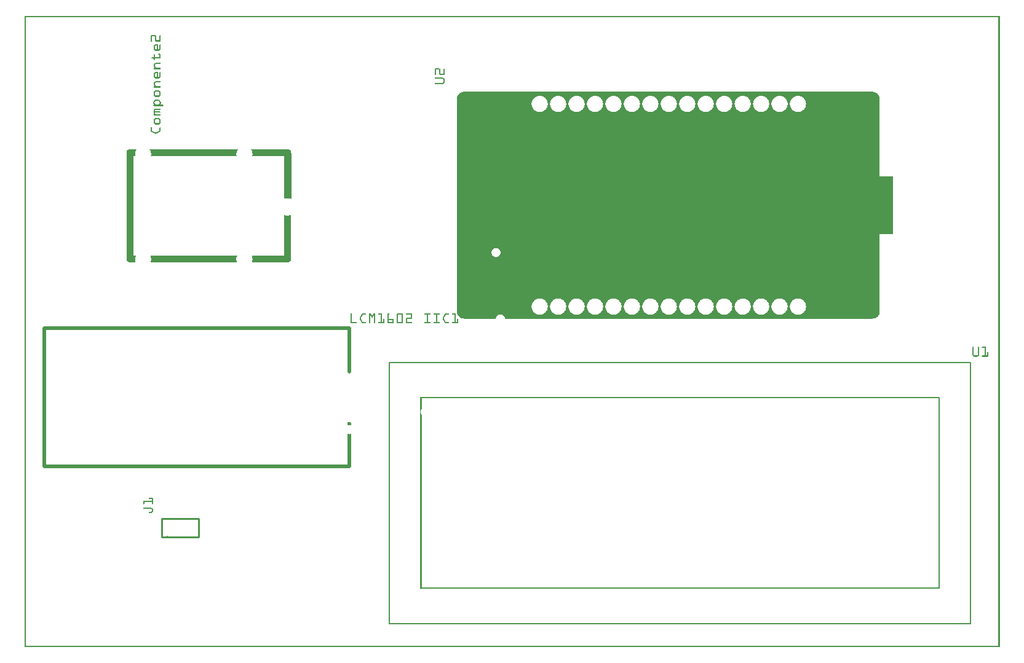
<source format=gto>
G04 MADE WITH FRITZING*
G04 WWW.FRITZING.ORG*
G04 DOUBLE SIDED*
G04 HOLES PLATED*
G04 CONTOUR ON CENTER OF CONTOUR VECTOR*
%ASAXBY*%
%FSLAX23Y23*%
%MOIN*%
%OFA0B0*%
%SFA1.0B1.0*%
%ADD10C,0.125984*%
%ADD11R,0.078740X0.314961*%
%ADD12C,0.010000*%
%ADD13C,0.008000*%
%ADD14C,0.020000*%
%ADD15R,0.001000X0.001000*%
%LNSILK1*%
G90*
G70*
G54D10*
X2467Y1906D03*
X2467Y2890D03*
X4514Y1906D03*
X4514Y2890D03*
G54D11*
X4666Y2398D03*
G54D12*
X743Y598D02*
X943Y598D01*
D02*
X943Y598D02*
X943Y698D01*
D02*
X943Y698D02*
X743Y698D01*
D02*
X743Y698D02*
X743Y598D01*
G54D13*
D02*
X1978Y1546D02*
X5128Y1546D01*
D02*
X5128Y1546D02*
X5128Y129D01*
D02*
X5128Y129D02*
X1978Y129D01*
D02*
X1978Y129D02*
X1978Y1546D01*
D02*
X2149Y1355D02*
X4957Y1355D01*
D02*
X4957Y1355D02*
X4957Y320D01*
D02*
X4957Y320D02*
X2149Y320D01*
G54D14*
D02*
X1760Y983D02*
X106Y983D01*
D02*
X1760Y1731D02*
X106Y1731D01*
D02*
X106Y983D02*
X106Y1731D01*
D02*
X1760Y1495D02*
X1760Y1731D01*
G54D15*
X0Y3425D02*
X5286Y3425D01*
X0Y3424D02*
X5286Y3424D01*
X0Y3423D02*
X5286Y3423D01*
X0Y3422D02*
X5286Y3422D01*
X0Y3421D02*
X5286Y3421D01*
X0Y3420D02*
X5286Y3420D01*
X0Y3419D02*
X5286Y3419D01*
X0Y3418D02*
X5286Y3418D01*
X0Y3417D02*
X7Y3417D01*
X5279Y3417D02*
X5286Y3417D01*
X0Y3416D02*
X7Y3416D01*
X5279Y3416D02*
X5286Y3416D01*
X0Y3415D02*
X7Y3415D01*
X5279Y3415D02*
X5286Y3415D01*
X0Y3414D02*
X7Y3414D01*
X5279Y3414D02*
X5286Y3414D01*
X0Y3413D02*
X7Y3413D01*
X5279Y3413D02*
X5286Y3413D01*
X0Y3412D02*
X7Y3412D01*
X5279Y3412D02*
X5286Y3412D01*
X0Y3411D02*
X7Y3411D01*
X5279Y3411D02*
X5286Y3411D01*
X0Y3410D02*
X7Y3410D01*
X5279Y3410D02*
X5286Y3410D01*
X0Y3409D02*
X7Y3409D01*
X5279Y3409D02*
X5286Y3409D01*
X0Y3408D02*
X7Y3408D01*
X5279Y3408D02*
X5286Y3408D01*
X0Y3407D02*
X7Y3407D01*
X5279Y3407D02*
X5286Y3407D01*
X0Y3406D02*
X7Y3406D01*
X5279Y3406D02*
X5286Y3406D01*
X0Y3405D02*
X7Y3405D01*
X5279Y3405D02*
X5286Y3405D01*
X0Y3404D02*
X7Y3404D01*
X5279Y3404D02*
X5286Y3404D01*
X0Y3403D02*
X7Y3403D01*
X5279Y3403D02*
X5286Y3403D01*
X0Y3402D02*
X7Y3402D01*
X5279Y3402D02*
X5286Y3402D01*
X0Y3401D02*
X7Y3401D01*
X5279Y3401D02*
X5286Y3401D01*
X0Y3400D02*
X7Y3400D01*
X5279Y3400D02*
X5286Y3400D01*
X0Y3399D02*
X7Y3399D01*
X5279Y3399D02*
X5286Y3399D01*
X0Y3398D02*
X7Y3398D01*
X5279Y3398D02*
X5286Y3398D01*
X0Y3397D02*
X7Y3397D01*
X5279Y3397D02*
X5286Y3397D01*
X0Y3396D02*
X7Y3396D01*
X5279Y3396D02*
X5286Y3396D01*
X0Y3395D02*
X7Y3395D01*
X5279Y3395D02*
X5286Y3395D01*
X0Y3394D02*
X7Y3394D01*
X5279Y3394D02*
X5286Y3394D01*
X0Y3393D02*
X7Y3393D01*
X5279Y3393D02*
X5286Y3393D01*
X0Y3392D02*
X7Y3392D01*
X5279Y3392D02*
X5286Y3392D01*
X0Y3391D02*
X7Y3391D01*
X5279Y3391D02*
X5286Y3391D01*
X0Y3390D02*
X7Y3390D01*
X5279Y3390D02*
X5286Y3390D01*
X0Y3389D02*
X7Y3389D01*
X5279Y3389D02*
X5286Y3389D01*
X0Y3388D02*
X7Y3388D01*
X5279Y3388D02*
X5286Y3388D01*
X0Y3387D02*
X7Y3387D01*
X5279Y3387D02*
X5286Y3387D01*
X0Y3386D02*
X7Y3386D01*
X5279Y3386D02*
X5286Y3386D01*
X0Y3385D02*
X7Y3385D01*
X5279Y3385D02*
X5286Y3385D01*
X0Y3384D02*
X7Y3384D01*
X5279Y3384D02*
X5286Y3384D01*
X0Y3383D02*
X7Y3383D01*
X5279Y3383D02*
X5286Y3383D01*
X0Y3382D02*
X7Y3382D01*
X5279Y3382D02*
X5286Y3382D01*
X0Y3381D02*
X7Y3381D01*
X5279Y3381D02*
X5286Y3381D01*
X0Y3380D02*
X7Y3380D01*
X5279Y3380D02*
X5286Y3380D01*
X0Y3379D02*
X7Y3379D01*
X5279Y3379D02*
X5286Y3379D01*
X0Y3378D02*
X7Y3378D01*
X5279Y3378D02*
X5286Y3378D01*
X0Y3377D02*
X7Y3377D01*
X5279Y3377D02*
X5286Y3377D01*
X0Y3376D02*
X7Y3376D01*
X5279Y3376D02*
X5286Y3376D01*
X0Y3375D02*
X7Y3375D01*
X5279Y3375D02*
X5286Y3375D01*
X0Y3374D02*
X7Y3374D01*
X5279Y3374D02*
X5286Y3374D01*
X0Y3373D02*
X7Y3373D01*
X5279Y3373D02*
X5286Y3373D01*
X0Y3372D02*
X7Y3372D01*
X5279Y3372D02*
X5286Y3372D01*
X0Y3371D02*
X7Y3371D01*
X5279Y3371D02*
X5286Y3371D01*
X0Y3370D02*
X7Y3370D01*
X5279Y3370D02*
X5286Y3370D01*
X0Y3369D02*
X7Y3369D01*
X5279Y3369D02*
X5286Y3369D01*
X0Y3368D02*
X7Y3368D01*
X5279Y3368D02*
X5286Y3368D01*
X0Y3367D02*
X7Y3367D01*
X5279Y3367D02*
X5286Y3367D01*
X0Y3366D02*
X7Y3366D01*
X5279Y3366D02*
X5286Y3366D01*
X0Y3365D02*
X7Y3365D01*
X5279Y3365D02*
X5286Y3365D01*
X0Y3364D02*
X7Y3364D01*
X5279Y3364D02*
X5286Y3364D01*
X0Y3363D02*
X7Y3363D01*
X5279Y3363D02*
X5286Y3363D01*
X0Y3362D02*
X7Y3362D01*
X5279Y3362D02*
X5286Y3362D01*
X0Y3361D02*
X7Y3361D01*
X5279Y3361D02*
X5286Y3361D01*
X0Y3360D02*
X7Y3360D01*
X5279Y3360D02*
X5286Y3360D01*
X0Y3359D02*
X7Y3359D01*
X5279Y3359D02*
X5286Y3359D01*
X0Y3358D02*
X7Y3358D01*
X5279Y3358D02*
X5286Y3358D01*
X0Y3357D02*
X7Y3357D01*
X5279Y3357D02*
X5286Y3357D01*
X0Y3356D02*
X7Y3356D01*
X5279Y3356D02*
X5286Y3356D01*
X0Y3355D02*
X7Y3355D01*
X5279Y3355D02*
X5286Y3355D01*
X0Y3354D02*
X7Y3354D01*
X5279Y3354D02*
X5286Y3354D01*
X0Y3353D02*
X7Y3353D01*
X5279Y3353D02*
X5286Y3353D01*
X0Y3352D02*
X7Y3352D01*
X5279Y3352D02*
X5286Y3352D01*
X0Y3351D02*
X7Y3351D01*
X5279Y3351D02*
X5286Y3351D01*
X0Y3350D02*
X7Y3350D01*
X5279Y3350D02*
X5286Y3350D01*
X0Y3349D02*
X7Y3349D01*
X5279Y3349D02*
X5286Y3349D01*
X0Y3348D02*
X7Y3348D01*
X5279Y3348D02*
X5286Y3348D01*
X0Y3347D02*
X7Y3347D01*
X5279Y3347D02*
X5286Y3347D01*
X0Y3346D02*
X7Y3346D01*
X5279Y3346D02*
X5286Y3346D01*
X0Y3345D02*
X7Y3345D01*
X5279Y3345D02*
X5286Y3345D01*
X0Y3344D02*
X7Y3344D01*
X5279Y3344D02*
X5286Y3344D01*
X0Y3343D02*
X7Y3343D01*
X5279Y3343D02*
X5286Y3343D01*
X0Y3342D02*
X7Y3342D01*
X5279Y3342D02*
X5286Y3342D01*
X0Y3341D02*
X7Y3341D01*
X5279Y3341D02*
X5286Y3341D01*
X0Y3340D02*
X7Y3340D01*
X5279Y3340D02*
X5286Y3340D01*
X0Y3339D02*
X7Y3339D01*
X5279Y3339D02*
X5286Y3339D01*
X0Y3338D02*
X7Y3338D01*
X5279Y3338D02*
X5286Y3338D01*
X0Y3337D02*
X7Y3337D01*
X5279Y3337D02*
X5286Y3337D01*
X0Y3336D02*
X7Y3336D01*
X5279Y3336D02*
X5286Y3336D01*
X0Y3335D02*
X7Y3335D01*
X5279Y3335D02*
X5286Y3335D01*
X0Y3334D02*
X7Y3334D01*
X5279Y3334D02*
X5286Y3334D01*
X0Y3333D02*
X7Y3333D01*
X5279Y3333D02*
X5286Y3333D01*
X0Y3332D02*
X7Y3332D01*
X5279Y3332D02*
X5286Y3332D01*
X0Y3331D02*
X7Y3331D01*
X5279Y3331D02*
X5286Y3331D01*
X0Y3330D02*
X7Y3330D01*
X5279Y3330D02*
X5286Y3330D01*
X0Y3329D02*
X7Y3329D01*
X5279Y3329D02*
X5286Y3329D01*
X0Y3328D02*
X7Y3328D01*
X5279Y3328D02*
X5286Y3328D01*
X0Y3327D02*
X7Y3327D01*
X5279Y3327D02*
X5286Y3327D01*
X0Y3326D02*
X7Y3326D01*
X5279Y3326D02*
X5286Y3326D01*
X0Y3325D02*
X7Y3325D01*
X5279Y3325D02*
X5286Y3325D01*
X0Y3324D02*
X7Y3324D01*
X5279Y3324D02*
X5286Y3324D01*
X0Y3323D02*
X7Y3323D01*
X5279Y3323D02*
X5286Y3323D01*
X0Y3322D02*
X7Y3322D01*
X5279Y3322D02*
X5286Y3322D01*
X0Y3321D02*
X7Y3321D01*
X5279Y3321D02*
X5286Y3321D01*
X0Y3320D02*
X7Y3320D01*
X689Y3320D02*
X711Y3320D01*
X733Y3320D02*
X737Y3320D01*
X5279Y3320D02*
X5286Y3320D01*
X0Y3319D02*
X7Y3319D01*
X687Y3319D02*
X712Y3319D01*
X732Y3319D02*
X738Y3319D01*
X5279Y3319D02*
X5286Y3319D01*
X0Y3318D02*
X7Y3318D01*
X686Y3318D02*
X713Y3318D01*
X732Y3318D02*
X738Y3318D01*
X5279Y3318D02*
X5286Y3318D01*
X0Y3317D02*
X7Y3317D01*
X686Y3317D02*
X714Y3317D01*
X732Y3317D02*
X738Y3317D01*
X5279Y3317D02*
X5286Y3317D01*
X0Y3316D02*
X7Y3316D01*
X685Y3316D02*
X714Y3316D01*
X732Y3316D02*
X738Y3316D01*
X5279Y3316D02*
X5286Y3316D01*
X0Y3315D02*
X7Y3315D01*
X685Y3315D02*
X714Y3315D01*
X732Y3315D02*
X738Y3315D01*
X5279Y3315D02*
X5286Y3315D01*
X0Y3314D02*
X7Y3314D01*
X685Y3314D02*
X714Y3314D01*
X732Y3314D02*
X738Y3314D01*
X5279Y3314D02*
X5286Y3314D01*
X0Y3313D02*
X7Y3313D01*
X685Y3313D02*
X691Y3313D01*
X708Y3313D02*
X714Y3313D01*
X732Y3313D02*
X738Y3313D01*
X5279Y3313D02*
X5286Y3313D01*
X0Y3312D02*
X7Y3312D01*
X685Y3312D02*
X691Y3312D01*
X708Y3312D02*
X714Y3312D01*
X732Y3312D02*
X738Y3312D01*
X5279Y3312D02*
X5286Y3312D01*
X0Y3311D02*
X7Y3311D01*
X685Y3311D02*
X691Y3311D01*
X708Y3311D02*
X714Y3311D01*
X732Y3311D02*
X738Y3311D01*
X5279Y3311D02*
X5286Y3311D01*
X0Y3310D02*
X7Y3310D01*
X685Y3310D02*
X691Y3310D01*
X708Y3310D02*
X714Y3310D01*
X732Y3310D02*
X738Y3310D01*
X5279Y3310D02*
X5286Y3310D01*
X0Y3309D02*
X7Y3309D01*
X685Y3309D02*
X691Y3309D01*
X708Y3309D02*
X714Y3309D01*
X732Y3309D02*
X738Y3309D01*
X5279Y3309D02*
X5286Y3309D01*
X0Y3308D02*
X7Y3308D01*
X685Y3308D02*
X691Y3308D01*
X708Y3308D02*
X714Y3308D01*
X732Y3308D02*
X738Y3308D01*
X5279Y3308D02*
X5286Y3308D01*
X0Y3307D02*
X7Y3307D01*
X685Y3307D02*
X691Y3307D01*
X708Y3307D02*
X714Y3307D01*
X732Y3307D02*
X738Y3307D01*
X5279Y3307D02*
X5286Y3307D01*
X0Y3306D02*
X7Y3306D01*
X685Y3306D02*
X691Y3306D01*
X708Y3306D02*
X714Y3306D01*
X732Y3306D02*
X738Y3306D01*
X5279Y3306D02*
X5286Y3306D01*
X0Y3305D02*
X7Y3305D01*
X685Y3305D02*
X691Y3305D01*
X708Y3305D02*
X714Y3305D01*
X732Y3305D02*
X738Y3305D01*
X5279Y3305D02*
X5286Y3305D01*
X0Y3304D02*
X7Y3304D01*
X685Y3304D02*
X691Y3304D01*
X708Y3304D02*
X714Y3304D01*
X732Y3304D02*
X738Y3304D01*
X5279Y3304D02*
X5286Y3304D01*
X0Y3303D02*
X7Y3303D01*
X685Y3303D02*
X691Y3303D01*
X708Y3303D02*
X714Y3303D01*
X732Y3303D02*
X738Y3303D01*
X5279Y3303D02*
X5286Y3303D01*
X0Y3302D02*
X7Y3302D01*
X685Y3302D02*
X691Y3302D01*
X708Y3302D02*
X714Y3302D01*
X732Y3302D02*
X738Y3302D01*
X5279Y3302D02*
X5286Y3302D01*
X0Y3301D02*
X7Y3301D01*
X685Y3301D02*
X691Y3301D01*
X708Y3301D02*
X714Y3301D01*
X732Y3301D02*
X738Y3301D01*
X5279Y3301D02*
X5286Y3301D01*
X0Y3300D02*
X7Y3300D01*
X685Y3300D02*
X691Y3300D01*
X708Y3300D02*
X714Y3300D01*
X732Y3300D02*
X738Y3300D01*
X5279Y3300D02*
X5286Y3300D01*
X0Y3299D02*
X7Y3299D01*
X685Y3299D02*
X691Y3299D01*
X708Y3299D02*
X714Y3299D01*
X732Y3299D02*
X738Y3299D01*
X5279Y3299D02*
X5286Y3299D01*
X0Y3298D02*
X7Y3298D01*
X685Y3298D02*
X691Y3298D01*
X708Y3298D02*
X714Y3298D01*
X732Y3298D02*
X738Y3298D01*
X5279Y3298D02*
X5286Y3298D01*
X0Y3297D02*
X7Y3297D01*
X685Y3297D02*
X691Y3297D01*
X708Y3297D02*
X714Y3297D01*
X732Y3297D02*
X738Y3297D01*
X5279Y3297D02*
X5286Y3297D01*
X0Y3296D02*
X7Y3296D01*
X685Y3296D02*
X691Y3296D01*
X708Y3296D02*
X714Y3296D01*
X732Y3296D02*
X738Y3296D01*
X5279Y3296D02*
X5286Y3296D01*
X0Y3295D02*
X7Y3295D01*
X685Y3295D02*
X691Y3295D01*
X708Y3295D02*
X714Y3295D01*
X732Y3295D02*
X738Y3295D01*
X5279Y3295D02*
X5286Y3295D01*
X0Y3294D02*
X7Y3294D01*
X685Y3294D02*
X691Y3294D01*
X708Y3294D02*
X714Y3294D01*
X732Y3294D02*
X738Y3294D01*
X5279Y3294D02*
X5286Y3294D01*
X0Y3293D02*
X7Y3293D01*
X685Y3293D02*
X691Y3293D01*
X708Y3293D02*
X738Y3293D01*
X5279Y3293D02*
X5286Y3293D01*
X0Y3292D02*
X7Y3292D01*
X685Y3292D02*
X691Y3292D01*
X709Y3292D02*
X738Y3292D01*
X5279Y3292D02*
X5286Y3292D01*
X0Y3291D02*
X7Y3291D01*
X685Y3291D02*
X691Y3291D01*
X709Y3291D02*
X738Y3291D01*
X5279Y3291D02*
X5286Y3291D01*
X0Y3290D02*
X7Y3290D01*
X685Y3290D02*
X691Y3290D01*
X709Y3290D02*
X738Y3290D01*
X5279Y3290D02*
X5286Y3290D01*
X0Y3289D02*
X7Y3289D01*
X685Y3289D02*
X691Y3289D01*
X710Y3289D02*
X738Y3289D01*
X5279Y3289D02*
X5286Y3289D01*
X0Y3288D02*
X7Y3288D01*
X685Y3288D02*
X690Y3288D01*
X711Y3288D02*
X738Y3288D01*
X5279Y3288D02*
X5286Y3288D01*
X0Y3287D02*
X7Y3287D01*
X686Y3287D02*
X689Y3287D01*
X712Y3287D02*
X738Y3287D01*
X5279Y3287D02*
X5286Y3287D01*
X0Y3286D02*
X7Y3286D01*
X5279Y3286D02*
X5286Y3286D01*
X0Y3285D02*
X7Y3285D01*
X5279Y3285D02*
X5286Y3285D01*
X0Y3284D02*
X7Y3284D01*
X5279Y3284D02*
X5286Y3284D01*
X0Y3283D02*
X7Y3283D01*
X5279Y3283D02*
X5286Y3283D01*
X0Y3282D02*
X7Y3282D01*
X5279Y3282D02*
X5286Y3282D01*
X0Y3281D02*
X7Y3281D01*
X5279Y3281D02*
X5286Y3281D01*
X0Y3280D02*
X7Y3280D01*
X5279Y3280D02*
X5286Y3280D01*
X0Y3279D02*
X7Y3279D01*
X5279Y3279D02*
X5286Y3279D01*
X0Y3278D02*
X7Y3278D01*
X5279Y3278D02*
X5286Y3278D01*
X0Y3277D02*
X7Y3277D01*
X5279Y3277D02*
X5286Y3277D01*
X0Y3276D02*
X7Y3276D01*
X5279Y3276D02*
X5286Y3276D01*
X0Y3275D02*
X7Y3275D01*
X5279Y3275D02*
X5286Y3275D01*
X0Y3274D02*
X7Y3274D01*
X5279Y3274D02*
X5286Y3274D01*
X0Y3273D02*
X7Y3273D01*
X5279Y3273D02*
X5286Y3273D01*
X0Y3272D02*
X7Y3272D01*
X5279Y3272D02*
X5286Y3272D01*
X0Y3271D02*
X7Y3271D01*
X5279Y3271D02*
X5286Y3271D01*
X0Y3270D02*
X7Y3270D01*
X708Y3270D02*
X722Y3270D01*
X733Y3270D02*
X737Y3270D01*
X5279Y3270D02*
X5286Y3270D01*
X0Y3269D02*
X7Y3269D01*
X706Y3269D02*
X723Y3269D01*
X732Y3269D02*
X738Y3269D01*
X5279Y3269D02*
X5286Y3269D01*
X0Y3268D02*
X7Y3268D01*
X705Y3268D02*
X723Y3268D01*
X732Y3268D02*
X738Y3268D01*
X5279Y3268D02*
X5286Y3268D01*
X0Y3267D02*
X7Y3267D01*
X704Y3267D02*
X723Y3267D01*
X732Y3267D02*
X738Y3267D01*
X5279Y3267D02*
X5286Y3267D01*
X0Y3266D02*
X7Y3266D01*
X703Y3266D02*
X723Y3266D01*
X732Y3266D02*
X738Y3266D01*
X5279Y3266D02*
X5286Y3266D01*
X0Y3265D02*
X7Y3265D01*
X702Y3265D02*
X723Y3265D01*
X732Y3265D02*
X738Y3265D01*
X5279Y3265D02*
X5286Y3265D01*
X0Y3264D02*
X7Y3264D01*
X702Y3264D02*
X723Y3264D01*
X732Y3264D02*
X738Y3264D01*
X5279Y3264D02*
X5286Y3264D01*
X0Y3263D02*
X7Y3263D01*
X701Y3263D02*
X709Y3263D01*
X717Y3263D02*
X723Y3263D01*
X732Y3263D02*
X738Y3263D01*
X5279Y3263D02*
X5286Y3263D01*
X0Y3262D02*
X7Y3262D01*
X700Y3262D02*
X708Y3262D01*
X717Y3262D02*
X723Y3262D01*
X732Y3262D02*
X738Y3262D01*
X5279Y3262D02*
X5286Y3262D01*
X0Y3261D02*
X7Y3261D01*
X700Y3261D02*
X707Y3261D01*
X717Y3261D02*
X723Y3261D01*
X732Y3261D02*
X738Y3261D01*
X5279Y3261D02*
X5286Y3261D01*
X0Y3260D02*
X7Y3260D01*
X700Y3260D02*
X706Y3260D01*
X717Y3260D02*
X723Y3260D01*
X732Y3260D02*
X738Y3260D01*
X5279Y3260D02*
X5286Y3260D01*
X0Y3259D02*
X7Y3259D01*
X700Y3259D02*
X706Y3259D01*
X717Y3259D02*
X723Y3259D01*
X732Y3259D02*
X738Y3259D01*
X5279Y3259D02*
X5286Y3259D01*
X0Y3258D02*
X7Y3258D01*
X700Y3258D02*
X706Y3258D01*
X717Y3258D02*
X723Y3258D01*
X732Y3258D02*
X738Y3258D01*
X5279Y3258D02*
X5286Y3258D01*
X0Y3257D02*
X7Y3257D01*
X700Y3257D02*
X706Y3257D01*
X717Y3257D02*
X723Y3257D01*
X732Y3257D02*
X738Y3257D01*
X5279Y3257D02*
X5286Y3257D01*
X0Y3256D02*
X7Y3256D01*
X700Y3256D02*
X706Y3256D01*
X717Y3256D02*
X723Y3256D01*
X732Y3256D02*
X738Y3256D01*
X5279Y3256D02*
X5286Y3256D01*
X0Y3255D02*
X7Y3255D01*
X700Y3255D02*
X706Y3255D01*
X717Y3255D02*
X723Y3255D01*
X732Y3255D02*
X738Y3255D01*
X5279Y3255D02*
X5286Y3255D01*
X0Y3254D02*
X7Y3254D01*
X700Y3254D02*
X706Y3254D01*
X717Y3254D02*
X723Y3254D01*
X732Y3254D02*
X738Y3254D01*
X5279Y3254D02*
X5286Y3254D01*
X0Y3253D02*
X7Y3253D01*
X700Y3253D02*
X706Y3253D01*
X717Y3253D02*
X723Y3253D01*
X732Y3253D02*
X738Y3253D01*
X5279Y3253D02*
X5286Y3253D01*
X0Y3252D02*
X7Y3252D01*
X700Y3252D02*
X706Y3252D01*
X717Y3252D02*
X723Y3252D01*
X732Y3252D02*
X738Y3252D01*
X5279Y3252D02*
X5286Y3252D01*
X0Y3251D02*
X7Y3251D01*
X700Y3251D02*
X706Y3251D01*
X717Y3251D02*
X723Y3251D01*
X732Y3251D02*
X738Y3251D01*
X5279Y3251D02*
X5286Y3251D01*
X0Y3250D02*
X7Y3250D01*
X700Y3250D02*
X706Y3250D01*
X717Y3250D02*
X723Y3250D01*
X732Y3250D02*
X738Y3250D01*
X5279Y3250D02*
X5286Y3250D01*
X0Y3249D02*
X7Y3249D01*
X700Y3249D02*
X706Y3249D01*
X717Y3249D02*
X723Y3249D01*
X732Y3249D02*
X738Y3249D01*
X5279Y3249D02*
X5286Y3249D01*
X0Y3248D02*
X7Y3248D01*
X700Y3248D02*
X706Y3248D01*
X717Y3248D02*
X723Y3248D01*
X732Y3248D02*
X738Y3248D01*
X5279Y3248D02*
X5286Y3248D01*
X0Y3247D02*
X7Y3247D01*
X700Y3247D02*
X706Y3247D01*
X717Y3247D02*
X723Y3247D01*
X731Y3247D02*
X738Y3247D01*
X5279Y3247D02*
X5286Y3247D01*
X0Y3246D02*
X7Y3246D01*
X700Y3246D02*
X707Y3246D01*
X717Y3246D02*
X723Y3246D01*
X730Y3246D02*
X737Y3246D01*
X5279Y3246D02*
X5286Y3246D01*
X0Y3245D02*
X7Y3245D01*
X700Y3245D02*
X708Y3245D01*
X717Y3245D02*
X723Y3245D01*
X730Y3245D02*
X737Y3245D01*
X5279Y3245D02*
X5286Y3245D01*
X0Y3244D02*
X7Y3244D01*
X701Y3244D02*
X709Y3244D01*
X717Y3244D02*
X723Y3244D01*
X728Y3244D02*
X737Y3244D01*
X5279Y3244D02*
X5286Y3244D01*
X0Y3243D02*
X7Y3243D01*
X702Y3243D02*
X736Y3243D01*
X5279Y3243D02*
X5286Y3243D01*
X0Y3242D02*
X7Y3242D01*
X702Y3242D02*
X735Y3242D01*
X5279Y3242D02*
X5286Y3242D01*
X0Y3241D02*
X7Y3241D01*
X703Y3241D02*
X734Y3241D01*
X5279Y3241D02*
X5286Y3241D01*
X0Y3240D02*
X7Y3240D01*
X704Y3240D02*
X733Y3240D01*
X5279Y3240D02*
X5286Y3240D01*
X0Y3239D02*
X7Y3239D01*
X705Y3239D02*
X732Y3239D01*
X5279Y3239D02*
X5286Y3239D01*
X0Y3238D02*
X7Y3238D01*
X707Y3238D02*
X731Y3238D01*
X5279Y3238D02*
X5286Y3238D01*
X0Y3237D02*
X7Y3237D01*
X709Y3237D02*
X729Y3237D01*
X5279Y3237D02*
X5286Y3237D01*
X0Y3236D02*
X7Y3236D01*
X5279Y3236D02*
X5286Y3236D01*
X0Y3235D02*
X7Y3235D01*
X5279Y3235D02*
X5286Y3235D01*
X0Y3234D02*
X7Y3234D01*
X5279Y3234D02*
X5286Y3234D01*
X0Y3233D02*
X7Y3233D01*
X5279Y3233D02*
X5286Y3233D01*
X0Y3232D02*
X7Y3232D01*
X5279Y3232D02*
X5286Y3232D01*
X0Y3231D02*
X7Y3231D01*
X5279Y3231D02*
X5286Y3231D01*
X0Y3230D02*
X7Y3230D01*
X5279Y3230D02*
X5286Y3230D01*
X0Y3229D02*
X7Y3229D01*
X5279Y3229D02*
X5286Y3229D01*
X0Y3228D02*
X7Y3228D01*
X5279Y3228D02*
X5286Y3228D01*
X0Y3227D02*
X7Y3227D01*
X5279Y3227D02*
X5286Y3227D01*
X0Y3226D02*
X7Y3226D01*
X5279Y3226D02*
X5286Y3226D01*
X0Y3225D02*
X7Y3225D01*
X5279Y3225D02*
X5286Y3225D01*
X0Y3224D02*
X7Y3224D01*
X5279Y3224D02*
X5286Y3224D01*
X0Y3223D02*
X7Y3223D01*
X5279Y3223D02*
X5286Y3223D01*
X0Y3222D02*
X7Y3222D01*
X5279Y3222D02*
X5286Y3222D01*
X0Y3221D02*
X7Y3221D01*
X5279Y3221D02*
X5286Y3221D01*
X0Y3220D02*
X7Y3220D01*
X727Y3220D02*
X732Y3220D01*
X5279Y3220D02*
X5286Y3220D01*
X0Y3219D02*
X7Y3219D01*
X727Y3219D02*
X733Y3219D01*
X5279Y3219D02*
X5286Y3219D01*
X0Y3218D02*
X7Y3218D01*
X726Y3218D02*
X735Y3218D01*
X5279Y3218D02*
X5286Y3218D01*
X0Y3217D02*
X7Y3217D01*
X702Y3217D02*
X704Y3217D01*
X726Y3217D02*
X736Y3217D01*
X5279Y3217D02*
X5286Y3217D01*
X0Y3216D02*
X7Y3216D01*
X700Y3216D02*
X705Y3216D01*
X726Y3216D02*
X736Y3216D01*
X5279Y3216D02*
X5286Y3216D01*
X0Y3215D02*
X7Y3215D01*
X700Y3215D02*
X705Y3215D01*
X727Y3215D02*
X737Y3215D01*
X5279Y3215D02*
X5286Y3215D01*
X0Y3214D02*
X7Y3214D01*
X700Y3214D02*
X706Y3214D01*
X729Y3214D02*
X737Y3214D01*
X5279Y3214D02*
X5286Y3214D01*
X0Y3213D02*
X7Y3213D01*
X700Y3213D02*
X706Y3213D01*
X731Y3213D02*
X738Y3213D01*
X5279Y3213D02*
X5286Y3213D01*
X0Y3212D02*
X7Y3212D01*
X700Y3212D02*
X706Y3212D01*
X732Y3212D02*
X738Y3212D01*
X5279Y3212D02*
X5286Y3212D01*
X0Y3211D02*
X7Y3211D01*
X700Y3211D02*
X706Y3211D01*
X732Y3211D02*
X738Y3211D01*
X5279Y3211D02*
X5286Y3211D01*
X0Y3210D02*
X7Y3210D01*
X700Y3210D02*
X706Y3210D01*
X732Y3210D02*
X738Y3210D01*
X5279Y3210D02*
X5286Y3210D01*
X0Y3209D02*
X7Y3209D01*
X700Y3209D02*
X706Y3209D01*
X732Y3209D02*
X738Y3209D01*
X5279Y3209D02*
X5286Y3209D01*
X0Y3208D02*
X7Y3208D01*
X700Y3208D02*
X706Y3208D01*
X732Y3208D02*
X738Y3208D01*
X5279Y3208D02*
X5286Y3208D01*
X0Y3207D02*
X7Y3207D01*
X700Y3207D02*
X706Y3207D01*
X732Y3207D02*
X738Y3207D01*
X5279Y3207D02*
X5286Y3207D01*
X0Y3206D02*
X7Y3206D01*
X700Y3206D02*
X706Y3206D01*
X732Y3206D02*
X738Y3206D01*
X5279Y3206D02*
X5286Y3206D01*
X0Y3205D02*
X7Y3205D01*
X700Y3205D02*
X706Y3205D01*
X732Y3205D02*
X738Y3205D01*
X5279Y3205D02*
X5286Y3205D01*
X0Y3204D02*
X7Y3204D01*
X700Y3204D02*
X706Y3204D01*
X732Y3204D02*
X738Y3204D01*
X5279Y3204D02*
X5286Y3204D01*
X0Y3203D02*
X7Y3203D01*
X700Y3203D02*
X706Y3203D01*
X732Y3203D02*
X738Y3203D01*
X5279Y3203D02*
X5286Y3203D01*
X0Y3202D02*
X7Y3202D01*
X700Y3202D02*
X706Y3202D01*
X732Y3202D02*
X738Y3202D01*
X5279Y3202D02*
X5286Y3202D01*
X0Y3201D02*
X7Y3201D01*
X700Y3201D02*
X706Y3201D01*
X731Y3201D02*
X738Y3201D01*
X5279Y3201D02*
X5286Y3201D01*
X0Y3200D02*
X7Y3200D01*
X690Y3200D02*
X737Y3200D01*
X5279Y3200D02*
X5286Y3200D01*
X0Y3199D02*
X7Y3199D01*
X689Y3199D02*
X737Y3199D01*
X5279Y3199D02*
X5286Y3199D01*
X0Y3198D02*
X7Y3198D01*
X688Y3198D02*
X736Y3198D01*
X5279Y3198D02*
X5286Y3198D01*
X0Y3197D02*
X7Y3197D01*
X688Y3197D02*
X736Y3197D01*
X5279Y3197D02*
X5286Y3197D01*
X0Y3196D02*
X7Y3196D01*
X688Y3196D02*
X735Y3196D01*
X5279Y3196D02*
X5286Y3196D01*
X0Y3195D02*
X7Y3195D01*
X688Y3195D02*
X733Y3195D01*
X5279Y3195D02*
X5286Y3195D01*
X0Y3194D02*
X7Y3194D01*
X689Y3194D02*
X732Y3194D01*
X5279Y3194D02*
X5286Y3194D01*
X0Y3193D02*
X7Y3193D01*
X699Y3193D02*
X706Y3193D01*
X5279Y3193D02*
X5286Y3193D01*
X0Y3192D02*
X7Y3192D01*
X700Y3192D02*
X706Y3192D01*
X5279Y3192D02*
X5286Y3192D01*
X0Y3191D02*
X7Y3191D01*
X700Y3191D02*
X706Y3191D01*
X5279Y3191D02*
X5286Y3191D01*
X0Y3190D02*
X7Y3190D01*
X700Y3190D02*
X706Y3190D01*
X5279Y3190D02*
X5286Y3190D01*
X0Y3189D02*
X7Y3189D01*
X700Y3189D02*
X705Y3189D01*
X5279Y3189D02*
X5286Y3189D01*
X0Y3188D02*
X7Y3188D01*
X700Y3188D02*
X705Y3188D01*
X5279Y3188D02*
X5286Y3188D01*
X0Y3187D02*
X7Y3187D01*
X701Y3187D02*
X704Y3187D01*
X5279Y3187D02*
X5286Y3187D01*
X0Y3186D02*
X7Y3186D01*
X5279Y3186D02*
X5286Y3186D01*
X0Y3185D02*
X7Y3185D01*
X5279Y3185D02*
X5286Y3185D01*
X0Y3184D02*
X7Y3184D01*
X5279Y3184D02*
X5286Y3184D01*
X0Y3183D02*
X7Y3183D01*
X5279Y3183D02*
X5286Y3183D01*
X0Y3182D02*
X7Y3182D01*
X5279Y3182D02*
X5286Y3182D01*
X0Y3181D02*
X7Y3181D01*
X5279Y3181D02*
X5286Y3181D01*
X0Y3180D02*
X7Y3180D01*
X5279Y3180D02*
X5286Y3180D01*
X0Y3179D02*
X7Y3179D01*
X5279Y3179D02*
X5286Y3179D01*
X0Y3178D02*
X7Y3178D01*
X5279Y3178D02*
X5286Y3178D01*
X0Y3177D02*
X7Y3177D01*
X5279Y3177D02*
X5286Y3177D01*
X0Y3176D02*
X7Y3176D01*
X5279Y3176D02*
X5286Y3176D01*
X0Y3175D02*
X7Y3175D01*
X5279Y3175D02*
X5286Y3175D01*
X0Y3174D02*
X7Y3174D01*
X5279Y3174D02*
X5286Y3174D01*
X0Y3173D02*
X7Y3173D01*
X5279Y3173D02*
X5286Y3173D01*
X0Y3172D02*
X7Y3172D01*
X5279Y3172D02*
X5286Y3172D01*
X0Y3171D02*
X7Y3171D01*
X5279Y3171D02*
X5286Y3171D01*
X0Y3170D02*
X7Y3170D01*
X710Y3170D02*
X737Y3170D01*
X5279Y3170D02*
X5286Y3170D01*
X0Y3169D02*
X7Y3169D01*
X706Y3169D02*
X737Y3169D01*
X5279Y3169D02*
X5286Y3169D01*
X0Y3168D02*
X7Y3168D01*
X704Y3168D02*
X738Y3168D01*
X5279Y3168D02*
X5286Y3168D01*
X0Y3167D02*
X7Y3167D01*
X703Y3167D02*
X738Y3167D01*
X5279Y3167D02*
X5286Y3167D01*
X0Y3166D02*
X7Y3166D01*
X702Y3166D02*
X738Y3166D01*
X5279Y3166D02*
X5286Y3166D01*
X0Y3165D02*
X7Y3165D01*
X701Y3165D02*
X737Y3165D01*
X5279Y3165D02*
X5286Y3165D01*
X0Y3164D02*
X7Y3164D01*
X701Y3164D02*
X735Y3164D01*
X5279Y3164D02*
X5286Y3164D01*
X0Y3163D02*
X7Y3163D01*
X700Y3163D02*
X710Y3163D01*
X5279Y3163D02*
X5286Y3163D01*
X0Y3162D02*
X7Y3162D01*
X700Y3162D02*
X707Y3162D01*
X5279Y3162D02*
X5286Y3162D01*
X0Y3161D02*
X7Y3161D01*
X700Y3161D02*
X706Y3161D01*
X5279Y3161D02*
X5286Y3161D01*
X0Y3160D02*
X7Y3160D01*
X700Y3160D02*
X706Y3160D01*
X5279Y3160D02*
X5286Y3160D01*
X0Y3159D02*
X7Y3159D01*
X700Y3159D02*
X706Y3159D01*
X5279Y3159D02*
X5286Y3159D01*
X0Y3158D02*
X7Y3158D01*
X700Y3158D02*
X706Y3158D01*
X5279Y3158D02*
X5286Y3158D01*
X0Y3157D02*
X7Y3157D01*
X700Y3157D02*
X706Y3157D01*
X5279Y3157D02*
X5286Y3157D01*
X0Y3156D02*
X7Y3156D01*
X700Y3156D02*
X706Y3156D01*
X5279Y3156D02*
X5286Y3156D01*
X0Y3155D02*
X7Y3155D01*
X700Y3155D02*
X706Y3155D01*
X5279Y3155D02*
X5286Y3155D01*
X0Y3154D02*
X7Y3154D01*
X700Y3154D02*
X706Y3154D01*
X5279Y3154D02*
X5286Y3154D01*
X0Y3153D02*
X7Y3153D01*
X700Y3153D02*
X707Y3153D01*
X5279Y3153D02*
X5286Y3153D01*
X0Y3152D02*
X7Y3152D01*
X700Y3152D02*
X707Y3152D01*
X5279Y3152D02*
X5286Y3152D01*
X0Y3151D02*
X7Y3151D01*
X701Y3151D02*
X708Y3151D01*
X5279Y3151D02*
X5286Y3151D01*
X0Y3150D02*
X7Y3150D01*
X701Y3150D02*
X709Y3150D01*
X5279Y3150D02*
X5286Y3150D01*
X0Y3149D02*
X7Y3149D01*
X702Y3149D02*
X709Y3149D01*
X5279Y3149D02*
X5286Y3149D01*
X0Y3148D02*
X7Y3148D01*
X702Y3148D02*
X710Y3148D01*
X5279Y3148D02*
X5286Y3148D01*
X0Y3147D02*
X7Y3147D01*
X703Y3147D02*
X710Y3147D01*
X5279Y3147D02*
X5286Y3147D01*
X0Y3146D02*
X7Y3146D01*
X704Y3146D02*
X711Y3146D01*
X5279Y3146D02*
X5286Y3146D01*
X0Y3145D02*
X7Y3145D01*
X704Y3145D02*
X712Y3145D01*
X5279Y3145D02*
X5286Y3145D01*
X0Y3144D02*
X7Y3144D01*
X705Y3144D02*
X712Y3144D01*
X5279Y3144D02*
X5286Y3144D01*
X0Y3143D02*
X7Y3143D01*
X702Y3143D02*
X736Y3143D01*
X5279Y3143D02*
X5286Y3143D01*
X0Y3142D02*
X7Y3142D01*
X700Y3142D02*
X737Y3142D01*
X5279Y3142D02*
X5286Y3142D01*
X0Y3141D02*
X7Y3141D01*
X700Y3141D02*
X738Y3141D01*
X5279Y3141D02*
X5286Y3141D01*
X0Y3140D02*
X7Y3140D01*
X700Y3140D02*
X738Y3140D01*
X2229Y3140D02*
X2248Y3140D01*
X2273Y3140D02*
X2274Y3140D01*
X5279Y3140D02*
X5286Y3140D01*
X0Y3139D02*
X7Y3139D01*
X700Y3139D02*
X738Y3139D01*
X2227Y3139D02*
X2250Y3139D01*
X2272Y3139D02*
X2276Y3139D01*
X5279Y3139D02*
X5286Y3139D01*
X0Y3138D02*
X7Y3138D01*
X700Y3138D02*
X737Y3138D01*
X2226Y3138D02*
X2251Y3138D01*
X2271Y3138D02*
X2276Y3138D01*
X5279Y3138D02*
X5286Y3138D01*
X0Y3137D02*
X7Y3137D01*
X701Y3137D02*
X736Y3137D01*
X2225Y3137D02*
X2252Y3137D01*
X2271Y3137D02*
X2277Y3137D01*
X5279Y3137D02*
X5286Y3137D01*
X0Y3136D02*
X7Y3136D01*
X2224Y3136D02*
X2253Y3136D01*
X2271Y3136D02*
X2277Y3136D01*
X5279Y3136D02*
X5286Y3136D01*
X0Y3135D02*
X7Y3135D01*
X2224Y3135D02*
X2253Y3135D01*
X2271Y3135D02*
X2277Y3135D01*
X5279Y3135D02*
X5286Y3135D01*
X0Y3134D02*
X7Y3134D01*
X2224Y3134D02*
X2253Y3134D01*
X2271Y3134D02*
X2277Y3134D01*
X5279Y3134D02*
X5286Y3134D01*
X0Y3133D02*
X7Y3133D01*
X2224Y3133D02*
X2230Y3133D01*
X2247Y3133D02*
X2253Y3133D01*
X2271Y3133D02*
X2277Y3133D01*
X5279Y3133D02*
X5286Y3133D01*
X0Y3132D02*
X7Y3132D01*
X2224Y3132D02*
X2230Y3132D01*
X2247Y3132D02*
X2253Y3132D01*
X2271Y3132D02*
X2277Y3132D01*
X5279Y3132D02*
X5286Y3132D01*
X0Y3131D02*
X7Y3131D01*
X2224Y3131D02*
X2230Y3131D01*
X2247Y3131D02*
X2253Y3131D01*
X2271Y3131D02*
X2277Y3131D01*
X5279Y3131D02*
X5286Y3131D01*
X0Y3130D02*
X7Y3130D01*
X2224Y3130D02*
X2230Y3130D01*
X2247Y3130D02*
X2253Y3130D01*
X2271Y3130D02*
X2277Y3130D01*
X5279Y3130D02*
X5286Y3130D01*
X0Y3129D02*
X7Y3129D01*
X2224Y3129D02*
X2230Y3129D01*
X2247Y3129D02*
X2253Y3129D01*
X2271Y3129D02*
X2277Y3129D01*
X5279Y3129D02*
X5286Y3129D01*
X0Y3128D02*
X7Y3128D01*
X2224Y3128D02*
X2230Y3128D01*
X2247Y3128D02*
X2253Y3128D01*
X2271Y3128D02*
X2277Y3128D01*
X5279Y3128D02*
X5286Y3128D01*
X0Y3127D02*
X7Y3127D01*
X2224Y3127D02*
X2230Y3127D01*
X2247Y3127D02*
X2253Y3127D01*
X2271Y3127D02*
X2277Y3127D01*
X5279Y3127D02*
X5286Y3127D01*
X0Y3126D02*
X7Y3126D01*
X2224Y3126D02*
X2230Y3126D01*
X2247Y3126D02*
X2253Y3126D01*
X2271Y3126D02*
X2277Y3126D01*
X5279Y3126D02*
X5286Y3126D01*
X0Y3125D02*
X7Y3125D01*
X2224Y3125D02*
X2230Y3125D01*
X2247Y3125D02*
X2253Y3125D01*
X2271Y3125D02*
X2277Y3125D01*
X5279Y3125D02*
X5286Y3125D01*
X0Y3124D02*
X7Y3124D01*
X2224Y3124D02*
X2230Y3124D01*
X2247Y3124D02*
X2253Y3124D01*
X2271Y3124D02*
X2277Y3124D01*
X5279Y3124D02*
X5286Y3124D01*
X0Y3123D02*
X7Y3123D01*
X2224Y3123D02*
X2230Y3123D01*
X2247Y3123D02*
X2253Y3123D01*
X2271Y3123D02*
X2277Y3123D01*
X5279Y3123D02*
X5286Y3123D01*
X0Y3122D02*
X7Y3122D01*
X2224Y3122D02*
X2230Y3122D01*
X2247Y3122D02*
X2253Y3122D01*
X2271Y3122D02*
X2277Y3122D01*
X5279Y3122D02*
X5286Y3122D01*
X0Y3121D02*
X7Y3121D01*
X2224Y3121D02*
X2230Y3121D01*
X2247Y3121D02*
X2253Y3121D01*
X2271Y3121D02*
X2277Y3121D01*
X5279Y3121D02*
X5286Y3121D01*
X0Y3120D02*
X7Y3120D01*
X708Y3120D02*
X722Y3120D01*
X733Y3120D02*
X737Y3120D01*
X2224Y3120D02*
X2230Y3120D01*
X2247Y3120D02*
X2253Y3120D01*
X2271Y3120D02*
X2277Y3120D01*
X5279Y3120D02*
X5286Y3120D01*
X0Y3119D02*
X7Y3119D01*
X706Y3119D02*
X723Y3119D01*
X732Y3119D02*
X738Y3119D01*
X2224Y3119D02*
X2230Y3119D01*
X2247Y3119D02*
X2253Y3119D01*
X2271Y3119D02*
X2277Y3119D01*
X5279Y3119D02*
X5286Y3119D01*
X0Y3118D02*
X7Y3118D01*
X705Y3118D02*
X723Y3118D01*
X732Y3118D02*
X738Y3118D01*
X2224Y3118D02*
X2230Y3118D01*
X2247Y3118D02*
X2253Y3118D01*
X2271Y3118D02*
X2277Y3118D01*
X5279Y3118D02*
X5286Y3118D01*
X0Y3117D02*
X7Y3117D01*
X704Y3117D02*
X723Y3117D01*
X732Y3117D02*
X738Y3117D01*
X2224Y3117D02*
X2230Y3117D01*
X2247Y3117D02*
X2253Y3117D01*
X2271Y3117D02*
X2277Y3117D01*
X5279Y3117D02*
X5286Y3117D01*
X0Y3116D02*
X7Y3116D01*
X703Y3116D02*
X723Y3116D01*
X732Y3116D02*
X738Y3116D01*
X2224Y3116D02*
X2230Y3116D01*
X2247Y3116D02*
X2253Y3116D01*
X2271Y3116D02*
X2277Y3116D01*
X5279Y3116D02*
X5286Y3116D01*
X0Y3115D02*
X7Y3115D01*
X702Y3115D02*
X723Y3115D01*
X732Y3115D02*
X738Y3115D01*
X2224Y3115D02*
X2230Y3115D01*
X2247Y3115D02*
X2253Y3115D01*
X2271Y3115D02*
X2277Y3115D01*
X5279Y3115D02*
X5286Y3115D01*
X0Y3114D02*
X7Y3114D01*
X702Y3114D02*
X723Y3114D01*
X732Y3114D02*
X738Y3114D01*
X2224Y3114D02*
X2230Y3114D01*
X2247Y3114D02*
X2253Y3114D01*
X2271Y3114D02*
X2277Y3114D01*
X5279Y3114D02*
X5286Y3114D01*
X0Y3113D02*
X7Y3113D01*
X701Y3113D02*
X709Y3113D01*
X717Y3113D02*
X723Y3113D01*
X732Y3113D02*
X738Y3113D01*
X2224Y3113D02*
X2230Y3113D01*
X2247Y3113D02*
X2253Y3113D01*
X2271Y3113D02*
X2277Y3113D01*
X5279Y3113D02*
X5286Y3113D01*
X0Y3112D02*
X7Y3112D01*
X700Y3112D02*
X708Y3112D01*
X717Y3112D02*
X723Y3112D01*
X732Y3112D02*
X738Y3112D01*
X2224Y3112D02*
X2230Y3112D01*
X2247Y3112D02*
X2277Y3112D01*
X5279Y3112D02*
X5286Y3112D01*
X0Y3111D02*
X7Y3111D01*
X700Y3111D02*
X707Y3111D01*
X717Y3111D02*
X723Y3111D01*
X732Y3111D02*
X738Y3111D01*
X2224Y3111D02*
X2230Y3111D01*
X2247Y3111D02*
X2277Y3111D01*
X5279Y3111D02*
X5286Y3111D01*
X0Y3110D02*
X7Y3110D01*
X700Y3110D02*
X706Y3110D01*
X717Y3110D02*
X723Y3110D01*
X732Y3110D02*
X738Y3110D01*
X2224Y3110D02*
X2230Y3110D01*
X2248Y3110D02*
X2277Y3110D01*
X5279Y3110D02*
X5286Y3110D01*
X0Y3109D02*
X7Y3109D01*
X700Y3109D02*
X706Y3109D01*
X717Y3109D02*
X723Y3109D01*
X732Y3109D02*
X738Y3109D01*
X2224Y3109D02*
X2230Y3109D01*
X2248Y3109D02*
X2277Y3109D01*
X5279Y3109D02*
X5286Y3109D01*
X0Y3108D02*
X7Y3108D01*
X700Y3108D02*
X706Y3108D01*
X717Y3108D02*
X723Y3108D01*
X732Y3108D02*
X738Y3108D01*
X2224Y3108D02*
X2229Y3108D01*
X2249Y3108D02*
X2277Y3108D01*
X5279Y3108D02*
X5286Y3108D01*
X0Y3107D02*
X7Y3107D01*
X700Y3107D02*
X706Y3107D01*
X717Y3107D02*
X723Y3107D01*
X732Y3107D02*
X738Y3107D01*
X2224Y3107D02*
X2229Y3107D01*
X2250Y3107D02*
X2277Y3107D01*
X5279Y3107D02*
X5286Y3107D01*
X0Y3106D02*
X7Y3106D01*
X700Y3106D02*
X706Y3106D01*
X717Y3106D02*
X723Y3106D01*
X732Y3106D02*
X738Y3106D01*
X2226Y3106D02*
X2228Y3106D01*
X2252Y3106D02*
X2277Y3106D01*
X5279Y3106D02*
X5286Y3106D01*
X0Y3105D02*
X7Y3105D01*
X700Y3105D02*
X706Y3105D01*
X717Y3105D02*
X723Y3105D01*
X732Y3105D02*
X738Y3105D01*
X5279Y3105D02*
X5286Y3105D01*
X0Y3104D02*
X7Y3104D01*
X700Y3104D02*
X706Y3104D01*
X717Y3104D02*
X723Y3104D01*
X732Y3104D02*
X738Y3104D01*
X5279Y3104D02*
X5286Y3104D01*
X0Y3103D02*
X7Y3103D01*
X700Y3103D02*
X706Y3103D01*
X717Y3103D02*
X723Y3103D01*
X732Y3103D02*
X738Y3103D01*
X5279Y3103D02*
X5286Y3103D01*
X0Y3102D02*
X7Y3102D01*
X700Y3102D02*
X706Y3102D01*
X717Y3102D02*
X723Y3102D01*
X732Y3102D02*
X738Y3102D01*
X5279Y3102D02*
X5286Y3102D01*
X0Y3101D02*
X7Y3101D01*
X700Y3101D02*
X706Y3101D01*
X717Y3101D02*
X723Y3101D01*
X732Y3101D02*
X738Y3101D01*
X5279Y3101D02*
X5286Y3101D01*
X0Y3100D02*
X7Y3100D01*
X700Y3100D02*
X706Y3100D01*
X717Y3100D02*
X723Y3100D01*
X732Y3100D02*
X738Y3100D01*
X5279Y3100D02*
X5286Y3100D01*
X0Y3099D02*
X7Y3099D01*
X700Y3099D02*
X706Y3099D01*
X717Y3099D02*
X723Y3099D01*
X732Y3099D02*
X738Y3099D01*
X5279Y3099D02*
X5286Y3099D01*
X0Y3098D02*
X7Y3098D01*
X700Y3098D02*
X706Y3098D01*
X717Y3098D02*
X723Y3098D01*
X732Y3098D02*
X738Y3098D01*
X5279Y3098D02*
X5286Y3098D01*
X0Y3097D02*
X7Y3097D01*
X700Y3097D02*
X706Y3097D01*
X717Y3097D02*
X723Y3097D01*
X731Y3097D02*
X738Y3097D01*
X5279Y3097D02*
X5286Y3097D01*
X0Y3096D02*
X7Y3096D01*
X700Y3096D02*
X707Y3096D01*
X717Y3096D02*
X723Y3096D01*
X730Y3096D02*
X737Y3096D01*
X5279Y3096D02*
X5286Y3096D01*
X0Y3095D02*
X7Y3095D01*
X700Y3095D02*
X708Y3095D01*
X717Y3095D02*
X723Y3095D01*
X730Y3095D02*
X737Y3095D01*
X5279Y3095D02*
X5286Y3095D01*
X0Y3094D02*
X7Y3094D01*
X701Y3094D02*
X709Y3094D01*
X717Y3094D02*
X723Y3094D01*
X728Y3094D02*
X737Y3094D01*
X5279Y3094D02*
X5286Y3094D01*
X0Y3093D02*
X7Y3093D01*
X702Y3093D02*
X736Y3093D01*
X5279Y3093D02*
X5286Y3093D01*
X0Y3092D02*
X7Y3092D01*
X702Y3092D02*
X735Y3092D01*
X5279Y3092D02*
X5286Y3092D01*
X0Y3091D02*
X7Y3091D01*
X703Y3091D02*
X734Y3091D01*
X5279Y3091D02*
X5286Y3091D01*
X0Y3090D02*
X7Y3090D01*
X704Y3090D02*
X733Y3090D01*
X2226Y3090D02*
X2268Y3090D01*
X5279Y3090D02*
X5286Y3090D01*
X0Y3089D02*
X7Y3089D01*
X705Y3089D02*
X732Y3089D01*
X2225Y3089D02*
X2271Y3089D01*
X5279Y3089D02*
X5286Y3089D01*
X0Y3088D02*
X7Y3088D01*
X707Y3088D02*
X731Y3088D01*
X2224Y3088D02*
X2273Y3088D01*
X5279Y3088D02*
X5286Y3088D01*
X0Y3087D02*
X7Y3087D01*
X709Y3087D02*
X729Y3087D01*
X2224Y3087D02*
X2274Y3087D01*
X5279Y3087D02*
X5286Y3087D01*
X0Y3086D02*
X7Y3086D01*
X2224Y3086D02*
X2275Y3086D01*
X5279Y3086D02*
X5286Y3086D01*
X0Y3085D02*
X7Y3085D01*
X2224Y3085D02*
X2275Y3085D01*
X5279Y3085D02*
X5286Y3085D01*
X0Y3084D02*
X7Y3084D01*
X2225Y3084D02*
X2276Y3084D01*
X5279Y3084D02*
X5286Y3084D01*
X0Y3083D02*
X7Y3083D01*
X2268Y3083D02*
X2276Y3083D01*
X5279Y3083D02*
X5286Y3083D01*
X0Y3082D02*
X7Y3082D01*
X2270Y3082D02*
X2276Y3082D01*
X5279Y3082D02*
X5286Y3082D01*
X0Y3081D02*
X7Y3081D01*
X2270Y3081D02*
X2277Y3081D01*
X5279Y3081D02*
X5286Y3081D01*
X0Y3080D02*
X7Y3080D01*
X2271Y3080D02*
X2277Y3080D01*
X5279Y3080D02*
X5286Y3080D01*
X0Y3079D02*
X7Y3079D01*
X2271Y3079D02*
X2277Y3079D01*
X5279Y3079D02*
X5286Y3079D01*
X0Y3078D02*
X7Y3078D01*
X2271Y3078D02*
X2277Y3078D01*
X5279Y3078D02*
X5286Y3078D01*
X0Y3077D02*
X7Y3077D01*
X2271Y3077D02*
X2277Y3077D01*
X5279Y3077D02*
X5286Y3077D01*
X0Y3076D02*
X7Y3076D01*
X2271Y3076D02*
X2277Y3076D01*
X5279Y3076D02*
X5286Y3076D01*
X0Y3075D02*
X7Y3075D01*
X2271Y3075D02*
X2277Y3075D01*
X5279Y3075D02*
X5286Y3075D01*
X0Y3074D02*
X7Y3074D01*
X2271Y3074D02*
X2277Y3074D01*
X5279Y3074D02*
X5286Y3074D01*
X0Y3073D02*
X7Y3073D01*
X2271Y3073D02*
X2277Y3073D01*
X5279Y3073D02*
X5286Y3073D01*
X0Y3072D02*
X7Y3072D01*
X2271Y3072D02*
X2277Y3072D01*
X5279Y3072D02*
X5286Y3072D01*
X0Y3071D02*
X7Y3071D01*
X2271Y3071D02*
X2277Y3071D01*
X5279Y3071D02*
X5286Y3071D01*
X0Y3070D02*
X7Y3070D01*
X710Y3070D02*
X737Y3070D01*
X2271Y3070D02*
X2277Y3070D01*
X5279Y3070D02*
X5286Y3070D01*
X0Y3069D02*
X7Y3069D01*
X706Y3069D02*
X737Y3069D01*
X2271Y3069D02*
X2277Y3069D01*
X5279Y3069D02*
X5286Y3069D01*
X0Y3068D02*
X7Y3068D01*
X704Y3068D02*
X738Y3068D01*
X2271Y3068D02*
X2277Y3068D01*
X5279Y3068D02*
X5286Y3068D01*
X0Y3067D02*
X7Y3067D01*
X703Y3067D02*
X738Y3067D01*
X2271Y3067D02*
X2277Y3067D01*
X5279Y3067D02*
X5286Y3067D01*
X0Y3066D02*
X7Y3066D01*
X702Y3066D02*
X738Y3066D01*
X2271Y3066D02*
X2277Y3066D01*
X5279Y3066D02*
X5286Y3066D01*
X0Y3065D02*
X7Y3065D01*
X701Y3065D02*
X737Y3065D01*
X2271Y3065D02*
X2277Y3065D01*
X5279Y3065D02*
X5286Y3065D01*
X0Y3064D02*
X7Y3064D01*
X701Y3064D02*
X735Y3064D01*
X2270Y3064D02*
X2277Y3064D01*
X5279Y3064D02*
X5286Y3064D01*
X0Y3063D02*
X7Y3063D01*
X700Y3063D02*
X710Y3063D01*
X2269Y3063D02*
X2276Y3063D01*
X5279Y3063D02*
X5286Y3063D01*
X0Y3062D02*
X7Y3062D01*
X700Y3062D02*
X707Y3062D01*
X2225Y3062D02*
X2276Y3062D01*
X5279Y3062D02*
X5286Y3062D01*
X0Y3061D02*
X7Y3061D01*
X700Y3061D02*
X706Y3061D01*
X2224Y3061D02*
X2275Y3061D01*
X5279Y3061D02*
X5286Y3061D01*
X0Y3060D02*
X7Y3060D01*
X700Y3060D02*
X706Y3060D01*
X2224Y3060D02*
X2275Y3060D01*
X5279Y3060D02*
X5286Y3060D01*
X0Y3059D02*
X7Y3059D01*
X700Y3059D02*
X706Y3059D01*
X2224Y3059D02*
X2274Y3059D01*
X5279Y3059D02*
X5286Y3059D01*
X0Y3058D02*
X7Y3058D01*
X700Y3058D02*
X706Y3058D01*
X2224Y3058D02*
X2273Y3058D01*
X5279Y3058D02*
X5286Y3058D01*
X0Y3057D02*
X7Y3057D01*
X700Y3057D02*
X706Y3057D01*
X2224Y3057D02*
X2271Y3057D01*
X5279Y3057D02*
X5286Y3057D01*
X0Y3056D02*
X7Y3056D01*
X700Y3056D02*
X706Y3056D01*
X2226Y3056D02*
X2269Y3056D01*
X5279Y3056D02*
X5286Y3056D01*
X0Y3055D02*
X7Y3055D01*
X700Y3055D02*
X706Y3055D01*
X5279Y3055D02*
X5286Y3055D01*
X0Y3054D02*
X7Y3054D01*
X700Y3054D02*
X706Y3054D01*
X5279Y3054D02*
X5286Y3054D01*
X0Y3053D02*
X7Y3053D01*
X700Y3053D02*
X707Y3053D01*
X5279Y3053D02*
X5286Y3053D01*
X0Y3052D02*
X7Y3052D01*
X700Y3052D02*
X707Y3052D01*
X5279Y3052D02*
X5286Y3052D01*
X0Y3051D02*
X7Y3051D01*
X701Y3051D02*
X708Y3051D01*
X5279Y3051D02*
X5286Y3051D01*
X0Y3050D02*
X7Y3050D01*
X701Y3050D02*
X709Y3050D01*
X5279Y3050D02*
X5286Y3050D01*
X0Y3049D02*
X7Y3049D01*
X702Y3049D02*
X709Y3049D01*
X5279Y3049D02*
X5286Y3049D01*
X0Y3048D02*
X7Y3048D01*
X702Y3048D02*
X710Y3048D01*
X5279Y3048D02*
X5286Y3048D01*
X0Y3047D02*
X7Y3047D01*
X703Y3047D02*
X710Y3047D01*
X5279Y3047D02*
X5286Y3047D01*
X0Y3046D02*
X7Y3046D01*
X704Y3046D02*
X711Y3046D01*
X5279Y3046D02*
X5286Y3046D01*
X0Y3045D02*
X7Y3045D01*
X704Y3045D02*
X712Y3045D01*
X5279Y3045D02*
X5286Y3045D01*
X0Y3044D02*
X7Y3044D01*
X705Y3044D02*
X712Y3044D01*
X5279Y3044D02*
X5286Y3044D01*
X0Y3043D02*
X7Y3043D01*
X702Y3043D02*
X736Y3043D01*
X5279Y3043D02*
X5286Y3043D01*
X0Y3042D02*
X7Y3042D01*
X700Y3042D02*
X737Y3042D01*
X5279Y3042D02*
X5286Y3042D01*
X0Y3041D02*
X7Y3041D01*
X700Y3041D02*
X738Y3041D01*
X5279Y3041D02*
X5286Y3041D01*
X0Y3040D02*
X7Y3040D01*
X700Y3040D02*
X738Y3040D01*
X5279Y3040D02*
X5286Y3040D01*
X0Y3039D02*
X7Y3039D01*
X700Y3039D02*
X738Y3039D01*
X5279Y3039D02*
X5286Y3039D01*
X0Y3038D02*
X7Y3038D01*
X700Y3038D02*
X737Y3038D01*
X5279Y3038D02*
X5286Y3038D01*
X0Y3037D02*
X7Y3037D01*
X701Y3037D02*
X736Y3037D01*
X5279Y3037D02*
X5286Y3037D01*
X0Y3036D02*
X7Y3036D01*
X5279Y3036D02*
X5286Y3036D01*
X0Y3035D02*
X7Y3035D01*
X5279Y3035D02*
X5286Y3035D01*
X0Y3034D02*
X7Y3034D01*
X5279Y3034D02*
X5286Y3034D01*
X0Y3033D02*
X7Y3033D01*
X5279Y3033D02*
X5286Y3033D01*
X0Y3032D02*
X7Y3032D01*
X5279Y3032D02*
X5286Y3032D01*
X0Y3031D02*
X7Y3031D01*
X5279Y3031D02*
X5286Y3031D01*
X0Y3030D02*
X7Y3030D01*
X5279Y3030D02*
X5286Y3030D01*
X0Y3029D02*
X7Y3029D01*
X5279Y3029D02*
X5286Y3029D01*
X0Y3028D02*
X7Y3028D01*
X5279Y3028D02*
X5286Y3028D01*
X0Y3027D02*
X7Y3027D01*
X5279Y3027D02*
X5286Y3027D01*
X0Y3026D02*
X7Y3026D01*
X5279Y3026D02*
X5286Y3026D01*
X0Y3025D02*
X7Y3025D01*
X5279Y3025D02*
X5286Y3025D01*
X0Y3024D02*
X7Y3024D01*
X5279Y3024D02*
X5286Y3024D01*
X0Y3023D02*
X7Y3023D01*
X5279Y3023D02*
X5286Y3023D01*
X0Y3022D02*
X7Y3022D01*
X5279Y3022D02*
X5286Y3022D01*
X0Y3021D02*
X7Y3021D01*
X5279Y3021D02*
X5286Y3021D01*
X0Y3020D02*
X7Y3020D01*
X708Y3020D02*
X730Y3020D01*
X5279Y3020D02*
X5286Y3020D01*
X0Y3019D02*
X7Y3019D01*
X706Y3019D02*
X731Y3019D01*
X5279Y3019D02*
X5286Y3019D01*
X0Y3018D02*
X7Y3018D01*
X705Y3018D02*
X732Y3018D01*
X5279Y3018D02*
X5286Y3018D01*
X0Y3017D02*
X7Y3017D01*
X704Y3017D02*
X733Y3017D01*
X5279Y3017D02*
X5286Y3017D01*
X0Y3016D02*
X7Y3016D01*
X703Y3016D02*
X734Y3016D01*
X5279Y3016D02*
X5286Y3016D01*
X0Y3015D02*
X7Y3015D01*
X702Y3015D02*
X735Y3015D01*
X5279Y3015D02*
X5286Y3015D01*
X0Y3014D02*
X7Y3014D01*
X702Y3014D02*
X736Y3014D01*
X5279Y3014D02*
X5286Y3014D01*
X0Y3013D02*
X7Y3013D01*
X701Y3013D02*
X709Y3013D01*
X729Y3013D02*
X737Y3013D01*
X2378Y3013D02*
X4601Y3013D01*
X5279Y3013D02*
X5286Y3013D01*
X0Y3012D02*
X7Y3012D01*
X700Y3012D02*
X708Y3012D01*
X730Y3012D02*
X737Y3012D01*
X2373Y3012D02*
X4606Y3012D01*
X5279Y3012D02*
X5286Y3012D01*
X0Y3011D02*
X7Y3011D01*
X700Y3011D02*
X707Y3011D01*
X730Y3011D02*
X737Y3011D01*
X2370Y3011D02*
X4609Y3011D01*
X5279Y3011D02*
X5286Y3011D01*
X0Y3010D02*
X7Y3010D01*
X700Y3010D02*
X706Y3010D01*
X731Y3010D02*
X738Y3010D01*
X2367Y3010D02*
X4611Y3010D01*
X5279Y3010D02*
X5286Y3010D01*
X0Y3009D02*
X7Y3009D01*
X700Y3009D02*
X706Y3009D01*
X732Y3009D02*
X738Y3009D01*
X2365Y3009D02*
X4613Y3009D01*
X5279Y3009D02*
X5286Y3009D01*
X0Y3008D02*
X7Y3008D01*
X700Y3008D02*
X706Y3008D01*
X732Y3008D02*
X738Y3008D01*
X2363Y3008D02*
X4615Y3008D01*
X5279Y3008D02*
X5286Y3008D01*
X0Y3007D02*
X7Y3007D01*
X700Y3007D02*
X706Y3007D01*
X732Y3007D02*
X738Y3007D01*
X2362Y3007D02*
X4617Y3007D01*
X5279Y3007D02*
X5286Y3007D01*
X0Y3006D02*
X7Y3006D01*
X700Y3006D02*
X706Y3006D01*
X732Y3006D02*
X738Y3006D01*
X2360Y3006D02*
X4618Y3006D01*
X5279Y3006D02*
X5286Y3006D01*
X0Y3005D02*
X7Y3005D01*
X700Y3005D02*
X706Y3005D01*
X732Y3005D02*
X738Y3005D01*
X2359Y3005D02*
X4620Y3005D01*
X5279Y3005D02*
X5286Y3005D01*
X0Y3004D02*
X7Y3004D01*
X700Y3004D02*
X706Y3004D01*
X732Y3004D02*
X738Y3004D01*
X2358Y3004D02*
X4621Y3004D01*
X5279Y3004D02*
X5286Y3004D01*
X0Y3003D02*
X7Y3003D01*
X700Y3003D02*
X706Y3003D01*
X732Y3003D02*
X738Y3003D01*
X2357Y3003D02*
X4622Y3003D01*
X5279Y3003D02*
X5286Y3003D01*
X0Y3002D02*
X7Y3002D01*
X700Y3002D02*
X706Y3002D01*
X732Y3002D02*
X738Y3002D01*
X2356Y3002D02*
X4623Y3002D01*
X5279Y3002D02*
X5286Y3002D01*
X0Y3001D02*
X7Y3001D01*
X700Y3001D02*
X706Y3001D01*
X732Y3001D02*
X738Y3001D01*
X2355Y3001D02*
X4624Y3001D01*
X5279Y3001D02*
X5286Y3001D01*
X0Y3000D02*
X7Y3000D01*
X700Y3000D02*
X706Y3000D01*
X732Y3000D02*
X738Y3000D01*
X2354Y3000D02*
X4625Y3000D01*
X5279Y3000D02*
X5286Y3000D01*
X0Y2999D02*
X7Y2999D01*
X700Y2999D02*
X706Y2999D01*
X732Y2999D02*
X738Y2999D01*
X2353Y2999D02*
X4626Y2999D01*
X5279Y2999D02*
X5286Y2999D01*
X0Y2998D02*
X7Y2998D01*
X700Y2998D02*
X706Y2998D01*
X732Y2998D02*
X738Y2998D01*
X2352Y2998D02*
X4627Y2998D01*
X5279Y2998D02*
X5286Y2998D01*
X0Y2997D02*
X7Y2997D01*
X700Y2997D02*
X706Y2997D01*
X731Y2997D02*
X738Y2997D01*
X2351Y2997D02*
X4627Y2997D01*
X5279Y2997D02*
X5286Y2997D01*
X0Y2996D02*
X7Y2996D01*
X700Y2996D02*
X707Y2996D01*
X730Y2996D02*
X737Y2996D01*
X2351Y2996D02*
X4628Y2996D01*
X5279Y2996D02*
X5286Y2996D01*
X0Y2995D02*
X7Y2995D01*
X700Y2995D02*
X708Y2995D01*
X730Y2995D02*
X737Y2995D01*
X2350Y2995D02*
X4629Y2995D01*
X5279Y2995D02*
X5286Y2995D01*
X0Y2994D02*
X7Y2994D01*
X701Y2994D02*
X709Y2994D01*
X728Y2994D02*
X736Y2994D01*
X2349Y2994D02*
X4629Y2994D01*
X5279Y2994D02*
X5286Y2994D01*
X0Y2993D02*
X7Y2993D01*
X702Y2993D02*
X736Y2993D01*
X2349Y2993D02*
X4630Y2993D01*
X5279Y2993D02*
X5286Y2993D01*
X0Y2992D02*
X7Y2992D01*
X702Y2992D02*
X735Y2992D01*
X2348Y2992D02*
X4630Y2992D01*
X5279Y2992D02*
X5286Y2992D01*
X0Y2991D02*
X7Y2991D01*
X703Y2991D02*
X734Y2991D01*
X2348Y2991D02*
X2784Y2991D01*
X2801Y2991D02*
X2884Y2991D01*
X2901Y2991D02*
X2984Y2991D01*
X3001Y2991D02*
X3084Y2991D01*
X3101Y2991D02*
X3184Y2991D01*
X3201Y2991D02*
X3284Y2991D01*
X3301Y2991D02*
X3384Y2991D01*
X3401Y2991D02*
X3484Y2991D01*
X3501Y2991D02*
X3584Y2991D01*
X3601Y2991D02*
X3684Y2991D01*
X3701Y2991D02*
X3784Y2991D01*
X3801Y2991D02*
X3884Y2991D01*
X3901Y2991D02*
X3984Y2991D01*
X4001Y2991D02*
X4084Y2991D01*
X4101Y2991D02*
X4184Y2991D01*
X4201Y2991D02*
X4631Y2991D01*
X5279Y2991D02*
X5286Y2991D01*
X0Y2990D02*
X7Y2990D01*
X704Y2990D02*
X733Y2990D01*
X2347Y2990D02*
X2780Y2990D01*
X2805Y2990D02*
X2880Y2990D01*
X2905Y2990D02*
X2980Y2990D01*
X3005Y2990D02*
X3080Y2990D01*
X3105Y2990D02*
X3180Y2990D01*
X3205Y2990D02*
X3280Y2990D01*
X3305Y2990D02*
X3380Y2990D01*
X3405Y2990D02*
X3480Y2990D01*
X3505Y2990D02*
X3580Y2990D01*
X3605Y2990D02*
X3680Y2990D01*
X3705Y2990D02*
X3780Y2990D01*
X3805Y2990D02*
X3880Y2990D01*
X3906Y2990D02*
X3980Y2990D01*
X4005Y2990D02*
X4080Y2990D01*
X4105Y2990D02*
X4180Y2990D01*
X4205Y2990D02*
X4631Y2990D01*
X5279Y2990D02*
X5286Y2990D01*
X0Y2989D02*
X7Y2989D01*
X705Y2989D02*
X732Y2989D01*
X2347Y2989D02*
X2777Y2989D01*
X2808Y2989D02*
X2877Y2989D01*
X2908Y2989D02*
X2977Y2989D01*
X3008Y2989D02*
X3077Y2989D01*
X3108Y2989D02*
X3177Y2989D01*
X3208Y2989D02*
X3277Y2989D01*
X3308Y2989D02*
X3377Y2989D01*
X3408Y2989D02*
X3477Y2989D01*
X3508Y2989D02*
X3576Y2989D01*
X3608Y2989D02*
X3676Y2989D01*
X3708Y2989D02*
X3776Y2989D01*
X3808Y2989D02*
X3877Y2989D01*
X3909Y2989D02*
X3977Y2989D01*
X4008Y2989D02*
X4077Y2989D01*
X4108Y2989D02*
X4176Y2989D01*
X4208Y2989D02*
X4632Y2989D01*
X5279Y2989D02*
X5286Y2989D01*
X0Y2988D02*
X7Y2988D01*
X707Y2988D02*
X731Y2988D01*
X2346Y2988D02*
X2774Y2988D01*
X2811Y2988D02*
X2874Y2988D01*
X2911Y2988D02*
X2974Y2988D01*
X3011Y2988D02*
X3074Y2988D01*
X3111Y2988D02*
X3174Y2988D01*
X3211Y2988D02*
X3274Y2988D01*
X3311Y2988D02*
X3374Y2988D01*
X3411Y2988D02*
X3474Y2988D01*
X3511Y2988D02*
X3574Y2988D01*
X3611Y2988D02*
X3674Y2988D01*
X3711Y2988D02*
X3774Y2988D01*
X3811Y2988D02*
X3874Y2988D01*
X3911Y2988D02*
X3974Y2988D01*
X4011Y2988D02*
X4074Y2988D01*
X4111Y2988D02*
X4174Y2988D01*
X4211Y2988D02*
X4632Y2988D01*
X5279Y2988D02*
X5286Y2988D01*
X0Y2987D02*
X7Y2987D01*
X709Y2987D02*
X729Y2987D01*
X2346Y2987D02*
X2772Y2987D01*
X2813Y2987D02*
X2872Y2987D01*
X2913Y2987D02*
X2972Y2987D01*
X3013Y2987D02*
X3072Y2987D01*
X3113Y2987D02*
X3172Y2987D01*
X3213Y2987D02*
X3272Y2987D01*
X3313Y2987D02*
X3372Y2987D01*
X3413Y2987D02*
X3472Y2987D01*
X3513Y2987D02*
X3572Y2987D01*
X3613Y2987D02*
X3672Y2987D01*
X3713Y2987D02*
X3772Y2987D01*
X3813Y2987D02*
X3872Y2987D01*
X3913Y2987D02*
X3972Y2987D01*
X4013Y2987D02*
X4072Y2987D01*
X4113Y2987D02*
X4172Y2987D01*
X4213Y2987D02*
X4633Y2987D01*
X5279Y2987D02*
X5286Y2987D01*
X0Y2986D02*
X7Y2986D01*
X2346Y2986D02*
X2770Y2986D01*
X2815Y2986D02*
X2870Y2986D01*
X2915Y2986D02*
X2970Y2986D01*
X3015Y2986D02*
X3070Y2986D01*
X3115Y2986D02*
X3170Y2986D01*
X3215Y2986D02*
X3270Y2986D01*
X3315Y2986D02*
X3370Y2986D01*
X3415Y2986D02*
X3470Y2986D01*
X3515Y2986D02*
X3570Y2986D01*
X3615Y2986D02*
X3670Y2986D01*
X3715Y2986D02*
X3770Y2986D01*
X3815Y2986D02*
X3871Y2986D01*
X3915Y2986D02*
X3970Y2986D01*
X4015Y2986D02*
X4070Y2986D01*
X4115Y2986D02*
X4170Y2986D01*
X4215Y2986D02*
X4633Y2986D01*
X5279Y2986D02*
X5286Y2986D01*
X0Y2985D02*
X7Y2985D01*
X2345Y2985D02*
X2769Y2985D01*
X2816Y2985D02*
X2869Y2985D01*
X2916Y2985D02*
X2969Y2985D01*
X3016Y2985D02*
X3069Y2985D01*
X3116Y2985D02*
X3169Y2985D01*
X3216Y2985D02*
X3269Y2985D01*
X3316Y2985D02*
X3369Y2985D01*
X3416Y2985D02*
X3469Y2985D01*
X3516Y2985D02*
X3569Y2985D01*
X3616Y2985D02*
X3669Y2985D01*
X3716Y2985D02*
X3768Y2985D01*
X3816Y2985D02*
X3869Y2985D01*
X3917Y2985D02*
X3969Y2985D01*
X4016Y2985D02*
X4069Y2985D01*
X4116Y2985D02*
X4168Y2985D01*
X4216Y2985D02*
X4633Y2985D01*
X5279Y2985D02*
X5286Y2985D01*
X0Y2984D02*
X7Y2984D01*
X2345Y2984D02*
X2767Y2984D01*
X2818Y2984D02*
X2867Y2984D01*
X2918Y2984D02*
X2967Y2984D01*
X3018Y2984D02*
X3067Y2984D01*
X3118Y2984D02*
X3167Y2984D01*
X3218Y2984D02*
X3267Y2984D01*
X3318Y2984D02*
X3367Y2984D01*
X3418Y2984D02*
X3467Y2984D01*
X3518Y2984D02*
X3567Y2984D01*
X3618Y2984D02*
X3667Y2984D01*
X3718Y2984D02*
X3767Y2984D01*
X3818Y2984D02*
X3867Y2984D01*
X3918Y2984D02*
X3967Y2984D01*
X4018Y2984D02*
X4067Y2984D01*
X4118Y2984D02*
X4167Y2984D01*
X4218Y2984D02*
X4634Y2984D01*
X5279Y2984D02*
X5286Y2984D01*
X0Y2983D02*
X7Y2983D01*
X2345Y2983D02*
X2766Y2983D01*
X2819Y2983D02*
X2866Y2983D01*
X2919Y2983D02*
X2966Y2983D01*
X3019Y2983D02*
X3066Y2983D01*
X3119Y2983D02*
X3166Y2983D01*
X3219Y2983D02*
X3266Y2983D01*
X3319Y2983D02*
X3366Y2983D01*
X3419Y2983D02*
X3466Y2983D01*
X3519Y2983D02*
X3566Y2983D01*
X3619Y2983D02*
X3666Y2983D01*
X3719Y2983D02*
X3766Y2983D01*
X3819Y2983D02*
X3866Y2983D01*
X3920Y2983D02*
X3966Y2983D01*
X4019Y2983D02*
X4066Y2983D01*
X4119Y2983D02*
X4166Y2983D01*
X4219Y2983D02*
X4634Y2983D01*
X5279Y2983D02*
X5286Y2983D01*
X0Y2982D02*
X7Y2982D01*
X2345Y2982D02*
X2764Y2982D01*
X2821Y2982D02*
X2864Y2982D01*
X2921Y2982D02*
X2964Y2982D01*
X3021Y2982D02*
X3064Y2982D01*
X3121Y2982D02*
X3164Y2982D01*
X3221Y2982D02*
X3264Y2982D01*
X3320Y2982D02*
X3364Y2982D01*
X3420Y2982D02*
X3464Y2982D01*
X3520Y2982D02*
X3564Y2982D01*
X3620Y2982D02*
X3664Y2982D01*
X3720Y2982D02*
X3764Y2982D01*
X3820Y2982D02*
X3865Y2982D01*
X3921Y2982D02*
X3965Y2982D01*
X4021Y2982D02*
X4064Y2982D01*
X4121Y2982D02*
X4164Y2982D01*
X4220Y2982D02*
X4634Y2982D01*
X5279Y2982D02*
X5286Y2982D01*
X0Y2981D02*
X7Y2981D01*
X2344Y2981D02*
X2763Y2981D01*
X2822Y2981D02*
X2863Y2981D01*
X2922Y2981D02*
X2963Y2981D01*
X3022Y2981D02*
X3063Y2981D01*
X3122Y2981D02*
X3163Y2981D01*
X3222Y2981D02*
X3263Y2981D01*
X3322Y2981D02*
X3363Y2981D01*
X3422Y2981D02*
X3463Y2981D01*
X3522Y2981D02*
X3563Y2981D01*
X3622Y2981D02*
X3663Y2981D01*
X3722Y2981D02*
X3763Y2981D01*
X3822Y2981D02*
X3863Y2981D01*
X3922Y2981D02*
X3963Y2981D01*
X4022Y2981D02*
X4063Y2981D01*
X4122Y2981D02*
X4163Y2981D01*
X4222Y2981D02*
X4634Y2981D01*
X5279Y2981D02*
X5286Y2981D01*
X0Y2980D02*
X7Y2980D01*
X2344Y2980D02*
X2762Y2980D01*
X2823Y2980D02*
X2862Y2980D01*
X2923Y2980D02*
X2962Y2980D01*
X3023Y2980D02*
X3062Y2980D01*
X3123Y2980D02*
X3162Y2980D01*
X3223Y2980D02*
X3262Y2980D01*
X3323Y2980D02*
X3362Y2980D01*
X3423Y2980D02*
X3462Y2980D01*
X3523Y2980D02*
X3562Y2980D01*
X3623Y2980D02*
X3662Y2980D01*
X3723Y2980D02*
X3762Y2980D01*
X3823Y2980D02*
X3862Y2980D01*
X3923Y2980D02*
X3962Y2980D01*
X4023Y2980D02*
X4062Y2980D01*
X4123Y2980D02*
X4162Y2980D01*
X4223Y2980D02*
X4635Y2980D01*
X5279Y2980D02*
X5286Y2980D01*
X0Y2979D02*
X7Y2979D01*
X2344Y2979D02*
X2761Y2979D01*
X2824Y2979D02*
X2861Y2979D01*
X2924Y2979D02*
X2961Y2979D01*
X3024Y2979D02*
X3061Y2979D01*
X3124Y2979D02*
X3161Y2979D01*
X3224Y2979D02*
X3261Y2979D01*
X3324Y2979D02*
X3361Y2979D01*
X3424Y2979D02*
X3461Y2979D01*
X3524Y2979D02*
X3561Y2979D01*
X3624Y2979D02*
X3661Y2979D01*
X3724Y2979D02*
X3761Y2979D01*
X3824Y2979D02*
X3861Y2979D01*
X3924Y2979D02*
X3961Y2979D01*
X4024Y2979D02*
X4061Y2979D01*
X4124Y2979D02*
X4161Y2979D01*
X4224Y2979D02*
X4635Y2979D01*
X5279Y2979D02*
X5286Y2979D01*
X0Y2978D02*
X7Y2978D01*
X2344Y2978D02*
X2760Y2978D01*
X2825Y2978D02*
X2860Y2978D01*
X2925Y2978D02*
X2960Y2978D01*
X3025Y2978D02*
X3060Y2978D01*
X3125Y2978D02*
X3160Y2978D01*
X3225Y2978D02*
X3260Y2978D01*
X3325Y2978D02*
X3360Y2978D01*
X3425Y2978D02*
X3460Y2978D01*
X3525Y2978D02*
X3560Y2978D01*
X3625Y2978D02*
X3660Y2978D01*
X3725Y2978D02*
X3760Y2978D01*
X3825Y2978D02*
X3860Y2978D01*
X3925Y2978D02*
X3960Y2978D01*
X4025Y2978D02*
X4060Y2978D01*
X4125Y2978D02*
X4160Y2978D01*
X4225Y2978D02*
X4635Y2978D01*
X5279Y2978D02*
X5286Y2978D01*
X0Y2977D02*
X7Y2977D01*
X2344Y2977D02*
X2759Y2977D01*
X2826Y2977D02*
X2859Y2977D01*
X2926Y2977D02*
X2959Y2977D01*
X3026Y2977D02*
X3059Y2977D01*
X3126Y2977D02*
X3159Y2977D01*
X3226Y2977D02*
X3259Y2977D01*
X3326Y2977D02*
X3359Y2977D01*
X3426Y2977D02*
X3459Y2977D01*
X3526Y2977D02*
X3559Y2977D01*
X3626Y2977D02*
X3659Y2977D01*
X3726Y2977D02*
X3759Y2977D01*
X3826Y2977D02*
X3859Y2977D01*
X3926Y2977D02*
X3959Y2977D01*
X4026Y2977D02*
X4059Y2977D01*
X4126Y2977D02*
X4159Y2977D01*
X4226Y2977D02*
X4635Y2977D01*
X5279Y2977D02*
X5286Y2977D01*
X0Y2976D02*
X7Y2976D01*
X2343Y2976D02*
X2758Y2976D01*
X2827Y2976D02*
X2858Y2976D01*
X2927Y2976D02*
X2958Y2976D01*
X3027Y2976D02*
X3058Y2976D01*
X3127Y2976D02*
X3158Y2976D01*
X3227Y2976D02*
X3258Y2976D01*
X3327Y2976D02*
X3358Y2976D01*
X3427Y2976D02*
X3458Y2976D01*
X3527Y2976D02*
X3558Y2976D01*
X3627Y2976D02*
X3658Y2976D01*
X3727Y2976D02*
X3758Y2976D01*
X3827Y2976D02*
X3859Y2976D01*
X3927Y2976D02*
X3958Y2976D01*
X4027Y2976D02*
X4058Y2976D01*
X4127Y2976D02*
X4158Y2976D01*
X4227Y2976D02*
X4635Y2976D01*
X5279Y2976D02*
X5286Y2976D01*
X0Y2975D02*
X7Y2975D01*
X2343Y2975D02*
X2757Y2975D01*
X2827Y2975D02*
X2857Y2975D01*
X2927Y2975D02*
X2957Y2975D01*
X3027Y2975D02*
X3057Y2975D01*
X3127Y2975D02*
X3157Y2975D01*
X3227Y2975D02*
X3257Y2975D01*
X3327Y2975D02*
X3357Y2975D01*
X3427Y2975D02*
X3457Y2975D01*
X3527Y2975D02*
X3557Y2975D01*
X3627Y2975D02*
X3657Y2975D01*
X3727Y2975D02*
X3757Y2975D01*
X3827Y2975D02*
X3858Y2975D01*
X3928Y2975D02*
X3958Y2975D01*
X4028Y2975D02*
X4057Y2975D01*
X4127Y2975D02*
X4157Y2975D01*
X4227Y2975D02*
X4635Y2975D01*
X5279Y2975D02*
X5286Y2975D01*
X0Y2974D02*
X7Y2974D01*
X2343Y2974D02*
X2757Y2974D01*
X2828Y2974D02*
X2857Y2974D01*
X2928Y2974D02*
X2957Y2974D01*
X3028Y2974D02*
X3057Y2974D01*
X3128Y2974D02*
X3157Y2974D01*
X3228Y2974D02*
X3257Y2974D01*
X3328Y2974D02*
X3357Y2974D01*
X3428Y2974D02*
X3457Y2974D01*
X3528Y2974D02*
X3557Y2974D01*
X3628Y2974D02*
X3657Y2974D01*
X3728Y2974D02*
X3757Y2974D01*
X3828Y2974D02*
X3857Y2974D01*
X3928Y2974D02*
X3957Y2974D01*
X4028Y2974D02*
X4057Y2974D01*
X4128Y2974D02*
X4157Y2974D01*
X4228Y2974D02*
X4635Y2974D01*
X5279Y2974D02*
X5286Y2974D01*
X0Y2973D02*
X7Y2973D01*
X2343Y2973D02*
X2756Y2973D01*
X2829Y2973D02*
X2856Y2973D01*
X2929Y2973D02*
X2956Y2973D01*
X3029Y2973D02*
X3056Y2973D01*
X3129Y2973D02*
X3156Y2973D01*
X3229Y2973D02*
X3256Y2973D01*
X3329Y2973D02*
X3356Y2973D01*
X3429Y2973D02*
X3456Y2973D01*
X3529Y2973D02*
X3556Y2973D01*
X3629Y2973D02*
X3656Y2973D01*
X3729Y2973D02*
X3756Y2973D01*
X3829Y2973D02*
X3856Y2973D01*
X3929Y2973D02*
X3956Y2973D01*
X4029Y2973D02*
X4056Y2973D01*
X4129Y2973D02*
X4156Y2973D01*
X4229Y2973D02*
X4635Y2973D01*
X5279Y2973D02*
X5286Y2973D01*
X0Y2972D02*
X7Y2972D01*
X2343Y2972D02*
X2755Y2972D01*
X2830Y2972D02*
X2855Y2972D01*
X2930Y2972D02*
X2955Y2972D01*
X3030Y2972D02*
X3055Y2972D01*
X3130Y2972D02*
X3155Y2972D01*
X3230Y2972D02*
X3255Y2972D01*
X3330Y2972D02*
X3355Y2972D01*
X3430Y2972D02*
X3455Y2972D01*
X3529Y2972D02*
X3555Y2972D01*
X3629Y2972D02*
X3655Y2972D01*
X3729Y2972D02*
X3755Y2972D01*
X3829Y2972D02*
X3856Y2972D01*
X3930Y2972D02*
X3955Y2972D01*
X4030Y2972D02*
X4055Y2972D01*
X4130Y2972D02*
X4155Y2972D01*
X4229Y2972D02*
X4635Y2972D01*
X5279Y2972D02*
X5286Y2972D01*
X0Y2971D02*
X7Y2971D01*
X2343Y2971D02*
X2755Y2971D01*
X2830Y2971D02*
X2855Y2971D01*
X2930Y2971D02*
X2955Y2971D01*
X3030Y2971D02*
X3055Y2971D01*
X3130Y2971D02*
X3155Y2971D01*
X3230Y2971D02*
X3255Y2971D01*
X3330Y2971D02*
X3355Y2971D01*
X3430Y2971D02*
X3455Y2971D01*
X3530Y2971D02*
X3555Y2971D01*
X3630Y2971D02*
X3655Y2971D01*
X3730Y2971D02*
X3755Y2971D01*
X3830Y2971D02*
X3855Y2971D01*
X3931Y2971D02*
X3955Y2971D01*
X4030Y2971D02*
X4055Y2971D01*
X4130Y2971D02*
X4155Y2971D01*
X4230Y2971D02*
X4635Y2971D01*
X5279Y2971D02*
X5286Y2971D01*
X0Y2970D02*
X7Y2970D01*
X709Y2970D02*
X728Y2970D01*
X2343Y2970D02*
X2754Y2970D01*
X2831Y2970D02*
X2854Y2970D01*
X2931Y2970D02*
X2954Y2970D01*
X3031Y2970D02*
X3054Y2970D01*
X3131Y2970D02*
X3154Y2970D01*
X3231Y2970D02*
X3254Y2970D01*
X3331Y2970D02*
X3354Y2970D01*
X3431Y2970D02*
X3454Y2970D01*
X3531Y2970D02*
X3554Y2970D01*
X3631Y2970D02*
X3654Y2970D01*
X3731Y2970D02*
X3754Y2970D01*
X3831Y2970D02*
X3854Y2970D01*
X3931Y2970D02*
X3954Y2970D01*
X4031Y2970D02*
X4054Y2970D01*
X4131Y2970D02*
X4154Y2970D01*
X4231Y2970D02*
X4635Y2970D01*
X5279Y2970D02*
X5286Y2970D01*
X0Y2969D02*
X7Y2969D01*
X708Y2969D02*
X730Y2969D01*
X2343Y2969D02*
X2753Y2969D01*
X2831Y2969D02*
X2853Y2969D01*
X2931Y2969D02*
X2953Y2969D01*
X3031Y2969D02*
X3053Y2969D01*
X3131Y2969D02*
X3153Y2969D01*
X3231Y2969D02*
X3253Y2969D01*
X3331Y2969D02*
X3353Y2969D01*
X3431Y2969D02*
X3453Y2969D01*
X3531Y2969D02*
X3553Y2969D01*
X3631Y2969D02*
X3653Y2969D01*
X3731Y2969D02*
X3753Y2969D01*
X3831Y2969D02*
X3854Y2969D01*
X3932Y2969D02*
X3954Y2969D01*
X4032Y2969D02*
X4053Y2969D01*
X4131Y2969D02*
X4153Y2969D01*
X4231Y2969D02*
X4635Y2969D01*
X5279Y2969D02*
X5286Y2969D01*
X0Y2968D02*
X7Y2968D01*
X707Y2968D02*
X731Y2968D01*
X2343Y2968D02*
X2753Y2968D01*
X2832Y2968D02*
X2853Y2968D01*
X2932Y2968D02*
X2953Y2968D01*
X3032Y2968D02*
X3053Y2968D01*
X3132Y2968D02*
X3153Y2968D01*
X3232Y2968D02*
X3253Y2968D01*
X3332Y2968D02*
X3353Y2968D01*
X3432Y2968D02*
X3453Y2968D01*
X3532Y2968D02*
X3553Y2968D01*
X3632Y2968D02*
X3653Y2968D01*
X3732Y2968D02*
X3753Y2968D01*
X3832Y2968D02*
X3853Y2968D01*
X3932Y2968D02*
X3953Y2968D01*
X4032Y2968D02*
X4053Y2968D01*
X4132Y2968D02*
X4153Y2968D01*
X4232Y2968D02*
X4635Y2968D01*
X5279Y2968D02*
X5286Y2968D01*
X0Y2967D02*
X7Y2967D01*
X706Y2967D02*
X732Y2967D01*
X2343Y2967D02*
X2752Y2967D01*
X2832Y2967D02*
X2852Y2967D01*
X2932Y2967D02*
X2952Y2967D01*
X3032Y2967D02*
X3052Y2967D01*
X3132Y2967D02*
X3152Y2967D01*
X3232Y2967D02*
X3252Y2967D01*
X3332Y2967D02*
X3352Y2967D01*
X3432Y2967D02*
X3452Y2967D01*
X3532Y2967D02*
X3552Y2967D01*
X3632Y2967D02*
X3652Y2967D01*
X3732Y2967D02*
X3752Y2967D01*
X3832Y2967D02*
X3853Y2967D01*
X3933Y2967D02*
X3953Y2967D01*
X4033Y2967D02*
X4052Y2967D01*
X4132Y2967D02*
X4152Y2967D01*
X4232Y2967D02*
X4635Y2967D01*
X5279Y2967D02*
X5286Y2967D01*
X0Y2966D02*
X7Y2966D01*
X705Y2966D02*
X733Y2966D01*
X2343Y2966D02*
X2752Y2966D01*
X2833Y2966D02*
X2852Y2966D01*
X2933Y2966D02*
X2952Y2966D01*
X3033Y2966D02*
X3052Y2966D01*
X3133Y2966D02*
X3152Y2966D01*
X3233Y2966D02*
X3252Y2966D01*
X3333Y2966D02*
X3352Y2966D01*
X3433Y2966D02*
X3452Y2966D01*
X3533Y2966D02*
X3552Y2966D01*
X3633Y2966D02*
X3652Y2966D01*
X3733Y2966D02*
X3752Y2966D01*
X3833Y2966D02*
X3852Y2966D01*
X3933Y2966D02*
X3952Y2966D01*
X4033Y2966D02*
X4052Y2966D01*
X4133Y2966D02*
X4152Y2966D01*
X4233Y2966D02*
X4635Y2966D01*
X5279Y2966D02*
X5286Y2966D01*
X0Y2965D02*
X7Y2965D01*
X704Y2965D02*
X734Y2965D01*
X2343Y2965D02*
X2751Y2965D01*
X2833Y2965D02*
X2851Y2965D01*
X2933Y2965D02*
X2951Y2965D01*
X3033Y2965D02*
X3051Y2965D01*
X3133Y2965D02*
X3151Y2965D01*
X3233Y2965D02*
X3251Y2965D01*
X3333Y2965D02*
X3351Y2965D01*
X3433Y2965D02*
X3451Y2965D01*
X3533Y2965D02*
X3551Y2965D01*
X3633Y2965D02*
X3651Y2965D01*
X3733Y2965D02*
X3751Y2965D01*
X3833Y2965D02*
X3852Y2965D01*
X3934Y2965D02*
X3952Y2965D01*
X4034Y2965D02*
X4051Y2965D01*
X4133Y2965D02*
X4151Y2965D01*
X4233Y2965D02*
X4635Y2965D01*
X5279Y2965D02*
X5286Y2965D01*
X0Y2964D02*
X7Y2964D01*
X703Y2964D02*
X735Y2964D01*
X2343Y2964D02*
X2751Y2964D01*
X2834Y2964D02*
X2851Y2964D01*
X2934Y2964D02*
X2951Y2964D01*
X3034Y2964D02*
X3051Y2964D01*
X3134Y2964D02*
X3151Y2964D01*
X3234Y2964D02*
X3251Y2964D01*
X3334Y2964D02*
X3351Y2964D01*
X3434Y2964D02*
X3451Y2964D01*
X3534Y2964D02*
X3551Y2964D01*
X3634Y2964D02*
X3651Y2964D01*
X3734Y2964D02*
X3751Y2964D01*
X3834Y2964D02*
X3851Y2964D01*
X3934Y2964D02*
X3951Y2964D01*
X4034Y2964D02*
X4051Y2964D01*
X4134Y2964D02*
X4151Y2964D01*
X4234Y2964D02*
X4635Y2964D01*
X5279Y2964D02*
X5286Y2964D01*
X0Y2963D02*
X7Y2963D01*
X702Y2963D02*
X711Y2963D01*
X727Y2963D02*
X735Y2963D01*
X2343Y2963D02*
X2751Y2963D01*
X2834Y2963D02*
X2851Y2963D01*
X2934Y2963D02*
X2951Y2963D01*
X3034Y2963D02*
X3051Y2963D01*
X3134Y2963D02*
X3151Y2963D01*
X3234Y2963D02*
X3251Y2963D01*
X3334Y2963D02*
X3351Y2963D01*
X3434Y2963D02*
X3451Y2963D01*
X3534Y2963D02*
X3551Y2963D01*
X3634Y2963D02*
X3651Y2963D01*
X3734Y2963D02*
X3751Y2963D01*
X3834Y2963D02*
X3851Y2963D01*
X3934Y2963D02*
X3951Y2963D01*
X4034Y2963D02*
X4051Y2963D01*
X4134Y2963D02*
X4151Y2963D01*
X4234Y2963D02*
X4635Y2963D01*
X5279Y2963D02*
X5286Y2963D01*
X0Y2962D02*
X7Y2962D01*
X701Y2962D02*
X710Y2962D01*
X728Y2962D02*
X736Y2962D01*
X2343Y2962D02*
X2750Y2962D01*
X2834Y2962D02*
X2850Y2962D01*
X2934Y2962D02*
X2950Y2962D01*
X3034Y2962D02*
X3050Y2962D01*
X3134Y2962D02*
X3150Y2962D01*
X3234Y2962D02*
X3250Y2962D01*
X3334Y2962D02*
X3350Y2962D01*
X3434Y2962D02*
X3450Y2962D01*
X3534Y2962D02*
X3550Y2962D01*
X3634Y2962D02*
X3650Y2962D01*
X3734Y2962D02*
X3750Y2962D01*
X3834Y2962D02*
X3851Y2962D01*
X3935Y2962D02*
X3951Y2962D01*
X4035Y2962D02*
X4050Y2962D01*
X4135Y2962D02*
X4150Y2962D01*
X4234Y2962D02*
X4635Y2962D01*
X5279Y2962D02*
X5286Y2962D01*
X0Y2961D02*
X7Y2961D01*
X700Y2961D02*
X709Y2961D01*
X729Y2961D02*
X737Y2961D01*
X2343Y2961D02*
X2750Y2961D01*
X2835Y2961D02*
X2850Y2961D01*
X2935Y2961D02*
X2950Y2961D01*
X3035Y2961D02*
X3050Y2961D01*
X3135Y2961D02*
X3150Y2961D01*
X3235Y2961D02*
X3250Y2961D01*
X3335Y2961D02*
X3350Y2961D01*
X3435Y2961D02*
X3450Y2961D01*
X3535Y2961D02*
X3550Y2961D01*
X3635Y2961D02*
X3650Y2961D01*
X3735Y2961D02*
X3750Y2961D01*
X3835Y2961D02*
X3850Y2961D01*
X3935Y2961D02*
X3950Y2961D01*
X4035Y2961D02*
X4050Y2961D01*
X4135Y2961D02*
X4150Y2961D01*
X4235Y2961D02*
X4635Y2961D01*
X5279Y2961D02*
X5286Y2961D01*
X0Y2960D02*
X7Y2960D01*
X700Y2960D02*
X708Y2960D01*
X730Y2960D02*
X738Y2960D01*
X2343Y2960D02*
X2750Y2960D01*
X2835Y2960D02*
X2850Y2960D01*
X2935Y2960D02*
X2950Y2960D01*
X3035Y2960D02*
X3050Y2960D01*
X3135Y2960D02*
X3150Y2960D01*
X3235Y2960D02*
X3250Y2960D01*
X3335Y2960D02*
X3350Y2960D01*
X3435Y2960D02*
X3450Y2960D01*
X3535Y2960D02*
X3550Y2960D01*
X3635Y2960D02*
X3650Y2960D01*
X3735Y2960D02*
X3750Y2960D01*
X3835Y2960D02*
X3850Y2960D01*
X3935Y2960D02*
X3950Y2960D01*
X4035Y2960D02*
X4050Y2960D01*
X4135Y2960D02*
X4150Y2960D01*
X4235Y2960D02*
X4635Y2960D01*
X5279Y2960D02*
X5286Y2960D01*
X0Y2959D02*
X7Y2959D01*
X699Y2959D02*
X707Y2959D01*
X731Y2959D02*
X738Y2959D01*
X2343Y2959D02*
X2750Y2959D01*
X2835Y2959D02*
X2850Y2959D01*
X2935Y2959D02*
X2950Y2959D01*
X3035Y2959D02*
X3050Y2959D01*
X3135Y2959D02*
X3149Y2959D01*
X3235Y2959D02*
X3249Y2959D01*
X3335Y2959D02*
X3349Y2959D01*
X3435Y2959D02*
X3449Y2959D01*
X3535Y2959D02*
X3549Y2959D01*
X3635Y2959D02*
X3649Y2959D01*
X3735Y2959D02*
X3749Y2959D01*
X3835Y2959D02*
X3850Y2959D01*
X3936Y2959D02*
X3950Y2959D01*
X4036Y2959D02*
X4050Y2959D01*
X4135Y2959D02*
X4149Y2959D01*
X4235Y2959D02*
X4635Y2959D01*
X5279Y2959D02*
X5286Y2959D01*
X0Y2958D02*
X7Y2958D01*
X699Y2958D02*
X706Y2958D01*
X731Y2958D02*
X739Y2958D01*
X2343Y2958D02*
X2749Y2958D01*
X2836Y2958D02*
X2849Y2958D01*
X2936Y2958D02*
X2949Y2958D01*
X3036Y2958D02*
X3049Y2958D01*
X3136Y2958D02*
X3149Y2958D01*
X3236Y2958D02*
X3249Y2958D01*
X3336Y2958D02*
X3349Y2958D01*
X3436Y2958D02*
X3449Y2958D01*
X3536Y2958D02*
X3549Y2958D01*
X3636Y2958D02*
X3649Y2958D01*
X3735Y2958D02*
X3749Y2958D01*
X3835Y2958D02*
X3850Y2958D01*
X3936Y2958D02*
X3949Y2958D01*
X4036Y2958D02*
X4049Y2958D01*
X4136Y2958D02*
X4149Y2958D01*
X4235Y2958D02*
X4635Y2958D01*
X5279Y2958D02*
X5286Y2958D01*
X0Y2957D02*
X7Y2957D01*
X698Y2957D02*
X705Y2957D01*
X732Y2957D02*
X739Y2957D01*
X2343Y2957D02*
X2749Y2957D01*
X2836Y2957D02*
X2849Y2957D01*
X2936Y2957D02*
X2949Y2957D01*
X3036Y2957D02*
X3049Y2957D01*
X3136Y2957D02*
X3149Y2957D01*
X3236Y2957D02*
X3249Y2957D01*
X3336Y2957D02*
X3349Y2957D01*
X3436Y2957D02*
X3449Y2957D01*
X3536Y2957D02*
X3549Y2957D01*
X3636Y2957D02*
X3649Y2957D01*
X3736Y2957D02*
X3749Y2957D01*
X3836Y2957D02*
X3849Y2957D01*
X3936Y2957D02*
X3949Y2957D01*
X4036Y2957D02*
X4049Y2957D01*
X4136Y2957D02*
X4149Y2957D01*
X4236Y2957D02*
X4635Y2957D01*
X5279Y2957D02*
X5286Y2957D01*
X0Y2956D02*
X7Y2956D01*
X698Y2956D02*
X705Y2956D01*
X733Y2956D02*
X739Y2956D01*
X2343Y2956D02*
X2749Y2956D01*
X2836Y2956D02*
X2849Y2956D01*
X2936Y2956D02*
X2949Y2956D01*
X3036Y2956D02*
X3049Y2956D01*
X3136Y2956D02*
X3149Y2956D01*
X3236Y2956D02*
X3249Y2956D01*
X3336Y2956D02*
X3349Y2956D01*
X3436Y2956D02*
X3449Y2956D01*
X3536Y2956D02*
X3549Y2956D01*
X3636Y2956D02*
X3649Y2956D01*
X3736Y2956D02*
X3749Y2956D01*
X3836Y2956D02*
X3849Y2956D01*
X3936Y2956D02*
X3949Y2956D01*
X4036Y2956D02*
X4049Y2956D01*
X4136Y2956D02*
X4149Y2956D01*
X4236Y2956D02*
X4635Y2956D01*
X5279Y2956D02*
X5286Y2956D01*
X0Y2955D02*
X7Y2955D01*
X698Y2955D02*
X704Y2955D01*
X733Y2955D02*
X739Y2955D01*
X2343Y2955D02*
X2749Y2955D01*
X2836Y2955D02*
X2849Y2955D01*
X2936Y2955D02*
X2949Y2955D01*
X3036Y2955D02*
X3049Y2955D01*
X3136Y2955D02*
X3149Y2955D01*
X3236Y2955D02*
X3249Y2955D01*
X3336Y2955D02*
X3349Y2955D01*
X3436Y2955D02*
X3449Y2955D01*
X3536Y2955D02*
X3549Y2955D01*
X3636Y2955D02*
X3649Y2955D01*
X3736Y2955D02*
X3749Y2955D01*
X3836Y2955D02*
X3849Y2955D01*
X3937Y2955D02*
X3949Y2955D01*
X4036Y2955D02*
X4049Y2955D01*
X4136Y2955D02*
X4149Y2955D01*
X4236Y2955D02*
X4635Y2955D01*
X5279Y2955D02*
X5286Y2955D01*
X0Y2954D02*
X7Y2954D01*
X698Y2954D02*
X704Y2954D01*
X733Y2954D02*
X739Y2954D01*
X2343Y2954D02*
X2749Y2954D01*
X2836Y2954D02*
X2849Y2954D01*
X2936Y2954D02*
X2949Y2954D01*
X3036Y2954D02*
X3049Y2954D01*
X3136Y2954D02*
X3148Y2954D01*
X3236Y2954D02*
X3248Y2954D01*
X3336Y2954D02*
X3348Y2954D01*
X3436Y2954D02*
X3448Y2954D01*
X3536Y2954D02*
X3548Y2954D01*
X3636Y2954D02*
X3648Y2954D01*
X3736Y2954D02*
X3748Y2954D01*
X3836Y2954D02*
X3849Y2954D01*
X3937Y2954D02*
X3949Y2954D01*
X4037Y2954D02*
X4049Y2954D01*
X4136Y2954D02*
X4148Y2954D01*
X4236Y2954D02*
X4635Y2954D01*
X5279Y2954D02*
X5286Y2954D01*
X0Y2953D02*
X7Y2953D01*
X698Y2953D02*
X704Y2953D01*
X733Y2953D02*
X739Y2953D01*
X2343Y2953D02*
X2748Y2953D01*
X2836Y2953D02*
X2848Y2953D01*
X2936Y2953D02*
X2948Y2953D01*
X3036Y2953D02*
X3048Y2953D01*
X3136Y2953D02*
X3148Y2953D01*
X3236Y2953D02*
X3248Y2953D01*
X3336Y2953D02*
X3348Y2953D01*
X3436Y2953D02*
X3448Y2953D01*
X3536Y2953D02*
X3548Y2953D01*
X3636Y2953D02*
X3648Y2953D01*
X3736Y2953D02*
X3748Y2953D01*
X3836Y2953D02*
X3849Y2953D01*
X3937Y2953D02*
X3949Y2953D01*
X4037Y2953D02*
X4048Y2953D01*
X4137Y2953D02*
X4148Y2953D01*
X4236Y2953D02*
X4635Y2953D01*
X5279Y2953D02*
X5286Y2953D01*
X0Y2952D02*
X7Y2952D01*
X698Y2952D02*
X704Y2952D01*
X733Y2952D02*
X739Y2952D01*
X2343Y2952D02*
X2748Y2952D01*
X2837Y2952D02*
X2848Y2952D01*
X2937Y2952D02*
X2948Y2952D01*
X3037Y2952D02*
X3048Y2952D01*
X3137Y2952D02*
X3148Y2952D01*
X3237Y2952D02*
X3248Y2952D01*
X3337Y2952D02*
X3348Y2952D01*
X3437Y2952D02*
X3448Y2952D01*
X3537Y2952D02*
X3548Y2952D01*
X3637Y2952D02*
X3648Y2952D01*
X3737Y2952D02*
X3748Y2952D01*
X3837Y2952D02*
X3849Y2952D01*
X3937Y2952D02*
X3948Y2952D01*
X4037Y2952D02*
X4048Y2952D01*
X4137Y2952D02*
X4148Y2952D01*
X4236Y2952D02*
X4635Y2952D01*
X5279Y2952D02*
X5286Y2952D01*
X0Y2951D02*
X7Y2951D01*
X698Y2951D02*
X705Y2951D01*
X733Y2951D02*
X739Y2951D01*
X2343Y2951D02*
X2748Y2951D01*
X2837Y2951D02*
X2848Y2951D01*
X2937Y2951D02*
X2948Y2951D01*
X3037Y2951D02*
X3048Y2951D01*
X3137Y2951D02*
X3148Y2951D01*
X3237Y2951D02*
X3248Y2951D01*
X3337Y2951D02*
X3348Y2951D01*
X3437Y2951D02*
X3448Y2951D01*
X3537Y2951D02*
X3548Y2951D01*
X3637Y2951D02*
X3648Y2951D01*
X3737Y2951D02*
X3748Y2951D01*
X3837Y2951D02*
X3849Y2951D01*
X3937Y2951D02*
X3948Y2951D01*
X4037Y2951D02*
X4048Y2951D01*
X4137Y2951D02*
X4148Y2951D01*
X4237Y2951D02*
X4635Y2951D01*
X5279Y2951D02*
X5286Y2951D01*
X0Y2950D02*
X7Y2950D01*
X698Y2950D02*
X706Y2950D01*
X732Y2950D02*
X739Y2950D01*
X2343Y2950D02*
X2748Y2950D01*
X2837Y2950D02*
X2848Y2950D01*
X2937Y2950D02*
X2948Y2950D01*
X3037Y2950D02*
X3048Y2950D01*
X3137Y2950D02*
X3148Y2950D01*
X3237Y2950D02*
X3248Y2950D01*
X3337Y2950D02*
X3348Y2950D01*
X3437Y2950D02*
X3448Y2950D01*
X3537Y2950D02*
X3548Y2950D01*
X3637Y2950D02*
X3648Y2950D01*
X3737Y2950D02*
X3748Y2950D01*
X3837Y2950D02*
X3848Y2950D01*
X3937Y2950D02*
X3948Y2950D01*
X4037Y2950D02*
X4048Y2950D01*
X4137Y2950D02*
X4148Y2950D01*
X4237Y2950D02*
X4635Y2950D01*
X5279Y2950D02*
X5286Y2950D01*
X0Y2949D02*
X7Y2949D01*
X699Y2949D02*
X707Y2949D01*
X731Y2949D02*
X739Y2949D01*
X2343Y2949D02*
X2748Y2949D01*
X2837Y2949D02*
X2848Y2949D01*
X2937Y2949D02*
X2948Y2949D01*
X3037Y2949D02*
X3048Y2949D01*
X3137Y2949D02*
X3148Y2949D01*
X3237Y2949D02*
X3248Y2949D01*
X3337Y2949D02*
X3348Y2949D01*
X3437Y2949D02*
X3448Y2949D01*
X3537Y2949D02*
X3548Y2949D01*
X3637Y2949D02*
X3648Y2949D01*
X3737Y2949D02*
X3748Y2949D01*
X3837Y2949D02*
X3848Y2949D01*
X3937Y2949D02*
X3948Y2949D01*
X4037Y2949D02*
X4048Y2949D01*
X4137Y2949D02*
X4148Y2949D01*
X4237Y2949D02*
X4635Y2949D01*
X5279Y2949D02*
X5286Y2949D01*
X0Y2948D02*
X7Y2948D01*
X699Y2948D02*
X708Y2948D01*
X730Y2948D02*
X738Y2948D01*
X2343Y2948D02*
X2748Y2948D01*
X2837Y2948D02*
X2848Y2948D01*
X2937Y2948D02*
X2948Y2948D01*
X3037Y2948D02*
X3048Y2948D01*
X3137Y2948D02*
X3148Y2948D01*
X3237Y2948D02*
X3248Y2948D01*
X3337Y2948D02*
X3348Y2948D01*
X3437Y2948D02*
X3448Y2948D01*
X3537Y2948D02*
X3548Y2948D01*
X3637Y2948D02*
X3648Y2948D01*
X3737Y2948D02*
X3748Y2948D01*
X3837Y2948D02*
X3848Y2948D01*
X3937Y2948D02*
X3948Y2948D01*
X4037Y2948D02*
X4048Y2948D01*
X4137Y2948D02*
X4148Y2948D01*
X4237Y2948D02*
X4635Y2948D01*
X5279Y2948D02*
X5286Y2948D01*
X0Y2947D02*
X7Y2947D01*
X700Y2947D02*
X709Y2947D01*
X729Y2947D02*
X738Y2947D01*
X2343Y2947D02*
X2748Y2947D01*
X2837Y2947D02*
X2848Y2947D01*
X2937Y2947D02*
X2948Y2947D01*
X3037Y2947D02*
X3048Y2947D01*
X3137Y2947D02*
X3148Y2947D01*
X3237Y2947D02*
X3248Y2947D01*
X3337Y2947D02*
X3348Y2947D01*
X3437Y2947D02*
X3448Y2947D01*
X3537Y2947D02*
X3548Y2947D01*
X3637Y2947D02*
X3648Y2947D01*
X3737Y2947D02*
X3748Y2947D01*
X3837Y2947D02*
X3848Y2947D01*
X3937Y2947D02*
X3948Y2947D01*
X4037Y2947D02*
X4048Y2947D01*
X4137Y2947D02*
X4148Y2947D01*
X4237Y2947D02*
X4635Y2947D01*
X5279Y2947D02*
X5286Y2947D01*
X0Y2946D02*
X7Y2946D01*
X701Y2946D02*
X710Y2946D01*
X728Y2946D02*
X737Y2946D01*
X2343Y2946D02*
X2748Y2946D01*
X2837Y2946D02*
X2848Y2946D01*
X2937Y2946D02*
X2948Y2946D01*
X3037Y2946D02*
X3048Y2946D01*
X3137Y2946D02*
X3148Y2946D01*
X3237Y2946D02*
X3248Y2946D01*
X3337Y2946D02*
X3348Y2946D01*
X3437Y2946D02*
X3448Y2946D01*
X3537Y2946D02*
X3548Y2946D01*
X3637Y2946D02*
X3648Y2946D01*
X3737Y2946D02*
X3748Y2946D01*
X3837Y2946D02*
X3848Y2946D01*
X3937Y2946D02*
X3948Y2946D01*
X4037Y2946D02*
X4048Y2946D01*
X4137Y2946D02*
X4148Y2946D01*
X4237Y2946D02*
X4635Y2946D01*
X5279Y2946D02*
X5286Y2946D01*
X0Y2945D02*
X7Y2945D01*
X702Y2945D02*
X711Y2945D01*
X727Y2945D02*
X736Y2945D01*
X2343Y2945D02*
X2748Y2945D01*
X2837Y2945D02*
X2848Y2945D01*
X2937Y2945D02*
X2948Y2945D01*
X3037Y2945D02*
X3048Y2945D01*
X3137Y2945D02*
X3148Y2945D01*
X3237Y2945D02*
X3248Y2945D01*
X3337Y2945D02*
X3348Y2945D01*
X3437Y2945D02*
X3448Y2945D01*
X3537Y2945D02*
X3548Y2945D01*
X3637Y2945D02*
X3648Y2945D01*
X3737Y2945D02*
X3748Y2945D01*
X3837Y2945D02*
X3849Y2945D01*
X3937Y2945D02*
X3948Y2945D01*
X4037Y2945D02*
X4048Y2945D01*
X4137Y2945D02*
X4148Y2945D01*
X4237Y2945D02*
X4635Y2945D01*
X5279Y2945D02*
X5286Y2945D01*
X0Y2944D02*
X7Y2944D01*
X703Y2944D02*
X712Y2944D01*
X726Y2944D02*
X735Y2944D01*
X2343Y2944D02*
X2748Y2944D01*
X2837Y2944D02*
X2848Y2944D01*
X2937Y2944D02*
X2948Y2944D01*
X3037Y2944D02*
X3048Y2944D01*
X3137Y2944D02*
X3148Y2944D01*
X3237Y2944D02*
X3248Y2944D01*
X3337Y2944D02*
X3348Y2944D01*
X3437Y2944D02*
X3448Y2944D01*
X3537Y2944D02*
X3548Y2944D01*
X3637Y2944D02*
X3648Y2944D01*
X3737Y2944D02*
X3748Y2944D01*
X3837Y2944D02*
X3849Y2944D01*
X3937Y2944D02*
X3948Y2944D01*
X4037Y2944D02*
X4048Y2944D01*
X4137Y2944D02*
X4148Y2944D01*
X4236Y2944D02*
X4635Y2944D01*
X5279Y2944D02*
X5286Y2944D01*
X0Y2943D02*
X7Y2943D01*
X700Y2943D02*
X751Y2943D01*
X2343Y2943D02*
X2748Y2943D01*
X2837Y2943D02*
X2848Y2943D01*
X2937Y2943D02*
X2948Y2943D01*
X3037Y2943D02*
X3048Y2943D01*
X3136Y2943D02*
X3148Y2943D01*
X3236Y2943D02*
X3248Y2943D01*
X3336Y2943D02*
X3348Y2943D01*
X3436Y2943D02*
X3448Y2943D01*
X3536Y2943D02*
X3548Y2943D01*
X3636Y2943D02*
X3648Y2943D01*
X3736Y2943D02*
X3748Y2943D01*
X3836Y2943D02*
X3849Y2943D01*
X3937Y2943D02*
X3949Y2943D01*
X4037Y2943D02*
X4048Y2943D01*
X4137Y2943D02*
X4148Y2943D01*
X4236Y2943D02*
X4635Y2943D01*
X5279Y2943D02*
X5286Y2943D01*
X0Y2942D02*
X7Y2942D01*
X699Y2942D02*
X752Y2942D01*
X2343Y2942D02*
X2749Y2942D01*
X2836Y2942D02*
X2848Y2942D01*
X2936Y2942D02*
X2948Y2942D01*
X3036Y2942D02*
X3048Y2942D01*
X3136Y2942D02*
X3148Y2942D01*
X3236Y2942D02*
X3248Y2942D01*
X3336Y2942D02*
X3348Y2942D01*
X3436Y2942D02*
X3448Y2942D01*
X3536Y2942D02*
X3548Y2942D01*
X3636Y2942D02*
X3648Y2942D01*
X3736Y2942D02*
X3748Y2942D01*
X3836Y2942D02*
X3849Y2942D01*
X3937Y2942D02*
X3949Y2942D01*
X4037Y2942D02*
X4049Y2942D01*
X4136Y2942D02*
X4148Y2942D01*
X4236Y2942D02*
X4635Y2942D01*
X5279Y2942D02*
X5286Y2942D01*
X0Y2941D02*
X7Y2941D01*
X698Y2941D02*
X752Y2941D01*
X2343Y2941D02*
X2749Y2941D01*
X2836Y2941D02*
X2849Y2941D01*
X2936Y2941D02*
X2949Y2941D01*
X3036Y2941D02*
X3049Y2941D01*
X3136Y2941D02*
X3149Y2941D01*
X3236Y2941D02*
X3249Y2941D01*
X3336Y2941D02*
X3349Y2941D01*
X3436Y2941D02*
X3449Y2941D01*
X3536Y2941D02*
X3549Y2941D01*
X3636Y2941D02*
X3649Y2941D01*
X3736Y2941D02*
X3749Y2941D01*
X3836Y2941D02*
X3849Y2941D01*
X3937Y2941D02*
X3949Y2941D01*
X4036Y2941D02*
X4049Y2941D01*
X4136Y2941D02*
X4149Y2941D01*
X4236Y2941D02*
X4635Y2941D01*
X5279Y2941D02*
X5286Y2941D01*
X0Y2940D02*
X7Y2940D01*
X698Y2940D02*
X753Y2940D01*
X2343Y2940D02*
X2749Y2940D01*
X2836Y2940D02*
X2849Y2940D01*
X2936Y2940D02*
X2949Y2940D01*
X3036Y2940D02*
X3049Y2940D01*
X3136Y2940D02*
X3149Y2940D01*
X3236Y2940D02*
X3249Y2940D01*
X3336Y2940D02*
X3349Y2940D01*
X3436Y2940D02*
X3449Y2940D01*
X3536Y2940D02*
X3549Y2940D01*
X3636Y2940D02*
X3649Y2940D01*
X3736Y2940D02*
X3749Y2940D01*
X3836Y2940D02*
X3849Y2940D01*
X3936Y2940D02*
X3949Y2940D01*
X4036Y2940D02*
X4049Y2940D01*
X4136Y2940D02*
X4149Y2940D01*
X4236Y2940D02*
X4635Y2940D01*
X5279Y2940D02*
X5286Y2940D01*
X0Y2939D02*
X7Y2939D01*
X698Y2939D02*
X753Y2939D01*
X2343Y2939D02*
X2749Y2939D01*
X2836Y2939D02*
X2849Y2939D01*
X2936Y2939D02*
X2949Y2939D01*
X3036Y2939D02*
X3049Y2939D01*
X3136Y2939D02*
X3149Y2939D01*
X3236Y2939D02*
X3249Y2939D01*
X3336Y2939D02*
X3349Y2939D01*
X3436Y2939D02*
X3449Y2939D01*
X3536Y2939D02*
X3549Y2939D01*
X3636Y2939D02*
X3649Y2939D01*
X3736Y2939D02*
X3749Y2939D01*
X3836Y2939D02*
X3849Y2939D01*
X3936Y2939D02*
X3949Y2939D01*
X4036Y2939D02*
X4049Y2939D01*
X4136Y2939D02*
X4149Y2939D01*
X4236Y2939D02*
X4635Y2939D01*
X5279Y2939D02*
X5286Y2939D01*
X0Y2938D02*
X7Y2938D01*
X699Y2938D02*
X752Y2938D01*
X2343Y2938D02*
X2749Y2938D01*
X2836Y2938D02*
X2849Y2938D01*
X2936Y2938D02*
X2949Y2938D01*
X3036Y2938D02*
X3049Y2938D01*
X3136Y2938D02*
X3149Y2938D01*
X3236Y2938D02*
X3249Y2938D01*
X3336Y2938D02*
X3349Y2938D01*
X3436Y2938D02*
X3449Y2938D01*
X3536Y2938D02*
X3549Y2938D01*
X3636Y2938D02*
X3649Y2938D01*
X3736Y2938D02*
X3749Y2938D01*
X3836Y2938D02*
X3850Y2938D01*
X3936Y2938D02*
X3949Y2938D01*
X4036Y2938D02*
X4049Y2938D01*
X4136Y2938D02*
X4149Y2938D01*
X4235Y2938D02*
X4635Y2938D01*
X5279Y2938D02*
X5286Y2938D01*
X0Y2937D02*
X7Y2937D01*
X700Y2937D02*
X751Y2937D01*
X2343Y2937D02*
X2749Y2937D01*
X2835Y2937D02*
X2849Y2937D01*
X2935Y2937D02*
X2949Y2937D01*
X3035Y2937D02*
X3049Y2937D01*
X3135Y2937D02*
X3149Y2937D01*
X3235Y2937D02*
X3249Y2937D01*
X3335Y2937D02*
X3349Y2937D01*
X3435Y2937D02*
X3449Y2937D01*
X3535Y2937D02*
X3549Y2937D01*
X3635Y2937D02*
X3649Y2937D01*
X3735Y2937D02*
X3749Y2937D01*
X3835Y2937D02*
X3850Y2937D01*
X3936Y2937D02*
X3950Y2937D01*
X4036Y2937D02*
X4050Y2937D01*
X4135Y2937D02*
X4149Y2937D01*
X4235Y2937D02*
X4635Y2937D01*
X5279Y2937D02*
X5286Y2937D01*
X0Y2936D02*
X7Y2936D01*
X2343Y2936D02*
X2750Y2936D01*
X2835Y2936D02*
X2850Y2936D01*
X2935Y2936D02*
X2950Y2936D01*
X3035Y2936D02*
X3050Y2936D01*
X3135Y2936D02*
X3150Y2936D01*
X3235Y2936D02*
X3250Y2936D01*
X3335Y2936D02*
X3350Y2936D01*
X3435Y2936D02*
X3450Y2936D01*
X3535Y2936D02*
X3550Y2936D01*
X3635Y2936D02*
X3650Y2936D01*
X3735Y2936D02*
X3750Y2936D01*
X3835Y2936D02*
X3850Y2936D01*
X3935Y2936D02*
X3950Y2936D01*
X4035Y2936D02*
X4050Y2936D01*
X4135Y2936D02*
X4150Y2936D01*
X4235Y2936D02*
X4635Y2936D01*
X5279Y2936D02*
X5286Y2936D01*
X0Y2935D02*
X7Y2935D01*
X2343Y2935D02*
X2750Y2935D01*
X2835Y2935D02*
X2850Y2935D01*
X2935Y2935D02*
X2950Y2935D01*
X3035Y2935D02*
X3050Y2935D01*
X3135Y2935D02*
X3150Y2935D01*
X3235Y2935D02*
X3250Y2935D01*
X3335Y2935D02*
X3350Y2935D01*
X3435Y2935D02*
X3450Y2935D01*
X3535Y2935D02*
X3550Y2935D01*
X3635Y2935D02*
X3650Y2935D01*
X3735Y2935D02*
X3750Y2935D01*
X3835Y2935D02*
X3850Y2935D01*
X3935Y2935D02*
X3950Y2935D01*
X4035Y2935D02*
X4050Y2935D01*
X4135Y2935D02*
X4150Y2935D01*
X4235Y2935D02*
X4635Y2935D01*
X5279Y2935D02*
X5286Y2935D01*
X0Y2934D02*
X7Y2934D01*
X2343Y2934D02*
X2750Y2934D01*
X2835Y2934D02*
X2850Y2934D01*
X2935Y2934D02*
X2950Y2934D01*
X3035Y2934D02*
X3050Y2934D01*
X3135Y2934D02*
X3150Y2934D01*
X3234Y2934D02*
X3250Y2934D01*
X3334Y2934D02*
X3350Y2934D01*
X3434Y2934D02*
X3450Y2934D01*
X3534Y2934D02*
X3550Y2934D01*
X3634Y2934D02*
X3650Y2934D01*
X3734Y2934D02*
X3750Y2934D01*
X3834Y2934D02*
X3851Y2934D01*
X3935Y2934D02*
X3951Y2934D01*
X4035Y2934D02*
X4050Y2934D01*
X4135Y2934D02*
X4150Y2934D01*
X4234Y2934D02*
X4635Y2934D01*
X5279Y2934D02*
X5286Y2934D01*
X0Y2933D02*
X7Y2933D01*
X2343Y2933D02*
X2751Y2933D01*
X2834Y2933D02*
X2851Y2933D01*
X2934Y2933D02*
X2951Y2933D01*
X3034Y2933D02*
X3051Y2933D01*
X3134Y2933D02*
X3151Y2933D01*
X3234Y2933D02*
X3251Y2933D01*
X3334Y2933D02*
X3351Y2933D01*
X3434Y2933D02*
X3451Y2933D01*
X3534Y2933D02*
X3551Y2933D01*
X3634Y2933D02*
X3651Y2933D01*
X3734Y2933D02*
X3751Y2933D01*
X3834Y2933D02*
X3851Y2933D01*
X3935Y2933D02*
X3951Y2933D01*
X4034Y2933D02*
X4051Y2933D01*
X4134Y2933D02*
X4151Y2933D01*
X4234Y2933D02*
X4635Y2933D01*
X5279Y2933D02*
X5286Y2933D01*
X0Y2932D02*
X7Y2932D01*
X2343Y2932D02*
X2751Y2932D01*
X2834Y2932D02*
X2851Y2932D01*
X2934Y2932D02*
X2951Y2932D01*
X3034Y2932D02*
X3051Y2932D01*
X3134Y2932D02*
X3151Y2932D01*
X3234Y2932D02*
X3251Y2932D01*
X3334Y2932D02*
X3351Y2932D01*
X3434Y2932D02*
X3451Y2932D01*
X3534Y2932D02*
X3551Y2932D01*
X3634Y2932D02*
X3651Y2932D01*
X3734Y2932D02*
X3751Y2932D01*
X3834Y2932D02*
X3851Y2932D01*
X3934Y2932D02*
X3951Y2932D01*
X4034Y2932D02*
X4051Y2932D01*
X4134Y2932D02*
X4151Y2932D01*
X4234Y2932D02*
X4635Y2932D01*
X5279Y2932D02*
X5286Y2932D01*
X0Y2931D02*
X7Y2931D01*
X2343Y2931D02*
X2751Y2931D01*
X2833Y2931D02*
X2851Y2931D01*
X2933Y2931D02*
X2951Y2931D01*
X3033Y2931D02*
X3051Y2931D01*
X3133Y2931D02*
X3151Y2931D01*
X3233Y2931D02*
X3251Y2931D01*
X3333Y2931D02*
X3351Y2931D01*
X3433Y2931D02*
X3451Y2931D01*
X3533Y2931D02*
X3551Y2931D01*
X3633Y2931D02*
X3651Y2931D01*
X3733Y2931D02*
X3751Y2931D01*
X3833Y2931D02*
X3852Y2931D01*
X3934Y2931D02*
X3952Y2931D01*
X4034Y2931D02*
X4051Y2931D01*
X4133Y2931D02*
X4151Y2931D01*
X4233Y2931D02*
X4635Y2931D01*
X5279Y2931D02*
X5286Y2931D01*
X0Y2930D02*
X7Y2930D01*
X2343Y2930D02*
X2752Y2930D01*
X2833Y2930D02*
X2852Y2930D01*
X2933Y2930D02*
X2952Y2930D01*
X3033Y2930D02*
X3052Y2930D01*
X3133Y2930D02*
X3152Y2930D01*
X3233Y2930D02*
X3252Y2930D01*
X3333Y2930D02*
X3352Y2930D01*
X3433Y2930D02*
X3452Y2930D01*
X3533Y2930D02*
X3552Y2930D01*
X3633Y2930D02*
X3652Y2930D01*
X3733Y2930D02*
X3752Y2930D01*
X3833Y2930D02*
X3852Y2930D01*
X3933Y2930D02*
X3952Y2930D01*
X4033Y2930D02*
X4052Y2930D01*
X4133Y2930D02*
X4152Y2930D01*
X4233Y2930D02*
X4635Y2930D01*
X5279Y2930D02*
X5286Y2930D01*
X0Y2929D02*
X7Y2929D01*
X2343Y2929D02*
X2752Y2929D01*
X2833Y2929D02*
X2852Y2929D01*
X2932Y2929D02*
X2952Y2929D01*
X3032Y2929D02*
X3052Y2929D01*
X3132Y2929D02*
X3152Y2929D01*
X3232Y2929D02*
X3252Y2929D01*
X3332Y2929D02*
X3352Y2929D01*
X3432Y2929D02*
X3452Y2929D01*
X3532Y2929D02*
X3552Y2929D01*
X3632Y2929D02*
X3652Y2929D01*
X3732Y2929D02*
X3752Y2929D01*
X3832Y2929D02*
X3853Y2929D01*
X3933Y2929D02*
X3953Y2929D01*
X4033Y2929D02*
X4052Y2929D01*
X4133Y2929D02*
X4152Y2929D01*
X4232Y2929D02*
X4635Y2929D01*
X5279Y2929D02*
X5286Y2929D01*
X0Y2928D02*
X7Y2928D01*
X2343Y2928D02*
X2753Y2928D01*
X2832Y2928D02*
X2853Y2928D01*
X2932Y2928D02*
X2953Y2928D01*
X3032Y2928D02*
X3053Y2928D01*
X3132Y2928D02*
X3153Y2928D01*
X3232Y2928D02*
X3253Y2928D01*
X3332Y2928D02*
X3353Y2928D01*
X3432Y2928D02*
X3453Y2928D01*
X3532Y2928D02*
X3553Y2928D01*
X3632Y2928D02*
X3653Y2928D01*
X3732Y2928D02*
X3753Y2928D01*
X3832Y2928D02*
X3853Y2928D01*
X3932Y2928D02*
X3953Y2928D01*
X4032Y2928D02*
X4053Y2928D01*
X4132Y2928D02*
X4153Y2928D01*
X4232Y2928D02*
X4635Y2928D01*
X5279Y2928D02*
X5286Y2928D01*
X0Y2927D02*
X7Y2927D01*
X2343Y2927D02*
X2753Y2927D01*
X2831Y2927D02*
X2853Y2927D01*
X2931Y2927D02*
X2953Y2927D01*
X3031Y2927D02*
X3053Y2927D01*
X3131Y2927D02*
X3153Y2927D01*
X3231Y2927D02*
X3253Y2927D01*
X3331Y2927D02*
X3353Y2927D01*
X3431Y2927D02*
X3453Y2927D01*
X3531Y2927D02*
X3553Y2927D01*
X3631Y2927D02*
X3653Y2927D01*
X3731Y2927D02*
X3753Y2927D01*
X3831Y2927D02*
X3854Y2927D01*
X3932Y2927D02*
X3954Y2927D01*
X4032Y2927D02*
X4053Y2927D01*
X4132Y2927D02*
X4153Y2927D01*
X4231Y2927D02*
X4635Y2927D01*
X5279Y2927D02*
X5286Y2927D01*
X0Y2926D02*
X7Y2926D01*
X2343Y2926D02*
X2754Y2926D01*
X2831Y2926D02*
X2854Y2926D01*
X2931Y2926D02*
X2954Y2926D01*
X3031Y2926D02*
X3054Y2926D01*
X3131Y2926D02*
X3154Y2926D01*
X3231Y2926D02*
X3254Y2926D01*
X3331Y2926D02*
X3354Y2926D01*
X3431Y2926D02*
X3454Y2926D01*
X3531Y2926D02*
X3554Y2926D01*
X3631Y2926D02*
X3654Y2926D01*
X3731Y2926D02*
X3754Y2926D01*
X3831Y2926D02*
X3854Y2926D01*
X3931Y2926D02*
X3954Y2926D01*
X4031Y2926D02*
X4054Y2926D01*
X4131Y2926D02*
X4154Y2926D01*
X4231Y2926D02*
X4635Y2926D01*
X5279Y2926D02*
X5286Y2926D01*
X0Y2925D02*
X7Y2925D01*
X2343Y2925D02*
X2755Y2925D01*
X2830Y2925D02*
X2855Y2925D01*
X2930Y2925D02*
X2955Y2925D01*
X3030Y2925D02*
X3055Y2925D01*
X3130Y2925D02*
X3155Y2925D01*
X3230Y2925D02*
X3255Y2925D01*
X3330Y2925D02*
X3355Y2925D01*
X3430Y2925D02*
X3455Y2925D01*
X3530Y2925D02*
X3555Y2925D01*
X3630Y2925D02*
X3655Y2925D01*
X3730Y2925D02*
X3754Y2925D01*
X3830Y2925D02*
X3855Y2925D01*
X3931Y2925D02*
X3955Y2925D01*
X4030Y2925D02*
X4055Y2925D01*
X4130Y2925D02*
X4154Y2925D01*
X4230Y2925D02*
X4635Y2925D01*
X5279Y2925D02*
X5286Y2925D01*
X0Y2924D02*
X7Y2924D01*
X2343Y2924D02*
X2755Y2924D01*
X2830Y2924D02*
X2855Y2924D01*
X2930Y2924D02*
X2955Y2924D01*
X3030Y2924D02*
X3055Y2924D01*
X3130Y2924D02*
X3155Y2924D01*
X3230Y2924D02*
X3255Y2924D01*
X3330Y2924D02*
X3355Y2924D01*
X3430Y2924D02*
X3455Y2924D01*
X3530Y2924D02*
X3555Y2924D01*
X3630Y2924D02*
X3655Y2924D01*
X3730Y2924D02*
X3755Y2924D01*
X3830Y2924D02*
X3856Y2924D01*
X3930Y2924D02*
X3955Y2924D01*
X4030Y2924D02*
X4055Y2924D01*
X4130Y2924D02*
X4155Y2924D01*
X4230Y2924D02*
X4635Y2924D01*
X5279Y2924D02*
X5286Y2924D01*
X0Y2923D02*
X7Y2923D01*
X2343Y2923D02*
X2756Y2923D01*
X2829Y2923D02*
X2856Y2923D01*
X2929Y2923D02*
X2956Y2923D01*
X3029Y2923D02*
X3056Y2923D01*
X3129Y2923D02*
X3156Y2923D01*
X3229Y2923D02*
X3256Y2923D01*
X3329Y2923D02*
X3356Y2923D01*
X3429Y2923D02*
X3456Y2923D01*
X3529Y2923D02*
X3556Y2923D01*
X3629Y2923D02*
X3656Y2923D01*
X3729Y2923D02*
X3756Y2923D01*
X3829Y2923D02*
X3856Y2923D01*
X3929Y2923D02*
X3956Y2923D01*
X4029Y2923D02*
X4056Y2923D01*
X4129Y2923D02*
X4156Y2923D01*
X4229Y2923D02*
X4635Y2923D01*
X5279Y2923D02*
X5286Y2923D01*
X0Y2922D02*
X7Y2922D01*
X2343Y2922D02*
X2757Y2922D01*
X2828Y2922D02*
X2857Y2922D01*
X2928Y2922D02*
X2957Y2922D01*
X3028Y2922D02*
X3057Y2922D01*
X3128Y2922D02*
X3157Y2922D01*
X3228Y2922D02*
X3257Y2922D01*
X3328Y2922D02*
X3357Y2922D01*
X3428Y2922D02*
X3457Y2922D01*
X3528Y2922D02*
X3557Y2922D01*
X3628Y2922D02*
X3657Y2922D01*
X3728Y2922D02*
X3757Y2922D01*
X3828Y2922D02*
X3857Y2922D01*
X3929Y2922D02*
X3957Y2922D01*
X4028Y2922D02*
X4057Y2922D01*
X4128Y2922D02*
X4156Y2922D01*
X4228Y2922D02*
X4635Y2922D01*
X5279Y2922D02*
X5286Y2922D01*
X0Y2921D02*
X7Y2921D01*
X725Y2921D02*
X736Y2921D01*
X2343Y2921D02*
X2757Y2921D01*
X2828Y2921D02*
X2857Y2921D01*
X2927Y2921D02*
X2957Y2921D01*
X3027Y2921D02*
X3057Y2921D01*
X3127Y2921D02*
X3157Y2921D01*
X3227Y2921D02*
X3257Y2921D01*
X3327Y2921D02*
X3357Y2921D01*
X3427Y2921D02*
X3457Y2921D01*
X3527Y2921D02*
X3557Y2921D01*
X3627Y2921D02*
X3657Y2921D01*
X3727Y2921D02*
X3757Y2921D01*
X3827Y2921D02*
X3858Y2921D01*
X3928Y2921D02*
X3958Y2921D01*
X4028Y2921D02*
X4057Y2921D01*
X4128Y2921D02*
X4157Y2921D01*
X4227Y2921D02*
X4635Y2921D01*
X5279Y2921D02*
X5286Y2921D01*
X0Y2920D02*
X7Y2920D01*
X706Y2920D02*
X737Y2920D01*
X2343Y2920D02*
X2758Y2920D01*
X2827Y2920D02*
X2858Y2920D01*
X2927Y2920D02*
X2958Y2920D01*
X3027Y2920D02*
X3058Y2920D01*
X3127Y2920D02*
X3158Y2920D01*
X3227Y2920D02*
X3258Y2920D01*
X3327Y2920D02*
X3358Y2920D01*
X3427Y2920D02*
X3458Y2920D01*
X3527Y2920D02*
X3558Y2920D01*
X3627Y2920D02*
X3658Y2920D01*
X3727Y2920D02*
X3758Y2920D01*
X3827Y2920D02*
X3858Y2920D01*
X3927Y2920D02*
X3958Y2920D01*
X4027Y2920D02*
X4058Y2920D01*
X4127Y2920D02*
X4158Y2920D01*
X4227Y2920D02*
X4635Y2920D01*
X5279Y2920D02*
X5286Y2920D01*
X0Y2919D02*
X7Y2919D01*
X703Y2919D02*
X738Y2919D01*
X2343Y2919D02*
X2759Y2919D01*
X2826Y2919D02*
X2859Y2919D01*
X2926Y2919D02*
X2959Y2919D01*
X3026Y2919D02*
X3059Y2919D01*
X3126Y2919D02*
X3159Y2919D01*
X3226Y2919D02*
X3259Y2919D01*
X3326Y2919D02*
X3359Y2919D01*
X3426Y2919D02*
X3459Y2919D01*
X3526Y2919D02*
X3559Y2919D01*
X3626Y2919D02*
X3659Y2919D01*
X3726Y2919D02*
X3759Y2919D01*
X3826Y2919D02*
X3859Y2919D01*
X3926Y2919D02*
X3959Y2919D01*
X4026Y2919D02*
X4059Y2919D01*
X4126Y2919D02*
X4159Y2919D01*
X4226Y2919D02*
X4635Y2919D01*
X5279Y2919D02*
X5286Y2919D01*
X0Y2918D02*
X7Y2918D01*
X702Y2918D02*
X738Y2918D01*
X2343Y2918D02*
X2760Y2918D01*
X2825Y2918D02*
X2860Y2918D01*
X2925Y2918D02*
X2960Y2918D01*
X3025Y2918D02*
X3060Y2918D01*
X3125Y2918D02*
X3160Y2918D01*
X3225Y2918D02*
X3260Y2918D01*
X3325Y2918D02*
X3360Y2918D01*
X3425Y2918D02*
X3460Y2918D01*
X3525Y2918D02*
X3560Y2918D01*
X3625Y2918D02*
X3660Y2918D01*
X3725Y2918D02*
X3760Y2918D01*
X3825Y2918D02*
X3860Y2918D01*
X3925Y2918D02*
X3960Y2918D01*
X4025Y2918D02*
X4060Y2918D01*
X4125Y2918D02*
X4160Y2918D01*
X4225Y2918D02*
X4635Y2918D01*
X5279Y2918D02*
X5286Y2918D01*
X0Y2917D02*
X7Y2917D01*
X701Y2917D02*
X738Y2917D01*
X2343Y2917D02*
X2761Y2917D01*
X2824Y2917D02*
X2861Y2917D01*
X2924Y2917D02*
X2961Y2917D01*
X3024Y2917D02*
X3061Y2917D01*
X3124Y2917D02*
X3161Y2917D01*
X3224Y2917D02*
X3261Y2917D01*
X3324Y2917D02*
X3361Y2917D01*
X3424Y2917D02*
X3461Y2917D01*
X3524Y2917D02*
X3561Y2917D01*
X3624Y2917D02*
X3661Y2917D01*
X3724Y2917D02*
X3761Y2917D01*
X3824Y2917D02*
X3861Y2917D01*
X3924Y2917D02*
X3961Y2917D01*
X4024Y2917D02*
X4061Y2917D01*
X4124Y2917D02*
X4161Y2917D01*
X4224Y2917D02*
X4635Y2917D01*
X5279Y2917D02*
X5286Y2917D01*
X0Y2916D02*
X7Y2916D01*
X701Y2916D02*
X737Y2916D01*
X2343Y2916D02*
X2762Y2916D01*
X2823Y2916D02*
X2862Y2916D01*
X2923Y2916D02*
X2962Y2916D01*
X3023Y2916D02*
X3062Y2916D01*
X3123Y2916D02*
X3162Y2916D01*
X3223Y2916D02*
X3262Y2916D01*
X3323Y2916D02*
X3362Y2916D01*
X3423Y2916D02*
X3462Y2916D01*
X3523Y2916D02*
X3562Y2916D01*
X3623Y2916D02*
X3662Y2916D01*
X3723Y2916D02*
X3762Y2916D01*
X3823Y2916D02*
X3862Y2916D01*
X3923Y2916D02*
X3962Y2916D01*
X4023Y2916D02*
X4062Y2916D01*
X4123Y2916D02*
X4162Y2916D01*
X4223Y2916D02*
X4635Y2916D01*
X5279Y2916D02*
X5286Y2916D01*
X0Y2915D02*
X7Y2915D01*
X700Y2915D02*
X736Y2915D01*
X2343Y2915D02*
X2763Y2915D01*
X2822Y2915D02*
X2863Y2915D01*
X2922Y2915D02*
X2963Y2915D01*
X3022Y2915D02*
X3063Y2915D01*
X3122Y2915D02*
X3163Y2915D01*
X3222Y2915D02*
X3263Y2915D01*
X3322Y2915D02*
X3363Y2915D01*
X3422Y2915D02*
X3463Y2915D01*
X3522Y2915D02*
X3563Y2915D01*
X3622Y2915D02*
X3663Y2915D01*
X3722Y2915D02*
X3763Y2915D01*
X3822Y2915D02*
X3863Y2915D01*
X3922Y2915D02*
X3963Y2915D01*
X4022Y2915D02*
X4063Y2915D01*
X4122Y2915D02*
X4163Y2915D01*
X4222Y2915D02*
X4635Y2915D01*
X5279Y2915D02*
X5286Y2915D01*
X0Y2914D02*
X7Y2914D01*
X700Y2914D02*
X724Y2914D01*
X2343Y2914D02*
X2764Y2914D01*
X2821Y2914D02*
X2864Y2914D01*
X2921Y2914D02*
X2964Y2914D01*
X3021Y2914D02*
X3064Y2914D01*
X3121Y2914D02*
X3164Y2914D01*
X3221Y2914D02*
X3264Y2914D01*
X3321Y2914D02*
X3364Y2914D01*
X3421Y2914D02*
X3464Y2914D01*
X3521Y2914D02*
X3564Y2914D01*
X3621Y2914D02*
X3664Y2914D01*
X3721Y2914D02*
X3764Y2914D01*
X3821Y2914D02*
X3865Y2914D01*
X3921Y2914D02*
X3964Y2914D01*
X4021Y2914D02*
X4064Y2914D01*
X4121Y2914D02*
X4164Y2914D01*
X4221Y2914D02*
X4635Y2914D01*
X5279Y2914D02*
X5286Y2914D01*
X0Y2913D02*
X7Y2913D01*
X700Y2913D02*
X706Y2913D01*
X2343Y2913D02*
X2765Y2913D01*
X2819Y2913D02*
X2865Y2913D01*
X2919Y2913D02*
X2965Y2913D01*
X3019Y2913D02*
X3065Y2913D01*
X3119Y2913D02*
X3165Y2913D01*
X3219Y2913D02*
X3265Y2913D01*
X3319Y2913D02*
X3365Y2913D01*
X3419Y2913D02*
X3465Y2913D01*
X3519Y2913D02*
X3565Y2913D01*
X3619Y2913D02*
X3665Y2913D01*
X3719Y2913D02*
X3765Y2913D01*
X3819Y2913D02*
X3866Y2913D01*
X3920Y2913D02*
X3966Y2913D01*
X4020Y2913D02*
X4066Y2913D01*
X4119Y2913D02*
X4165Y2913D01*
X4219Y2913D02*
X4635Y2913D01*
X5279Y2913D02*
X5286Y2913D01*
X0Y2912D02*
X7Y2912D01*
X700Y2912D02*
X706Y2912D01*
X2343Y2912D02*
X2767Y2912D01*
X2818Y2912D02*
X2867Y2912D01*
X2918Y2912D02*
X2967Y2912D01*
X3018Y2912D02*
X3067Y2912D01*
X3118Y2912D02*
X3167Y2912D01*
X3218Y2912D02*
X3267Y2912D01*
X3318Y2912D02*
X3367Y2912D01*
X3418Y2912D02*
X3467Y2912D01*
X3518Y2912D02*
X3567Y2912D01*
X3618Y2912D02*
X3667Y2912D01*
X3718Y2912D02*
X3767Y2912D01*
X3818Y2912D02*
X3867Y2912D01*
X3918Y2912D02*
X3967Y2912D01*
X4018Y2912D02*
X4067Y2912D01*
X4118Y2912D02*
X4167Y2912D01*
X4218Y2912D02*
X4635Y2912D01*
X5279Y2912D02*
X5286Y2912D01*
X0Y2911D02*
X7Y2911D01*
X700Y2911D02*
X706Y2911D01*
X2343Y2911D02*
X2768Y2911D01*
X2816Y2911D02*
X2868Y2911D01*
X2916Y2911D02*
X2968Y2911D01*
X3016Y2911D02*
X3068Y2911D01*
X3116Y2911D02*
X3168Y2911D01*
X3216Y2911D02*
X3268Y2911D01*
X3316Y2911D02*
X3368Y2911D01*
X3416Y2911D02*
X3468Y2911D01*
X3516Y2911D02*
X3568Y2911D01*
X3616Y2911D02*
X3668Y2911D01*
X3716Y2911D02*
X3768Y2911D01*
X3816Y2911D02*
X3869Y2911D01*
X3917Y2911D02*
X3969Y2911D01*
X4017Y2911D02*
X4068Y2911D01*
X4117Y2911D02*
X4168Y2911D01*
X4216Y2911D02*
X4635Y2911D01*
X5279Y2911D02*
X5286Y2911D01*
X0Y2910D02*
X7Y2910D01*
X700Y2910D02*
X707Y2910D01*
X2343Y2910D02*
X2770Y2910D01*
X2815Y2910D02*
X2870Y2910D01*
X2915Y2910D02*
X2970Y2910D01*
X3015Y2910D02*
X3070Y2910D01*
X3115Y2910D02*
X3170Y2910D01*
X3215Y2910D02*
X3270Y2910D01*
X3315Y2910D02*
X3370Y2910D01*
X3415Y2910D02*
X3470Y2910D01*
X3515Y2910D02*
X3570Y2910D01*
X3615Y2910D02*
X3670Y2910D01*
X3715Y2910D02*
X3770Y2910D01*
X3815Y2910D02*
X3870Y2910D01*
X3915Y2910D02*
X3970Y2910D01*
X4015Y2910D02*
X4070Y2910D01*
X4115Y2910D02*
X4170Y2910D01*
X4215Y2910D02*
X4635Y2910D01*
X5279Y2910D02*
X5286Y2910D01*
X0Y2909D02*
X7Y2909D01*
X700Y2909D02*
X708Y2909D01*
X2343Y2909D02*
X2772Y2909D01*
X2813Y2909D02*
X2872Y2909D01*
X2913Y2909D02*
X2972Y2909D01*
X3013Y2909D02*
X3072Y2909D01*
X3113Y2909D02*
X3172Y2909D01*
X3213Y2909D02*
X3272Y2909D01*
X3313Y2909D02*
X3372Y2909D01*
X3413Y2909D02*
X3472Y2909D01*
X3513Y2909D02*
X3572Y2909D01*
X3613Y2909D02*
X3672Y2909D01*
X3713Y2909D02*
X3772Y2909D01*
X3813Y2909D02*
X3872Y2909D01*
X3913Y2909D02*
X3972Y2909D01*
X4013Y2909D02*
X4072Y2909D01*
X4113Y2909D02*
X4172Y2909D01*
X4213Y2909D02*
X4635Y2909D01*
X5279Y2909D02*
X5286Y2909D01*
X0Y2908D02*
X7Y2908D01*
X701Y2908D02*
X709Y2908D01*
X2343Y2908D02*
X2774Y2908D01*
X2811Y2908D02*
X2874Y2908D01*
X2911Y2908D02*
X2974Y2908D01*
X3011Y2908D02*
X3074Y2908D01*
X3111Y2908D02*
X3174Y2908D01*
X3211Y2908D02*
X3274Y2908D01*
X3311Y2908D02*
X3374Y2908D01*
X3411Y2908D02*
X3474Y2908D01*
X3511Y2908D02*
X3574Y2908D01*
X3611Y2908D02*
X3674Y2908D01*
X3711Y2908D02*
X3774Y2908D01*
X3811Y2908D02*
X3874Y2908D01*
X3911Y2908D02*
X3974Y2908D01*
X4011Y2908D02*
X4074Y2908D01*
X4111Y2908D02*
X4174Y2908D01*
X4211Y2908D02*
X4635Y2908D01*
X5279Y2908D02*
X5286Y2908D01*
X0Y2907D02*
X7Y2907D01*
X701Y2907D02*
X735Y2907D01*
X2343Y2907D02*
X2776Y2907D01*
X2809Y2907D02*
X2876Y2907D01*
X2909Y2907D02*
X2976Y2907D01*
X3009Y2907D02*
X3076Y2907D01*
X3109Y2907D02*
X3176Y2907D01*
X3209Y2907D02*
X3276Y2907D01*
X3309Y2907D02*
X3376Y2907D01*
X3409Y2907D02*
X3476Y2907D01*
X3509Y2907D02*
X3576Y2907D01*
X3609Y2907D02*
X3676Y2907D01*
X3709Y2907D02*
X3776Y2907D01*
X3809Y2907D02*
X3877Y2907D01*
X3909Y2907D02*
X3976Y2907D01*
X4009Y2907D02*
X4076Y2907D01*
X4109Y2907D02*
X4176Y2907D01*
X4209Y2907D02*
X4635Y2907D01*
X5279Y2907D02*
X5286Y2907D01*
X0Y2906D02*
X7Y2906D01*
X702Y2906D02*
X737Y2906D01*
X2343Y2906D02*
X2779Y2906D01*
X2806Y2906D02*
X2879Y2906D01*
X2906Y2906D02*
X2979Y2906D01*
X3006Y2906D02*
X3079Y2906D01*
X3106Y2906D02*
X3179Y2906D01*
X3206Y2906D02*
X3279Y2906D01*
X3306Y2906D02*
X3379Y2906D01*
X3406Y2906D02*
X3479Y2906D01*
X3506Y2906D02*
X3579Y2906D01*
X3606Y2906D02*
X3679Y2906D01*
X3706Y2906D02*
X3779Y2906D01*
X3806Y2906D02*
X3879Y2906D01*
X3906Y2906D02*
X3979Y2906D01*
X4006Y2906D02*
X4079Y2906D01*
X4106Y2906D02*
X4179Y2906D01*
X4206Y2906D02*
X4635Y2906D01*
X5279Y2906D02*
X5286Y2906D01*
X0Y2905D02*
X7Y2905D01*
X703Y2905D02*
X738Y2905D01*
X2343Y2905D02*
X2783Y2905D01*
X2802Y2905D02*
X2883Y2905D01*
X2902Y2905D02*
X2983Y2905D01*
X3002Y2905D02*
X3083Y2905D01*
X3102Y2905D02*
X3183Y2905D01*
X3202Y2905D02*
X3283Y2905D01*
X3302Y2905D02*
X3383Y2905D01*
X3402Y2905D02*
X3483Y2905D01*
X3502Y2905D02*
X3583Y2905D01*
X3602Y2905D02*
X3683Y2905D01*
X3702Y2905D02*
X3783Y2905D01*
X3802Y2905D02*
X3883Y2905D01*
X3902Y2905D02*
X3983Y2905D01*
X4002Y2905D02*
X4083Y2905D01*
X4102Y2905D02*
X4183Y2905D01*
X4202Y2905D02*
X4635Y2905D01*
X5279Y2905D02*
X5286Y2905D01*
X0Y2904D02*
X7Y2904D01*
X702Y2904D02*
X738Y2904D01*
X2343Y2904D02*
X4635Y2904D01*
X5279Y2904D02*
X5286Y2904D01*
X0Y2903D02*
X7Y2903D01*
X701Y2903D02*
X738Y2903D01*
X2343Y2903D02*
X4635Y2903D01*
X5279Y2903D02*
X5286Y2903D01*
X0Y2902D02*
X7Y2902D01*
X700Y2902D02*
X738Y2902D01*
X2343Y2902D02*
X4635Y2902D01*
X5279Y2902D02*
X5286Y2902D01*
X0Y2901D02*
X7Y2901D01*
X700Y2901D02*
X737Y2901D01*
X2343Y2901D02*
X4635Y2901D01*
X5279Y2901D02*
X5286Y2901D01*
X0Y2900D02*
X7Y2900D01*
X700Y2900D02*
X707Y2900D01*
X2343Y2900D02*
X4635Y2900D01*
X5279Y2900D02*
X5286Y2900D01*
X0Y2899D02*
X7Y2899D01*
X700Y2899D02*
X706Y2899D01*
X2343Y2899D02*
X4635Y2899D01*
X5279Y2899D02*
X5286Y2899D01*
X0Y2898D02*
X7Y2898D01*
X700Y2898D02*
X706Y2898D01*
X2343Y2898D02*
X4635Y2898D01*
X5279Y2898D02*
X5286Y2898D01*
X0Y2897D02*
X7Y2897D01*
X700Y2897D02*
X706Y2897D01*
X2343Y2897D02*
X4635Y2897D01*
X5279Y2897D02*
X5286Y2897D01*
X0Y2896D02*
X7Y2896D01*
X700Y2896D02*
X707Y2896D01*
X2343Y2896D02*
X4635Y2896D01*
X5279Y2896D02*
X5286Y2896D01*
X0Y2895D02*
X7Y2895D01*
X700Y2895D02*
X708Y2895D01*
X2343Y2895D02*
X4635Y2895D01*
X5279Y2895D02*
X5286Y2895D01*
X0Y2894D02*
X7Y2894D01*
X701Y2894D02*
X709Y2894D01*
X2343Y2894D02*
X4635Y2894D01*
X5279Y2894D02*
X5286Y2894D01*
X0Y2893D02*
X7Y2893D01*
X702Y2893D02*
X710Y2893D01*
X2343Y2893D02*
X4635Y2893D01*
X5279Y2893D02*
X5286Y2893D01*
X0Y2892D02*
X7Y2892D01*
X701Y2892D02*
X737Y2892D01*
X2343Y2892D02*
X4635Y2892D01*
X5279Y2892D02*
X5286Y2892D01*
X0Y2891D02*
X7Y2891D01*
X700Y2891D02*
X737Y2891D01*
X2343Y2891D02*
X4635Y2891D01*
X5279Y2891D02*
X5286Y2891D01*
X0Y2890D02*
X7Y2890D01*
X700Y2890D02*
X738Y2890D01*
X2343Y2890D02*
X4635Y2890D01*
X5279Y2890D02*
X5286Y2890D01*
X0Y2889D02*
X7Y2889D01*
X700Y2889D02*
X738Y2889D01*
X2343Y2889D02*
X4635Y2889D01*
X5279Y2889D02*
X5286Y2889D01*
X0Y2888D02*
X7Y2888D01*
X700Y2888D02*
X738Y2888D01*
X2343Y2888D02*
X4635Y2888D01*
X5279Y2888D02*
X5286Y2888D01*
X0Y2887D02*
X7Y2887D01*
X700Y2887D02*
X737Y2887D01*
X2343Y2887D02*
X4635Y2887D01*
X5279Y2887D02*
X5286Y2887D01*
X0Y2886D02*
X7Y2886D01*
X702Y2886D02*
X736Y2886D01*
X2343Y2886D02*
X4635Y2886D01*
X5279Y2886D02*
X5286Y2886D01*
X0Y2885D02*
X7Y2885D01*
X2343Y2885D02*
X4635Y2885D01*
X5279Y2885D02*
X5286Y2885D01*
X0Y2884D02*
X7Y2884D01*
X2343Y2884D02*
X4635Y2884D01*
X5279Y2884D02*
X5286Y2884D01*
X0Y2883D02*
X7Y2883D01*
X2343Y2883D02*
X4635Y2883D01*
X5279Y2883D02*
X5286Y2883D01*
X0Y2882D02*
X7Y2882D01*
X2343Y2882D02*
X4635Y2882D01*
X5279Y2882D02*
X5286Y2882D01*
X0Y2881D02*
X7Y2881D01*
X2343Y2881D02*
X4635Y2881D01*
X5279Y2881D02*
X5286Y2881D01*
X0Y2880D02*
X7Y2880D01*
X2343Y2880D02*
X4635Y2880D01*
X5279Y2880D02*
X5286Y2880D01*
X0Y2879D02*
X7Y2879D01*
X2343Y2879D02*
X4635Y2879D01*
X5279Y2879D02*
X5286Y2879D01*
X0Y2878D02*
X7Y2878D01*
X2343Y2878D02*
X4635Y2878D01*
X5279Y2878D02*
X5286Y2878D01*
X0Y2877D02*
X7Y2877D01*
X2343Y2877D02*
X4635Y2877D01*
X5279Y2877D02*
X5286Y2877D01*
X0Y2876D02*
X7Y2876D01*
X2343Y2876D02*
X4635Y2876D01*
X5279Y2876D02*
X5286Y2876D01*
X0Y2875D02*
X7Y2875D01*
X2343Y2875D02*
X4635Y2875D01*
X5279Y2875D02*
X5286Y2875D01*
X0Y2874D02*
X7Y2874D01*
X2343Y2874D02*
X4635Y2874D01*
X5279Y2874D02*
X5286Y2874D01*
X0Y2873D02*
X7Y2873D01*
X2343Y2873D02*
X4635Y2873D01*
X5279Y2873D02*
X5286Y2873D01*
X0Y2872D02*
X7Y2872D01*
X2343Y2872D02*
X4635Y2872D01*
X5279Y2872D02*
X5286Y2872D01*
X0Y2871D02*
X7Y2871D01*
X2343Y2871D02*
X4635Y2871D01*
X5279Y2871D02*
X5286Y2871D01*
X0Y2870D02*
X7Y2870D01*
X708Y2870D02*
X730Y2870D01*
X2343Y2870D02*
X4635Y2870D01*
X5279Y2870D02*
X5286Y2870D01*
X0Y2869D02*
X7Y2869D01*
X706Y2869D02*
X731Y2869D01*
X2343Y2869D02*
X4635Y2869D01*
X5279Y2869D02*
X5286Y2869D01*
X0Y2868D02*
X7Y2868D01*
X705Y2868D02*
X732Y2868D01*
X2343Y2868D02*
X4635Y2868D01*
X5279Y2868D02*
X5286Y2868D01*
X0Y2867D02*
X7Y2867D01*
X704Y2867D02*
X733Y2867D01*
X2343Y2867D02*
X4635Y2867D01*
X5279Y2867D02*
X5286Y2867D01*
X0Y2866D02*
X7Y2866D01*
X703Y2866D02*
X734Y2866D01*
X2343Y2866D02*
X4635Y2866D01*
X5279Y2866D02*
X5286Y2866D01*
X0Y2865D02*
X7Y2865D01*
X702Y2865D02*
X735Y2865D01*
X2343Y2865D02*
X4635Y2865D01*
X5279Y2865D02*
X5286Y2865D01*
X0Y2864D02*
X7Y2864D01*
X702Y2864D02*
X736Y2864D01*
X2343Y2864D02*
X4635Y2864D01*
X5279Y2864D02*
X5286Y2864D01*
X0Y2863D02*
X7Y2863D01*
X701Y2863D02*
X709Y2863D01*
X729Y2863D02*
X737Y2863D01*
X2343Y2863D02*
X4635Y2863D01*
X5279Y2863D02*
X5286Y2863D01*
X0Y2862D02*
X7Y2862D01*
X700Y2862D02*
X708Y2862D01*
X730Y2862D02*
X737Y2862D01*
X2343Y2862D02*
X4635Y2862D01*
X5279Y2862D02*
X5286Y2862D01*
X0Y2861D02*
X7Y2861D01*
X700Y2861D02*
X707Y2861D01*
X730Y2861D02*
X737Y2861D01*
X2343Y2861D02*
X4635Y2861D01*
X5279Y2861D02*
X5286Y2861D01*
X0Y2860D02*
X7Y2860D01*
X700Y2860D02*
X706Y2860D01*
X731Y2860D02*
X738Y2860D01*
X2343Y2860D02*
X4635Y2860D01*
X5279Y2860D02*
X5286Y2860D01*
X0Y2859D02*
X7Y2859D01*
X700Y2859D02*
X706Y2859D01*
X732Y2859D02*
X738Y2859D01*
X2343Y2859D02*
X4635Y2859D01*
X5279Y2859D02*
X5286Y2859D01*
X0Y2858D02*
X7Y2858D01*
X700Y2858D02*
X706Y2858D01*
X732Y2858D02*
X738Y2858D01*
X2343Y2858D02*
X4635Y2858D01*
X5279Y2858D02*
X5286Y2858D01*
X0Y2857D02*
X7Y2857D01*
X700Y2857D02*
X706Y2857D01*
X732Y2857D02*
X738Y2857D01*
X2343Y2857D02*
X4635Y2857D01*
X5279Y2857D02*
X5286Y2857D01*
X0Y2856D02*
X7Y2856D01*
X700Y2856D02*
X706Y2856D01*
X732Y2856D02*
X738Y2856D01*
X2343Y2856D02*
X4635Y2856D01*
X5279Y2856D02*
X5286Y2856D01*
X0Y2855D02*
X7Y2855D01*
X700Y2855D02*
X706Y2855D01*
X732Y2855D02*
X738Y2855D01*
X2343Y2855D02*
X4635Y2855D01*
X5279Y2855D02*
X5286Y2855D01*
X0Y2854D02*
X7Y2854D01*
X700Y2854D02*
X706Y2854D01*
X732Y2854D02*
X738Y2854D01*
X2343Y2854D02*
X4635Y2854D01*
X5279Y2854D02*
X5286Y2854D01*
X0Y2853D02*
X7Y2853D01*
X700Y2853D02*
X706Y2853D01*
X732Y2853D02*
X738Y2853D01*
X2343Y2853D02*
X4635Y2853D01*
X5279Y2853D02*
X5286Y2853D01*
X0Y2852D02*
X7Y2852D01*
X700Y2852D02*
X706Y2852D01*
X732Y2852D02*
X738Y2852D01*
X2343Y2852D02*
X4635Y2852D01*
X5279Y2852D02*
X5286Y2852D01*
X0Y2851D02*
X7Y2851D01*
X700Y2851D02*
X706Y2851D01*
X732Y2851D02*
X738Y2851D01*
X2343Y2851D02*
X4635Y2851D01*
X5279Y2851D02*
X5286Y2851D01*
X0Y2850D02*
X7Y2850D01*
X700Y2850D02*
X706Y2850D01*
X732Y2850D02*
X738Y2850D01*
X2343Y2850D02*
X4635Y2850D01*
X5279Y2850D02*
X5286Y2850D01*
X0Y2849D02*
X7Y2849D01*
X700Y2849D02*
X706Y2849D01*
X732Y2849D02*
X738Y2849D01*
X2343Y2849D02*
X4635Y2849D01*
X5279Y2849D02*
X5286Y2849D01*
X0Y2848D02*
X7Y2848D01*
X700Y2848D02*
X706Y2848D01*
X732Y2848D02*
X738Y2848D01*
X2343Y2848D02*
X4635Y2848D01*
X5279Y2848D02*
X5286Y2848D01*
X0Y2847D02*
X7Y2847D01*
X700Y2847D02*
X706Y2847D01*
X731Y2847D02*
X738Y2847D01*
X2343Y2847D02*
X4635Y2847D01*
X5279Y2847D02*
X5286Y2847D01*
X0Y2846D02*
X7Y2846D01*
X700Y2846D02*
X707Y2846D01*
X730Y2846D02*
X737Y2846D01*
X2343Y2846D02*
X4635Y2846D01*
X5279Y2846D02*
X5286Y2846D01*
X0Y2845D02*
X7Y2845D01*
X700Y2845D02*
X708Y2845D01*
X730Y2845D02*
X737Y2845D01*
X2343Y2845D02*
X4635Y2845D01*
X5279Y2845D02*
X5286Y2845D01*
X0Y2844D02*
X7Y2844D01*
X701Y2844D02*
X709Y2844D01*
X728Y2844D02*
X736Y2844D01*
X2343Y2844D02*
X4635Y2844D01*
X5279Y2844D02*
X5286Y2844D01*
X0Y2843D02*
X7Y2843D01*
X702Y2843D02*
X736Y2843D01*
X2343Y2843D02*
X4635Y2843D01*
X5279Y2843D02*
X5286Y2843D01*
X0Y2842D02*
X7Y2842D01*
X702Y2842D02*
X735Y2842D01*
X2343Y2842D02*
X4635Y2842D01*
X5279Y2842D02*
X5286Y2842D01*
X0Y2841D02*
X7Y2841D01*
X703Y2841D02*
X734Y2841D01*
X2343Y2841D02*
X4635Y2841D01*
X5279Y2841D02*
X5286Y2841D01*
X0Y2840D02*
X7Y2840D01*
X704Y2840D02*
X733Y2840D01*
X2343Y2840D02*
X4635Y2840D01*
X5279Y2840D02*
X5286Y2840D01*
X0Y2839D02*
X7Y2839D01*
X705Y2839D02*
X732Y2839D01*
X2343Y2839D02*
X4635Y2839D01*
X5279Y2839D02*
X5286Y2839D01*
X0Y2838D02*
X7Y2838D01*
X707Y2838D02*
X731Y2838D01*
X2343Y2838D02*
X4635Y2838D01*
X5279Y2838D02*
X5286Y2838D01*
X0Y2837D02*
X7Y2837D01*
X709Y2837D02*
X729Y2837D01*
X2343Y2837D02*
X4635Y2837D01*
X5279Y2837D02*
X5286Y2837D01*
X0Y2836D02*
X7Y2836D01*
X2343Y2836D02*
X4635Y2836D01*
X5279Y2836D02*
X5286Y2836D01*
X0Y2835D02*
X7Y2835D01*
X2343Y2835D02*
X4635Y2835D01*
X5279Y2835D02*
X5286Y2835D01*
X0Y2834D02*
X7Y2834D01*
X2343Y2834D02*
X4635Y2834D01*
X5279Y2834D02*
X5286Y2834D01*
X0Y2833D02*
X7Y2833D01*
X2343Y2833D02*
X4635Y2833D01*
X5279Y2833D02*
X5286Y2833D01*
X0Y2832D02*
X7Y2832D01*
X2343Y2832D02*
X4635Y2832D01*
X5279Y2832D02*
X5286Y2832D01*
X0Y2831D02*
X7Y2831D01*
X2343Y2831D02*
X4635Y2831D01*
X5279Y2831D02*
X5286Y2831D01*
X0Y2830D02*
X7Y2830D01*
X2343Y2830D02*
X4635Y2830D01*
X5279Y2830D02*
X5286Y2830D01*
X0Y2829D02*
X7Y2829D01*
X2343Y2829D02*
X4635Y2829D01*
X5279Y2829D02*
X5286Y2829D01*
X0Y2828D02*
X7Y2828D01*
X2343Y2828D02*
X4635Y2828D01*
X5279Y2828D02*
X5286Y2828D01*
X0Y2827D02*
X7Y2827D01*
X2343Y2827D02*
X4635Y2827D01*
X5279Y2827D02*
X5286Y2827D01*
X0Y2826D02*
X7Y2826D01*
X2343Y2826D02*
X4635Y2826D01*
X5279Y2826D02*
X5286Y2826D01*
X0Y2825D02*
X7Y2825D01*
X2343Y2825D02*
X4635Y2825D01*
X5279Y2825D02*
X5286Y2825D01*
X0Y2824D02*
X7Y2824D01*
X2343Y2824D02*
X4635Y2824D01*
X5279Y2824D02*
X5286Y2824D01*
X0Y2823D02*
X7Y2823D01*
X2343Y2823D02*
X4635Y2823D01*
X5279Y2823D02*
X5286Y2823D01*
X0Y2822D02*
X7Y2822D01*
X2343Y2822D02*
X4635Y2822D01*
X5279Y2822D02*
X5286Y2822D01*
X0Y2821D02*
X7Y2821D01*
X2343Y2821D02*
X4635Y2821D01*
X5279Y2821D02*
X5286Y2821D01*
X0Y2820D02*
X7Y2820D01*
X686Y2820D02*
X690Y2820D01*
X733Y2820D02*
X737Y2820D01*
X2343Y2820D02*
X4635Y2820D01*
X5279Y2820D02*
X5286Y2820D01*
X0Y2819D02*
X7Y2819D01*
X685Y2819D02*
X690Y2819D01*
X732Y2819D02*
X738Y2819D01*
X2343Y2819D02*
X4635Y2819D01*
X5279Y2819D02*
X5286Y2819D01*
X0Y2818D02*
X7Y2818D01*
X685Y2818D02*
X691Y2818D01*
X732Y2818D02*
X738Y2818D01*
X2343Y2818D02*
X4635Y2818D01*
X5279Y2818D02*
X5286Y2818D01*
X0Y2817D02*
X7Y2817D01*
X685Y2817D02*
X691Y2817D01*
X732Y2817D02*
X738Y2817D01*
X2343Y2817D02*
X4635Y2817D01*
X5279Y2817D02*
X5286Y2817D01*
X0Y2816D02*
X7Y2816D01*
X685Y2816D02*
X691Y2816D01*
X732Y2816D02*
X738Y2816D01*
X2343Y2816D02*
X4635Y2816D01*
X5279Y2816D02*
X5286Y2816D01*
X0Y2815D02*
X7Y2815D01*
X685Y2815D02*
X691Y2815D01*
X732Y2815D02*
X738Y2815D01*
X2343Y2815D02*
X4635Y2815D01*
X5279Y2815D02*
X5286Y2815D01*
X0Y2814D02*
X7Y2814D01*
X685Y2814D02*
X691Y2814D01*
X732Y2814D02*
X738Y2814D01*
X2343Y2814D02*
X4635Y2814D01*
X5279Y2814D02*
X5286Y2814D01*
X0Y2813D02*
X7Y2813D01*
X685Y2813D02*
X691Y2813D01*
X732Y2813D02*
X738Y2813D01*
X2343Y2813D02*
X4635Y2813D01*
X5279Y2813D02*
X5286Y2813D01*
X0Y2812D02*
X7Y2812D01*
X685Y2812D02*
X691Y2812D01*
X732Y2812D02*
X738Y2812D01*
X2343Y2812D02*
X4635Y2812D01*
X5279Y2812D02*
X5286Y2812D01*
X0Y2811D02*
X7Y2811D01*
X685Y2811D02*
X691Y2811D01*
X732Y2811D02*
X738Y2811D01*
X2343Y2811D02*
X4635Y2811D01*
X5279Y2811D02*
X5286Y2811D01*
X0Y2810D02*
X7Y2810D01*
X685Y2810D02*
X691Y2810D01*
X732Y2810D02*
X738Y2810D01*
X2343Y2810D02*
X4635Y2810D01*
X5279Y2810D02*
X5286Y2810D01*
X0Y2809D02*
X7Y2809D01*
X685Y2809D02*
X691Y2809D01*
X732Y2809D02*
X738Y2809D01*
X2343Y2809D02*
X4635Y2809D01*
X5279Y2809D02*
X5286Y2809D01*
X0Y2808D02*
X7Y2808D01*
X685Y2808D02*
X691Y2808D01*
X732Y2808D02*
X738Y2808D01*
X2343Y2808D02*
X4635Y2808D01*
X5279Y2808D02*
X5286Y2808D01*
X0Y2807D02*
X7Y2807D01*
X685Y2807D02*
X691Y2807D01*
X732Y2807D02*
X738Y2807D01*
X2343Y2807D02*
X4635Y2807D01*
X5279Y2807D02*
X5286Y2807D01*
X0Y2806D02*
X7Y2806D01*
X685Y2806D02*
X691Y2806D01*
X732Y2806D02*
X738Y2806D01*
X2343Y2806D02*
X4635Y2806D01*
X5279Y2806D02*
X5286Y2806D01*
X0Y2805D02*
X7Y2805D01*
X685Y2805D02*
X691Y2805D01*
X732Y2805D02*
X738Y2805D01*
X2343Y2805D02*
X4635Y2805D01*
X5279Y2805D02*
X5286Y2805D01*
X0Y2804D02*
X7Y2804D01*
X685Y2804D02*
X691Y2804D01*
X732Y2804D02*
X738Y2804D01*
X2343Y2804D02*
X4635Y2804D01*
X5279Y2804D02*
X5286Y2804D01*
X0Y2803D02*
X7Y2803D01*
X685Y2803D02*
X691Y2803D01*
X732Y2803D02*
X738Y2803D01*
X2343Y2803D02*
X4635Y2803D01*
X5279Y2803D02*
X5286Y2803D01*
X0Y2802D02*
X7Y2802D01*
X685Y2802D02*
X692Y2802D01*
X731Y2802D02*
X738Y2802D01*
X2343Y2802D02*
X4635Y2802D01*
X5279Y2802D02*
X5286Y2802D01*
X0Y2801D02*
X7Y2801D01*
X685Y2801D02*
X694Y2801D01*
X729Y2801D02*
X737Y2801D01*
X2343Y2801D02*
X4635Y2801D01*
X5279Y2801D02*
X5286Y2801D01*
X0Y2800D02*
X7Y2800D01*
X686Y2800D02*
X695Y2800D01*
X727Y2800D02*
X737Y2800D01*
X2343Y2800D02*
X4635Y2800D01*
X5279Y2800D02*
X5286Y2800D01*
X0Y2799D02*
X7Y2799D01*
X686Y2799D02*
X697Y2799D01*
X725Y2799D02*
X736Y2799D01*
X2343Y2799D02*
X4635Y2799D01*
X5279Y2799D02*
X5286Y2799D01*
X0Y2798D02*
X7Y2798D01*
X687Y2798D02*
X699Y2798D01*
X723Y2798D02*
X736Y2798D01*
X2343Y2798D02*
X4635Y2798D01*
X5279Y2798D02*
X5286Y2798D01*
X0Y2797D02*
X7Y2797D01*
X688Y2797D02*
X701Y2797D01*
X721Y2797D02*
X735Y2797D01*
X2343Y2797D02*
X4635Y2797D01*
X5279Y2797D02*
X5286Y2797D01*
X0Y2796D02*
X7Y2796D01*
X689Y2796D02*
X703Y2796D01*
X719Y2796D02*
X734Y2796D01*
X2343Y2796D02*
X4635Y2796D01*
X5279Y2796D02*
X5286Y2796D01*
X0Y2795D02*
X7Y2795D01*
X691Y2795D02*
X705Y2795D01*
X717Y2795D02*
X732Y2795D01*
X2343Y2795D02*
X4635Y2795D01*
X5279Y2795D02*
X5286Y2795D01*
X0Y2794D02*
X7Y2794D01*
X693Y2794D02*
X708Y2794D01*
X715Y2794D02*
X730Y2794D01*
X2343Y2794D02*
X4635Y2794D01*
X5279Y2794D02*
X5286Y2794D01*
X0Y2793D02*
X7Y2793D01*
X695Y2793D02*
X728Y2793D01*
X2343Y2793D02*
X4635Y2793D01*
X5279Y2793D02*
X5286Y2793D01*
X0Y2792D02*
X7Y2792D01*
X697Y2792D02*
X726Y2792D01*
X2343Y2792D02*
X4635Y2792D01*
X5279Y2792D02*
X5286Y2792D01*
X0Y2791D02*
X7Y2791D01*
X699Y2791D02*
X724Y2791D01*
X2343Y2791D02*
X4635Y2791D01*
X5279Y2791D02*
X5286Y2791D01*
X0Y2790D02*
X7Y2790D01*
X701Y2790D02*
X722Y2790D01*
X2343Y2790D02*
X4635Y2790D01*
X5279Y2790D02*
X5286Y2790D01*
X0Y2789D02*
X7Y2789D01*
X703Y2789D02*
X720Y2789D01*
X2343Y2789D02*
X4635Y2789D01*
X5279Y2789D02*
X5286Y2789D01*
X0Y2788D02*
X7Y2788D01*
X705Y2788D02*
X718Y2788D01*
X2343Y2788D02*
X4635Y2788D01*
X5279Y2788D02*
X5286Y2788D01*
X0Y2787D02*
X7Y2787D01*
X707Y2787D02*
X715Y2787D01*
X2343Y2787D02*
X4635Y2787D01*
X5279Y2787D02*
X5286Y2787D01*
X0Y2786D02*
X7Y2786D01*
X2343Y2786D02*
X4635Y2786D01*
X5279Y2786D02*
X5286Y2786D01*
X0Y2785D02*
X7Y2785D01*
X2343Y2785D02*
X4635Y2785D01*
X5279Y2785D02*
X5286Y2785D01*
X0Y2784D02*
X7Y2784D01*
X2343Y2784D02*
X4635Y2784D01*
X5279Y2784D02*
X5286Y2784D01*
X0Y2783D02*
X7Y2783D01*
X2343Y2783D02*
X4635Y2783D01*
X5279Y2783D02*
X5286Y2783D01*
X0Y2782D02*
X7Y2782D01*
X2343Y2782D02*
X4635Y2782D01*
X5279Y2782D02*
X5286Y2782D01*
X0Y2781D02*
X7Y2781D01*
X2343Y2781D02*
X4635Y2781D01*
X5279Y2781D02*
X5286Y2781D01*
X0Y2780D02*
X7Y2780D01*
X2343Y2780D02*
X4635Y2780D01*
X5279Y2780D02*
X5286Y2780D01*
X0Y2779D02*
X7Y2779D01*
X2343Y2779D02*
X4635Y2779D01*
X5279Y2779D02*
X5286Y2779D01*
X0Y2778D02*
X7Y2778D01*
X2343Y2778D02*
X4635Y2778D01*
X5279Y2778D02*
X5286Y2778D01*
X0Y2777D02*
X7Y2777D01*
X2343Y2777D02*
X4635Y2777D01*
X5279Y2777D02*
X5286Y2777D01*
X0Y2776D02*
X7Y2776D01*
X2343Y2776D02*
X4635Y2776D01*
X5279Y2776D02*
X5286Y2776D01*
X0Y2775D02*
X7Y2775D01*
X2343Y2775D02*
X4635Y2775D01*
X5279Y2775D02*
X5286Y2775D01*
X0Y2774D02*
X7Y2774D01*
X2343Y2774D02*
X4635Y2774D01*
X5279Y2774D02*
X5286Y2774D01*
X0Y2773D02*
X7Y2773D01*
X2343Y2773D02*
X4635Y2773D01*
X5279Y2773D02*
X5286Y2773D01*
X0Y2772D02*
X7Y2772D01*
X2343Y2772D02*
X4635Y2772D01*
X5279Y2772D02*
X5286Y2772D01*
X0Y2771D02*
X7Y2771D01*
X2343Y2771D02*
X4635Y2771D01*
X5279Y2771D02*
X5286Y2771D01*
X0Y2770D02*
X7Y2770D01*
X2343Y2770D02*
X4635Y2770D01*
X5279Y2770D02*
X5286Y2770D01*
X0Y2769D02*
X7Y2769D01*
X2343Y2769D02*
X4635Y2769D01*
X5279Y2769D02*
X5286Y2769D01*
X0Y2768D02*
X7Y2768D01*
X2343Y2768D02*
X4635Y2768D01*
X5279Y2768D02*
X5286Y2768D01*
X0Y2767D02*
X7Y2767D01*
X2343Y2767D02*
X4635Y2767D01*
X5279Y2767D02*
X5286Y2767D01*
X0Y2766D02*
X7Y2766D01*
X2343Y2766D02*
X4635Y2766D01*
X5279Y2766D02*
X5286Y2766D01*
X0Y2765D02*
X7Y2765D01*
X2343Y2765D02*
X4635Y2765D01*
X5279Y2765D02*
X5286Y2765D01*
X0Y2764D02*
X7Y2764D01*
X2343Y2764D02*
X4635Y2764D01*
X5279Y2764D02*
X5286Y2764D01*
X0Y2763D02*
X7Y2763D01*
X2343Y2763D02*
X4635Y2763D01*
X5279Y2763D02*
X5286Y2763D01*
X0Y2762D02*
X7Y2762D01*
X2343Y2762D02*
X4635Y2762D01*
X5279Y2762D02*
X5286Y2762D01*
X0Y2761D02*
X7Y2761D01*
X2343Y2761D02*
X4635Y2761D01*
X5279Y2761D02*
X5286Y2761D01*
X0Y2760D02*
X7Y2760D01*
X2343Y2760D02*
X4635Y2760D01*
X5279Y2760D02*
X5286Y2760D01*
X0Y2759D02*
X7Y2759D01*
X2343Y2759D02*
X4635Y2759D01*
X5279Y2759D02*
X5286Y2759D01*
X0Y2758D02*
X7Y2758D01*
X2343Y2758D02*
X4635Y2758D01*
X5279Y2758D02*
X5286Y2758D01*
X0Y2757D02*
X7Y2757D01*
X2343Y2757D02*
X4635Y2757D01*
X5279Y2757D02*
X5286Y2757D01*
X0Y2756D02*
X7Y2756D01*
X2343Y2756D02*
X4635Y2756D01*
X5279Y2756D02*
X5286Y2756D01*
X0Y2755D02*
X7Y2755D01*
X2343Y2755D02*
X4635Y2755D01*
X5279Y2755D02*
X5286Y2755D01*
X0Y2754D02*
X7Y2754D01*
X2343Y2754D02*
X4635Y2754D01*
X5279Y2754D02*
X5286Y2754D01*
X0Y2753D02*
X7Y2753D01*
X2343Y2753D02*
X4635Y2753D01*
X5279Y2753D02*
X5286Y2753D01*
X0Y2752D02*
X7Y2752D01*
X2343Y2752D02*
X4635Y2752D01*
X5279Y2752D02*
X5286Y2752D01*
X0Y2751D02*
X7Y2751D01*
X2343Y2751D02*
X4635Y2751D01*
X5279Y2751D02*
X5286Y2751D01*
X0Y2750D02*
X7Y2750D01*
X2343Y2750D02*
X4635Y2750D01*
X5279Y2750D02*
X5286Y2750D01*
X0Y2749D02*
X7Y2749D01*
X2343Y2749D02*
X4635Y2749D01*
X5279Y2749D02*
X5286Y2749D01*
X0Y2748D02*
X7Y2748D01*
X2343Y2748D02*
X4635Y2748D01*
X5279Y2748D02*
X5286Y2748D01*
X0Y2747D02*
X7Y2747D01*
X2343Y2747D02*
X4635Y2747D01*
X5279Y2747D02*
X5286Y2747D01*
X0Y2746D02*
X7Y2746D01*
X2343Y2746D02*
X4635Y2746D01*
X5279Y2746D02*
X5286Y2746D01*
X0Y2745D02*
X7Y2745D01*
X2343Y2745D02*
X4635Y2745D01*
X5279Y2745D02*
X5286Y2745D01*
X0Y2744D02*
X7Y2744D01*
X2343Y2744D02*
X4635Y2744D01*
X5279Y2744D02*
X5286Y2744D01*
X0Y2743D02*
X7Y2743D01*
X2343Y2743D02*
X4635Y2743D01*
X5279Y2743D02*
X5286Y2743D01*
X0Y2742D02*
X7Y2742D01*
X2343Y2742D02*
X4635Y2742D01*
X5279Y2742D02*
X5286Y2742D01*
X0Y2741D02*
X7Y2741D01*
X2343Y2741D02*
X4635Y2741D01*
X5279Y2741D02*
X5286Y2741D01*
X0Y2740D02*
X7Y2740D01*
X2343Y2740D02*
X4635Y2740D01*
X5279Y2740D02*
X5286Y2740D01*
X0Y2739D02*
X7Y2739D01*
X2343Y2739D02*
X4635Y2739D01*
X5279Y2739D02*
X5286Y2739D01*
X0Y2738D02*
X7Y2738D01*
X2343Y2738D02*
X4635Y2738D01*
X5279Y2738D02*
X5286Y2738D01*
X0Y2737D02*
X7Y2737D01*
X2343Y2737D02*
X4635Y2737D01*
X5279Y2737D02*
X5286Y2737D01*
X0Y2736D02*
X7Y2736D01*
X2343Y2736D02*
X4635Y2736D01*
X5279Y2736D02*
X5286Y2736D01*
X0Y2735D02*
X7Y2735D01*
X2343Y2735D02*
X4635Y2735D01*
X5279Y2735D02*
X5286Y2735D01*
X0Y2734D02*
X7Y2734D01*
X2343Y2734D02*
X4635Y2734D01*
X5279Y2734D02*
X5286Y2734D01*
X0Y2733D02*
X7Y2733D01*
X2343Y2733D02*
X4635Y2733D01*
X5279Y2733D02*
X5286Y2733D01*
X0Y2732D02*
X7Y2732D01*
X2343Y2732D02*
X4635Y2732D01*
X5279Y2732D02*
X5286Y2732D01*
X0Y2731D02*
X7Y2731D01*
X2343Y2731D02*
X4635Y2731D01*
X5279Y2731D02*
X5286Y2731D01*
X0Y2730D02*
X7Y2730D01*
X2343Y2730D02*
X4635Y2730D01*
X5279Y2730D02*
X5286Y2730D01*
X0Y2729D02*
X7Y2729D01*
X2343Y2729D02*
X4635Y2729D01*
X5279Y2729D02*
X5286Y2729D01*
X0Y2728D02*
X7Y2728D01*
X2343Y2728D02*
X4635Y2728D01*
X5279Y2728D02*
X5286Y2728D01*
X0Y2727D02*
X7Y2727D01*
X2343Y2727D02*
X4635Y2727D01*
X5279Y2727D02*
X5286Y2727D01*
X0Y2726D02*
X7Y2726D01*
X2343Y2726D02*
X4635Y2726D01*
X5279Y2726D02*
X5286Y2726D01*
X0Y2725D02*
X7Y2725D01*
X2343Y2725D02*
X4635Y2725D01*
X5279Y2725D02*
X5286Y2725D01*
X0Y2724D02*
X7Y2724D01*
X2343Y2724D02*
X4635Y2724D01*
X5279Y2724D02*
X5286Y2724D01*
X0Y2723D02*
X7Y2723D01*
X2343Y2723D02*
X4635Y2723D01*
X5279Y2723D02*
X5286Y2723D01*
X0Y2722D02*
X7Y2722D01*
X2343Y2722D02*
X4635Y2722D01*
X5279Y2722D02*
X5286Y2722D01*
X0Y2721D02*
X7Y2721D01*
X2343Y2721D02*
X4635Y2721D01*
X5279Y2721D02*
X5286Y2721D01*
X0Y2720D02*
X7Y2720D01*
X2343Y2720D02*
X4635Y2720D01*
X5279Y2720D02*
X5286Y2720D01*
X0Y2719D02*
X7Y2719D01*
X2343Y2719D02*
X4635Y2719D01*
X5279Y2719D02*
X5286Y2719D01*
X0Y2718D02*
X7Y2718D01*
X2343Y2718D02*
X4635Y2718D01*
X5279Y2718D02*
X5286Y2718D01*
X0Y2717D02*
X7Y2717D01*
X2343Y2717D02*
X4635Y2717D01*
X5279Y2717D02*
X5286Y2717D01*
X0Y2716D02*
X7Y2716D01*
X2343Y2716D02*
X4635Y2716D01*
X5279Y2716D02*
X5286Y2716D01*
X0Y2715D02*
X7Y2715D01*
X2343Y2715D02*
X4635Y2715D01*
X5279Y2715D02*
X5286Y2715D01*
X0Y2714D02*
X7Y2714D01*
X2343Y2714D02*
X4635Y2714D01*
X5279Y2714D02*
X5286Y2714D01*
X0Y2713D02*
X7Y2713D01*
X2343Y2713D02*
X4635Y2713D01*
X5279Y2713D02*
X5286Y2713D01*
X0Y2712D02*
X7Y2712D01*
X2343Y2712D02*
X4635Y2712D01*
X5279Y2712D02*
X5286Y2712D01*
X0Y2711D02*
X7Y2711D01*
X2343Y2711D02*
X4635Y2711D01*
X5279Y2711D02*
X5286Y2711D01*
X0Y2710D02*
X7Y2710D01*
X2343Y2710D02*
X4635Y2710D01*
X5279Y2710D02*
X5286Y2710D01*
X0Y2709D02*
X7Y2709D01*
X2343Y2709D02*
X4635Y2709D01*
X5279Y2709D02*
X5286Y2709D01*
X0Y2708D02*
X7Y2708D01*
X2343Y2708D02*
X4635Y2708D01*
X5279Y2708D02*
X5286Y2708D01*
X0Y2707D02*
X7Y2707D01*
X2343Y2707D02*
X4635Y2707D01*
X5279Y2707D02*
X5286Y2707D01*
X0Y2706D02*
X7Y2706D01*
X2343Y2706D02*
X4635Y2706D01*
X5279Y2706D02*
X5286Y2706D01*
X0Y2705D02*
X7Y2705D01*
X2343Y2705D02*
X4635Y2705D01*
X5279Y2705D02*
X5286Y2705D01*
X0Y2704D02*
X7Y2704D01*
X2343Y2704D02*
X4635Y2704D01*
X5279Y2704D02*
X5286Y2704D01*
X0Y2703D02*
X7Y2703D01*
X2343Y2703D02*
X4635Y2703D01*
X5279Y2703D02*
X5286Y2703D01*
X0Y2702D02*
X7Y2702D01*
X569Y2702D02*
X608Y2702D01*
X678Y2702D02*
X1157Y2702D01*
X1228Y2702D02*
X1429Y2702D01*
X2343Y2702D02*
X4635Y2702D01*
X5279Y2702D02*
X5286Y2702D01*
X0Y2701D02*
X7Y2701D01*
X565Y2701D02*
X607Y2701D01*
X678Y2701D02*
X1156Y2701D01*
X1228Y2701D02*
X1433Y2701D01*
X2343Y2701D02*
X4635Y2701D01*
X5279Y2701D02*
X5286Y2701D01*
X0Y2700D02*
X7Y2700D01*
X563Y2700D02*
X607Y2700D01*
X679Y2700D02*
X1156Y2700D01*
X1229Y2700D02*
X1435Y2700D01*
X2343Y2700D02*
X4635Y2700D01*
X5279Y2700D02*
X5286Y2700D01*
X0Y2699D02*
X7Y2699D01*
X561Y2699D02*
X606Y2699D01*
X680Y2699D02*
X1155Y2699D01*
X1230Y2699D02*
X1437Y2699D01*
X2343Y2699D02*
X4635Y2699D01*
X5279Y2699D02*
X5286Y2699D01*
X0Y2698D02*
X7Y2698D01*
X560Y2698D02*
X605Y2698D01*
X681Y2698D02*
X1154Y2698D01*
X1230Y2698D02*
X1438Y2698D01*
X2343Y2698D02*
X4635Y2698D01*
X5279Y2698D02*
X5286Y2698D01*
X0Y2697D02*
X7Y2697D01*
X559Y2697D02*
X605Y2697D01*
X681Y2697D02*
X1154Y2697D01*
X1231Y2697D02*
X1440Y2697D01*
X2343Y2697D02*
X4635Y2697D01*
X5279Y2697D02*
X5286Y2697D01*
X0Y2696D02*
X7Y2696D01*
X558Y2696D02*
X604Y2696D01*
X682Y2696D02*
X1153Y2696D01*
X1231Y2696D02*
X1441Y2696D01*
X2343Y2696D02*
X4635Y2696D01*
X5279Y2696D02*
X5286Y2696D01*
X0Y2695D02*
X7Y2695D01*
X557Y2695D02*
X604Y2695D01*
X682Y2695D02*
X1153Y2695D01*
X1232Y2695D02*
X1441Y2695D01*
X2343Y2695D02*
X4635Y2695D01*
X5279Y2695D02*
X5286Y2695D01*
X0Y2694D02*
X7Y2694D01*
X556Y2694D02*
X603Y2694D01*
X683Y2694D02*
X1152Y2694D01*
X1232Y2694D02*
X1442Y2694D01*
X2343Y2694D02*
X4635Y2694D01*
X5279Y2694D02*
X5286Y2694D01*
X0Y2693D02*
X7Y2693D01*
X555Y2693D02*
X603Y2693D01*
X683Y2693D02*
X1152Y2693D01*
X1233Y2693D02*
X1443Y2693D01*
X2343Y2693D02*
X4635Y2693D01*
X5279Y2693D02*
X5286Y2693D01*
X0Y2692D02*
X7Y2692D01*
X555Y2692D02*
X602Y2692D01*
X684Y2692D02*
X1151Y2692D01*
X1233Y2692D02*
X1443Y2692D01*
X2343Y2692D02*
X4635Y2692D01*
X5279Y2692D02*
X5286Y2692D01*
X0Y2691D02*
X7Y2691D01*
X554Y2691D02*
X602Y2691D01*
X684Y2691D02*
X1151Y2691D01*
X1234Y2691D02*
X1444Y2691D01*
X2343Y2691D02*
X4635Y2691D01*
X5279Y2691D02*
X5286Y2691D01*
X0Y2690D02*
X7Y2690D01*
X554Y2690D02*
X601Y2690D01*
X684Y2690D02*
X1150Y2690D01*
X1234Y2690D02*
X1444Y2690D01*
X2343Y2690D02*
X4635Y2690D01*
X5279Y2690D02*
X5286Y2690D01*
X0Y2689D02*
X7Y2689D01*
X554Y2689D02*
X601Y2689D01*
X685Y2689D02*
X1150Y2689D01*
X1235Y2689D02*
X1445Y2689D01*
X2343Y2689D02*
X4635Y2689D01*
X5279Y2689D02*
X5286Y2689D01*
X0Y2688D02*
X7Y2688D01*
X553Y2688D02*
X601Y2688D01*
X685Y2688D02*
X1150Y2688D01*
X1235Y2688D02*
X1445Y2688D01*
X2343Y2688D02*
X4635Y2688D01*
X5279Y2688D02*
X5286Y2688D01*
X0Y2687D02*
X7Y2687D01*
X553Y2687D02*
X600Y2687D01*
X685Y2687D02*
X1149Y2687D01*
X1235Y2687D02*
X1445Y2687D01*
X2343Y2687D02*
X4635Y2687D01*
X5279Y2687D02*
X5286Y2687D01*
X0Y2686D02*
X7Y2686D01*
X553Y2686D02*
X600Y2686D01*
X686Y2686D02*
X1149Y2686D01*
X1235Y2686D02*
X1445Y2686D01*
X2343Y2686D02*
X4635Y2686D01*
X5279Y2686D02*
X5286Y2686D01*
X0Y2685D02*
X7Y2685D01*
X553Y2685D02*
X600Y2685D01*
X686Y2685D02*
X1149Y2685D01*
X1236Y2685D02*
X1445Y2685D01*
X2343Y2685D02*
X4635Y2685D01*
X5279Y2685D02*
X5286Y2685D01*
X0Y2684D02*
X7Y2684D01*
X553Y2684D02*
X600Y2684D01*
X686Y2684D02*
X1149Y2684D01*
X1236Y2684D02*
X1445Y2684D01*
X2343Y2684D02*
X4635Y2684D01*
X5279Y2684D02*
X5286Y2684D01*
X0Y2683D02*
X7Y2683D01*
X553Y2683D02*
X599Y2683D01*
X686Y2683D02*
X1149Y2683D01*
X1236Y2683D02*
X1445Y2683D01*
X2343Y2683D02*
X4635Y2683D01*
X5279Y2683D02*
X5286Y2683D01*
X0Y2682D02*
X7Y2682D01*
X553Y2682D02*
X599Y2682D01*
X687Y2682D02*
X1148Y2682D01*
X1236Y2682D02*
X1446Y2682D01*
X2343Y2682D02*
X4635Y2682D01*
X5279Y2682D02*
X5286Y2682D01*
X0Y2681D02*
X7Y2681D01*
X553Y2681D02*
X599Y2681D01*
X687Y2681D02*
X1148Y2681D01*
X1236Y2681D02*
X1446Y2681D01*
X2343Y2681D02*
X4635Y2681D01*
X5279Y2681D02*
X5286Y2681D01*
X0Y2680D02*
X7Y2680D01*
X553Y2680D02*
X599Y2680D01*
X687Y2680D02*
X1148Y2680D01*
X1236Y2680D02*
X1446Y2680D01*
X2343Y2680D02*
X4635Y2680D01*
X5279Y2680D02*
X5286Y2680D01*
X0Y2679D02*
X7Y2679D01*
X553Y2679D02*
X599Y2679D01*
X687Y2679D02*
X1148Y2679D01*
X1237Y2679D02*
X1446Y2679D01*
X2343Y2679D02*
X4635Y2679D01*
X5279Y2679D02*
X5286Y2679D01*
X0Y2678D02*
X7Y2678D01*
X553Y2678D02*
X599Y2678D01*
X687Y2678D02*
X1148Y2678D01*
X1237Y2678D02*
X1446Y2678D01*
X2343Y2678D02*
X4635Y2678D01*
X5279Y2678D02*
X5286Y2678D01*
X0Y2677D02*
X7Y2677D01*
X553Y2677D02*
X599Y2677D01*
X687Y2677D02*
X1148Y2677D01*
X1237Y2677D02*
X1446Y2677D01*
X2343Y2677D02*
X4635Y2677D01*
X5279Y2677D02*
X5286Y2677D01*
X0Y2676D02*
X7Y2676D01*
X553Y2676D02*
X599Y2676D01*
X687Y2676D02*
X1148Y2676D01*
X1237Y2676D02*
X1446Y2676D01*
X2343Y2676D02*
X4635Y2676D01*
X5279Y2676D02*
X5286Y2676D01*
X0Y2675D02*
X7Y2675D01*
X553Y2675D02*
X599Y2675D01*
X687Y2675D02*
X1148Y2675D01*
X1237Y2675D02*
X1446Y2675D01*
X2343Y2675D02*
X4635Y2675D01*
X5279Y2675D02*
X5286Y2675D01*
X0Y2674D02*
X7Y2674D01*
X553Y2674D02*
X599Y2674D01*
X687Y2674D02*
X1148Y2674D01*
X1237Y2674D02*
X1446Y2674D01*
X2343Y2674D02*
X4635Y2674D01*
X5279Y2674D02*
X5286Y2674D01*
X0Y2673D02*
X7Y2673D01*
X553Y2673D02*
X599Y2673D01*
X687Y2673D02*
X1148Y2673D01*
X1237Y2673D02*
X1446Y2673D01*
X2343Y2673D02*
X4635Y2673D01*
X5279Y2673D02*
X5286Y2673D01*
X0Y2672D02*
X7Y2672D01*
X553Y2672D02*
X599Y2672D01*
X687Y2672D02*
X1148Y2672D01*
X1237Y2672D02*
X1446Y2672D01*
X2343Y2672D02*
X4635Y2672D01*
X5279Y2672D02*
X5286Y2672D01*
X0Y2671D02*
X7Y2671D01*
X553Y2671D02*
X599Y2671D01*
X687Y2671D02*
X1148Y2671D01*
X1236Y2671D02*
X1446Y2671D01*
X2343Y2671D02*
X4635Y2671D01*
X5279Y2671D02*
X5286Y2671D01*
X0Y2670D02*
X7Y2670D01*
X553Y2670D02*
X599Y2670D01*
X687Y2670D02*
X1148Y2670D01*
X1236Y2670D02*
X1446Y2670D01*
X2343Y2670D02*
X4635Y2670D01*
X5279Y2670D02*
X5286Y2670D01*
X0Y2669D02*
X7Y2669D01*
X553Y2669D02*
X599Y2669D01*
X686Y2669D02*
X1148Y2669D01*
X1236Y2669D02*
X1446Y2669D01*
X2343Y2669D02*
X4635Y2669D01*
X5279Y2669D02*
X5286Y2669D01*
X0Y2668D02*
X7Y2668D01*
X553Y2668D02*
X599Y2668D01*
X686Y2668D02*
X1149Y2668D01*
X1236Y2668D02*
X1446Y2668D01*
X2343Y2668D02*
X4635Y2668D01*
X5279Y2668D02*
X5286Y2668D01*
X0Y2667D02*
X7Y2667D01*
X553Y2667D02*
X600Y2667D01*
X686Y2667D02*
X1149Y2667D01*
X1236Y2667D02*
X1446Y2667D01*
X2343Y2667D02*
X4635Y2667D01*
X5279Y2667D02*
X5286Y2667D01*
X0Y2666D02*
X7Y2666D01*
X553Y2666D02*
X600Y2666D01*
X686Y2666D02*
X1149Y2666D01*
X1236Y2666D02*
X1446Y2666D01*
X2343Y2666D02*
X4635Y2666D01*
X5279Y2666D02*
X5286Y2666D01*
X0Y2665D02*
X7Y2665D01*
X553Y2665D02*
X600Y2665D01*
X686Y2665D02*
X1149Y2665D01*
X1236Y2665D02*
X1446Y2665D01*
X2343Y2665D02*
X4635Y2665D01*
X5279Y2665D02*
X5286Y2665D01*
X0Y2664D02*
X7Y2664D01*
X553Y2664D02*
X589Y2664D01*
X1409Y2664D02*
X1446Y2664D01*
X2343Y2664D02*
X4635Y2664D01*
X5279Y2664D02*
X5286Y2664D01*
X0Y2663D02*
X7Y2663D01*
X553Y2663D02*
X589Y2663D01*
X1409Y2663D02*
X1446Y2663D01*
X2343Y2663D02*
X4635Y2663D01*
X5279Y2663D02*
X5286Y2663D01*
X0Y2662D02*
X7Y2662D01*
X553Y2662D02*
X589Y2662D01*
X1409Y2662D02*
X1446Y2662D01*
X2343Y2662D02*
X4635Y2662D01*
X5279Y2662D02*
X5286Y2662D01*
X0Y2661D02*
X7Y2661D01*
X553Y2661D02*
X589Y2661D01*
X1409Y2661D02*
X1446Y2661D01*
X2343Y2661D02*
X4635Y2661D01*
X5279Y2661D02*
X5286Y2661D01*
X0Y2660D02*
X7Y2660D01*
X553Y2660D02*
X589Y2660D01*
X1409Y2660D02*
X1446Y2660D01*
X2343Y2660D02*
X4635Y2660D01*
X5279Y2660D02*
X5286Y2660D01*
X0Y2659D02*
X7Y2659D01*
X553Y2659D02*
X589Y2659D01*
X1409Y2659D02*
X1446Y2659D01*
X2343Y2659D02*
X4635Y2659D01*
X5279Y2659D02*
X5286Y2659D01*
X0Y2658D02*
X7Y2658D01*
X553Y2658D02*
X589Y2658D01*
X1409Y2658D02*
X1446Y2658D01*
X2343Y2658D02*
X4635Y2658D01*
X5279Y2658D02*
X5286Y2658D01*
X0Y2657D02*
X7Y2657D01*
X553Y2657D02*
X589Y2657D01*
X1409Y2657D02*
X1446Y2657D01*
X2343Y2657D02*
X4635Y2657D01*
X5279Y2657D02*
X5286Y2657D01*
X0Y2656D02*
X7Y2656D01*
X553Y2656D02*
X589Y2656D01*
X1409Y2656D02*
X1446Y2656D01*
X2343Y2656D02*
X4635Y2656D01*
X5279Y2656D02*
X5286Y2656D01*
X0Y2655D02*
X7Y2655D01*
X553Y2655D02*
X589Y2655D01*
X1409Y2655D02*
X1446Y2655D01*
X2343Y2655D02*
X4635Y2655D01*
X5279Y2655D02*
X5286Y2655D01*
X0Y2654D02*
X7Y2654D01*
X553Y2654D02*
X589Y2654D01*
X1409Y2654D02*
X1446Y2654D01*
X2343Y2654D02*
X4635Y2654D01*
X5279Y2654D02*
X5286Y2654D01*
X0Y2653D02*
X7Y2653D01*
X553Y2653D02*
X589Y2653D01*
X1409Y2653D02*
X1446Y2653D01*
X2343Y2653D02*
X4635Y2653D01*
X5279Y2653D02*
X5286Y2653D01*
X0Y2652D02*
X7Y2652D01*
X553Y2652D02*
X589Y2652D01*
X1409Y2652D02*
X1446Y2652D01*
X2343Y2652D02*
X4635Y2652D01*
X5279Y2652D02*
X5286Y2652D01*
X0Y2651D02*
X7Y2651D01*
X553Y2651D02*
X589Y2651D01*
X1409Y2651D02*
X1446Y2651D01*
X2343Y2651D02*
X4635Y2651D01*
X5279Y2651D02*
X5286Y2651D01*
X0Y2650D02*
X7Y2650D01*
X553Y2650D02*
X589Y2650D01*
X1409Y2650D02*
X1446Y2650D01*
X2343Y2650D02*
X4635Y2650D01*
X5279Y2650D02*
X5286Y2650D01*
X0Y2649D02*
X7Y2649D01*
X553Y2649D02*
X589Y2649D01*
X1409Y2649D02*
X1446Y2649D01*
X2343Y2649D02*
X4635Y2649D01*
X5279Y2649D02*
X5286Y2649D01*
X0Y2648D02*
X7Y2648D01*
X553Y2648D02*
X589Y2648D01*
X1409Y2648D02*
X1446Y2648D01*
X2343Y2648D02*
X4635Y2648D01*
X5279Y2648D02*
X5286Y2648D01*
X0Y2647D02*
X7Y2647D01*
X553Y2647D02*
X589Y2647D01*
X1409Y2647D02*
X1446Y2647D01*
X2343Y2647D02*
X4635Y2647D01*
X5279Y2647D02*
X5286Y2647D01*
X0Y2646D02*
X7Y2646D01*
X553Y2646D02*
X589Y2646D01*
X1409Y2646D02*
X1446Y2646D01*
X2343Y2646D02*
X4635Y2646D01*
X5279Y2646D02*
X5286Y2646D01*
X0Y2645D02*
X7Y2645D01*
X553Y2645D02*
X589Y2645D01*
X1409Y2645D02*
X1446Y2645D01*
X2343Y2645D02*
X4635Y2645D01*
X5279Y2645D02*
X5286Y2645D01*
X0Y2644D02*
X7Y2644D01*
X553Y2644D02*
X589Y2644D01*
X1409Y2644D02*
X1446Y2644D01*
X2343Y2644D02*
X4635Y2644D01*
X5279Y2644D02*
X5286Y2644D01*
X0Y2643D02*
X7Y2643D01*
X553Y2643D02*
X589Y2643D01*
X1409Y2643D02*
X1446Y2643D01*
X2343Y2643D02*
X4635Y2643D01*
X5279Y2643D02*
X5286Y2643D01*
X0Y2642D02*
X7Y2642D01*
X553Y2642D02*
X589Y2642D01*
X1409Y2642D02*
X1446Y2642D01*
X2343Y2642D02*
X4635Y2642D01*
X5279Y2642D02*
X5286Y2642D01*
X0Y2641D02*
X7Y2641D01*
X553Y2641D02*
X589Y2641D01*
X1409Y2641D02*
X1446Y2641D01*
X2343Y2641D02*
X4635Y2641D01*
X5279Y2641D02*
X5286Y2641D01*
X0Y2640D02*
X7Y2640D01*
X553Y2640D02*
X589Y2640D01*
X1409Y2640D02*
X1446Y2640D01*
X2343Y2640D02*
X4635Y2640D01*
X5279Y2640D02*
X5286Y2640D01*
X0Y2639D02*
X7Y2639D01*
X553Y2639D02*
X589Y2639D01*
X1409Y2639D02*
X1446Y2639D01*
X2343Y2639D02*
X4635Y2639D01*
X5279Y2639D02*
X5286Y2639D01*
X0Y2638D02*
X7Y2638D01*
X553Y2638D02*
X589Y2638D01*
X1409Y2638D02*
X1446Y2638D01*
X2343Y2638D02*
X4635Y2638D01*
X5279Y2638D02*
X5286Y2638D01*
X0Y2637D02*
X7Y2637D01*
X553Y2637D02*
X589Y2637D01*
X1409Y2637D02*
X1446Y2637D01*
X2343Y2637D02*
X4635Y2637D01*
X5279Y2637D02*
X5286Y2637D01*
X0Y2636D02*
X7Y2636D01*
X553Y2636D02*
X589Y2636D01*
X1409Y2636D02*
X1446Y2636D01*
X2343Y2636D02*
X4635Y2636D01*
X5279Y2636D02*
X5286Y2636D01*
X0Y2635D02*
X7Y2635D01*
X553Y2635D02*
X589Y2635D01*
X1409Y2635D02*
X1446Y2635D01*
X2343Y2635D02*
X4635Y2635D01*
X5279Y2635D02*
X5286Y2635D01*
X0Y2634D02*
X7Y2634D01*
X553Y2634D02*
X589Y2634D01*
X1409Y2634D02*
X1446Y2634D01*
X2343Y2634D02*
X4635Y2634D01*
X5279Y2634D02*
X5286Y2634D01*
X0Y2633D02*
X7Y2633D01*
X553Y2633D02*
X589Y2633D01*
X1409Y2633D02*
X1446Y2633D01*
X2343Y2633D02*
X4635Y2633D01*
X5279Y2633D02*
X5286Y2633D01*
X0Y2632D02*
X7Y2632D01*
X553Y2632D02*
X589Y2632D01*
X1409Y2632D02*
X1446Y2632D01*
X2343Y2632D02*
X4635Y2632D01*
X5279Y2632D02*
X5286Y2632D01*
X0Y2631D02*
X7Y2631D01*
X553Y2631D02*
X589Y2631D01*
X1409Y2631D02*
X1446Y2631D01*
X2343Y2631D02*
X4635Y2631D01*
X5279Y2631D02*
X5286Y2631D01*
X0Y2630D02*
X7Y2630D01*
X553Y2630D02*
X589Y2630D01*
X1409Y2630D02*
X1446Y2630D01*
X2343Y2630D02*
X4635Y2630D01*
X5279Y2630D02*
X5286Y2630D01*
X0Y2629D02*
X7Y2629D01*
X553Y2629D02*
X589Y2629D01*
X1409Y2629D02*
X1446Y2629D01*
X2343Y2629D02*
X4635Y2629D01*
X5279Y2629D02*
X5286Y2629D01*
X0Y2628D02*
X7Y2628D01*
X553Y2628D02*
X589Y2628D01*
X1409Y2628D02*
X1446Y2628D01*
X2343Y2628D02*
X4635Y2628D01*
X5279Y2628D02*
X5286Y2628D01*
X0Y2627D02*
X7Y2627D01*
X553Y2627D02*
X589Y2627D01*
X1409Y2627D02*
X1446Y2627D01*
X2343Y2627D02*
X4635Y2627D01*
X5279Y2627D02*
X5286Y2627D01*
X0Y2626D02*
X7Y2626D01*
X553Y2626D02*
X589Y2626D01*
X1409Y2626D02*
X1446Y2626D01*
X2343Y2626D02*
X4635Y2626D01*
X5279Y2626D02*
X5286Y2626D01*
X0Y2625D02*
X7Y2625D01*
X553Y2625D02*
X589Y2625D01*
X1409Y2625D02*
X1446Y2625D01*
X2343Y2625D02*
X4635Y2625D01*
X5279Y2625D02*
X5286Y2625D01*
X0Y2624D02*
X7Y2624D01*
X553Y2624D02*
X589Y2624D01*
X1409Y2624D02*
X1446Y2624D01*
X2343Y2624D02*
X4635Y2624D01*
X5279Y2624D02*
X5286Y2624D01*
X0Y2623D02*
X7Y2623D01*
X553Y2623D02*
X589Y2623D01*
X1409Y2623D02*
X1446Y2623D01*
X2343Y2623D02*
X4635Y2623D01*
X5279Y2623D02*
X5286Y2623D01*
X0Y2622D02*
X7Y2622D01*
X553Y2622D02*
X589Y2622D01*
X1409Y2622D02*
X1446Y2622D01*
X2343Y2622D02*
X4635Y2622D01*
X5279Y2622D02*
X5286Y2622D01*
X0Y2621D02*
X7Y2621D01*
X553Y2621D02*
X589Y2621D01*
X1409Y2621D02*
X1446Y2621D01*
X2343Y2621D02*
X4635Y2621D01*
X5279Y2621D02*
X5286Y2621D01*
X0Y2620D02*
X7Y2620D01*
X553Y2620D02*
X589Y2620D01*
X1409Y2620D02*
X1446Y2620D01*
X2343Y2620D02*
X4635Y2620D01*
X5279Y2620D02*
X5286Y2620D01*
X0Y2619D02*
X7Y2619D01*
X553Y2619D02*
X589Y2619D01*
X1409Y2619D02*
X1446Y2619D01*
X2343Y2619D02*
X4635Y2619D01*
X5279Y2619D02*
X5286Y2619D01*
X0Y2618D02*
X7Y2618D01*
X553Y2618D02*
X589Y2618D01*
X1409Y2618D02*
X1446Y2618D01*
X2343Y2618D02*
X4635Y2618D01*
X5279Y2618D02*
X5286Y2618D01*
X0Y2617D02*
X7Y2617D01*
X553Y2617D02*
X589Y2617D01*
X1409Y2617D02*
X1446Y2617D01*
X2343Y2617D02*
X4635Y2617D01*
X5279Y2617D02*
X5286Y2617D01*
X0Y2616D02*
X7Y2616D01*
X553Y2616D02*
X589Y2616D01*
X1409Y2616D02*
X1446Y2616D01*
X2343Y2616D02*
X4635Y2616D01*
X5279Y2616D02*
X5286Y2616D01*
X0Y2615D02*
X7Y2615D01*
X553Y2615D02*
X589Y2615D01*
X1409Y2615D02*
X1446Y2615D01*
X2343Y2615D02*
X4635Y2615D01*
X5279Y2615D02*
X5286Y2615D01*
X0Y2614D02*
X7Y2614D01*
X553Y2614D02*
X589Y2614D01*
X1409Y2614D02*
X1446Y2614D01*
X2343Y2614D02*
X4635Y2614D01*
X5279Y2614D02*
X5286Y2614D01*
X0Y2613D02*
X7Y2613D01*
X553Y2613D02*
X589Y2613D01*
X1409Y2613D02*
X1446Y2613D01*
X2343Y2613D02*
X4635Y2613D01*
X5279Y2613D02*
X5286Y2613D01*
X0Y2612D02*
X7Y2612D01*
X553Y2612D02*
X589Y2612D01*
X1409Y2612D02*
X1446Y2612D01*
X2343Y2612D02*
X4635Y2612D01*
X5279Y2612D02*
X5286Y2612D01*
X0Y2611D02*
X7Y2611D01*
X553Y2611D02*
X589Y2611D01*
X1409Y2611D02*
X1446Y2611D01*
X2343Y2611D02*
X4635Y2611D01*
X5279Y2611D02*
X5286Y2611D01*
X0Y2610D02*
X7Y2610D01*
X553Y2610D02*
X589Y2610D01*
X1409Y2610D02*
X1446Y2610D01*
X2343Y2610D02*
X4635Y2610D01*
X5279Y2610D02*
X5286Y2610D01*
X0Y2609D02*
X7Y2609D01*
X553Y2609D02*
X589Y2609D01*
X1409Y2609D02*
X1446Y2609D01*
X2343Y2609D02*
X4635Y2609D01*
X5279Y2609D02*
X5286Y2609D01*
X0Y2608D02*
X7Y2608D01*
X553Y2608D02*
X589Y2608D01*
X1409Y2608D02*
X1446Y2608D01*
X2343Y2608D02*
X4635Y2608D01*
X5279Y2608D02*
X5286Y2608D01*
X0Y2607D02*
X7Y2607D01*
X553Y2607D02*
X589Y2607D01*
X1409Y2607D02*
X1446Y2607D01*
X2343Y2607D02*
X4635Y2607D01*
X5279Y2607D02*
X5286Y2607D01*
X0Y2606D02*
X7Y2606D01*
X553Y2606D02*
X589Y2606D01*
X1409Y2606D02*
X1446Y2606D01*
X2343Y2606D02*
X4635Y2606D01*
X5279Y2606D02*
X5286Y2606D01*
X0Y2605D02*
X7Y2605D01*
X553Y2605D02*
X589Y2605D01*
X1409Y2605D02*
X1446Y2605D01*
X2343Y2605D02*
X4635Y2605D01*
X5279Y2605D02*
X5286Y2605D01*
X0Y2604D02*
X7Y2604D01*
X553Y2604D02*
X589Y2604D01*
X1409Y2604D02*
X1446Y2604D01*
X2343Y2604D02*
X4635Y2604D01*
X5279Y2604D02*
X5286Y2604D01*
X0Y2603D02*
X7Y2603D01*
X553Y2603D02*
X589Y2603D01*
X1409Y2603D02*
X1446Y2603D01*
X2343Y2603D02*
X4635Y2603D01*
X5279Y2603D02*
X5286Y2603D01*
X0Y2602D02*
X7Y2602D01*
X553Y2602D02*
X589Y2602D01*
X1409Y2602D02*
X1446Y2602D01*
X2343Y2602D02*
X4635Y2602D01*
X5279Y2602D02*
X5286Y2602D01*
X0Y2601D02*
X7Y2601D01*
X553Y2601D02*
X589Y2601D01*
X1409Y2601D02*
X1446Y2601D01*
X2343Y2601D02*
X4635Y2601D01*
X5279Y2601D02*
X5286Y2601D01*
X0Y2600D02*
X7Y2600D01*
X553Y2600D02*
X589Y2600D01*
X1409Y2600D02*
X1446Y2600D01*
X2343Y2600D02*
X4635Y2600D01*
X5279Y2600D02*
X5286Y2600D01*
X0Y2599D02*
X7Y2599D01*
X553Y2599D02*
X589Y2599D01*
X1409Y2599D02*
X1446Y2599D01*
X2343Y2599D02*
X4635Y2599D01*
X5279Y2599D02*
X5286Y2599D01*
X0Y2598D02*
X7Y2598D01*
X553Y2598D02*
X589Y2598D01*
X1409Y2598D02*
X1446Y2598D01*
X2343Y2598D02*
X4635Y2598D01*
X5279Y2598D02*
X5286Y2598D01*
X0Y2597D02*
X7Y2597D01*
X553Y2597D02*
X589Y2597D01*
X1409Y2597D02*
X1446Y2597D01*
X2343Y2597D02*
X4635Y2597D01*
X5279Y2597D02*
X5286Y2597D01*
X0Y2596D02*
X7Y2596D01*
X553Y2596D02*
X589Y2596D01*
X1409Y2596D02*
X1446Y2596D01*
X2343Y2596D02*
X4635Y2596D01*
X5279Y2596D02*
X5286Y2596D01*
X0Y2595D02*
X7Y2595D01*
X553Y2595D02*
X589Y2595D01*
X1409Y2595D02*
X1446Y2595D01*
X2343Y2595D02*
X4635Y2595D01*
X5279Y2595D02*
X5286Y2595D01*
X0Y2594D02*
X7Y2594D01*
X553Y2594D02*
X589Y2594D01*
X1409Y2594D02*
X1446Y2594D01*
X2343Y2594D02*
X4635Y2594D01*
X5279Y2594D02*
X5286Y2594D01*
X0Y2593D02*
X7Y2593D01*
X553Y2593D02*
X589Y2593D01*
X1409Y2593D02*
X1446Y2593D01*
X2343Y2593D02*
X4635Y2593D01*
X5279Y2593D02*
X5286Y2593D01*
X0Y2592D02*
X7Y2592D01*
X553Y2592D02*
X589Y2592D01*
X1409Y2592D02*
X1446Y2592D01*
X2343Y2592D02*
X4635Y2592D01*
X5279Y2592D02*
X5286Y2592D01*
X0Y2591D02*
X7Y2591D01*
X553Y2591D02*
X589Y2591D01*
X1409Y2591D02*
X1446Y2591D01*
X2343Y2591D02*
X4635Y2591D01*
X5279Y2591D02*
X5286Y2591D01*
X0Y2590D02*
X7Y2590D01*
X553Y2590D02*
X589Y2590D01*
X1409Y2590D02*
X1446Y2590D01*
X2343Y2590D02*
X4635Y2590D01*
X5279Y2590D02*
X5286Y2590D01*
X0Y2589D02*
X7Y2589D01*
X553Y2589D02*
X589Y2589D01*
X1409Y2589D02*
X1446Y2589D01*
X2343Y2589D02*
X4635Y2589D01*
X5279Y2589D02*
X5286Y2589D01*
X0Y2588D02*
X7Y2588D01*
X553Y2588D02*
X589Y2588D01*
X1409Y2588D02*
X1446Y2588D01*
X2343Y2588D02*
X4635Y2588D01*
X5279Y2588D02*
X5286Y2588D01*
X0Y2587D02*
X7Y2587D01*
X553Y2587D02*
X589Y2587D01*
X1409Y2587D02*
X1446Y2587D01*
X2343Y2587D02*
X4635Y2587D01*
X5279Y2587D02*
X5286Y2587D01*
X0Y2586D02*
X7Y2586D01*
X553Y2586D02*
X589Y2586D01*
X1409Y2586D02*
X1446Y2586D01*
X2343Y2586D02*
X4635Y2586D01*
X5279Y2586D02*
X5286Y2586D01*
X0Y2585D02*
X7Y2585D01*
X553Y2585D02*
X589Y2585D01*
X1409Y2585D02*
X1446Y2585D01*
X2343Y2585D02*
X4635Y2585D01*
X5279Y2585D02*
X5286Y2585D01*
X0Y2584D02*
X7Y2584D01*
X553Y2584D02*
X589Y2584D01*
X1409Y2584D02*
X1446Y2584D01*
X2343Y2584D02*
X4635Y2584D01*
X5279Y2584D02*
X5286Y2584D01*
X0Y2583D02*
X7Y2583D01*
X553Y2583D02*
X589Y2583D01*
X1409Y2583D02*
X1446Y2583D01*
X2343Y2583D02*
X4635Y2583D01*
X5279Y2583D02*
X5286Y2583D01*
X0Y2582D02*
X7Y2582D01*
X553Y2582D02*
X589Y2582D01*
X1409Y2582D02*
X1446Y2582D01*
X2343Y2582D02*
X4635Y2582D01*
X5279Y2582D02*
X5286Y2582D01*
X0Y2581D02*
X7Y2581D01*
X553Y2581D02*
X589Y2581D01*
X1409Y2581D02*
X1446Y2581D01*
X2343Y2581D02*
X4635Y2581D01*
X5279Y2581D02*
X5286Y2581D01*
X0Y2580D02*
X7Y2580D01*
X553Y2580D02*
X589Y2580D01*
X1409Y2580D02*
X1446Y2580D01*
X2343Y2580D02*
X4635Y2580D01*
X5279Y2580D02*
X5286Y2580D01*
X0Y2579D02*
X7Y2579D01*
X553Y2579D02*
X589Y2579D01*
X1409Y2579D02*
X1446Y2579D01*
X2343Y2579D02*
X4635Y2579D01*
X5279Y2579D02*
X5286Y2579D01*
X0Y2578D02*
X7Y2578D01*
X553Y2578D02*
X589Y2578D01*
X1409Y2578D02*
X1446Y2578D01*
X2343Y2578D02*
X4635Y2578D01*
X5279Y2578D02*
X5286Y2578D01*
X0Y2577D02*
X7Y2577D01*
X553Y2577D02*
X589Y2577D01*
X1409Y2577D02*
X1446Y2577D01*
X2343Y2577D02*
X4635Y2577D01*
X5279Y2577D02*
X5286Y2577D01*
X0Y2576D02*
X7Y2576D01*
X553Y2576D02*
X589Y2576D01*
X1409Y2576D02*
X1446Y2576D01*
X2343Y2576D02*
X4635Y2576D01*
X5279Y2576D02*
X5286Y2576D01*
X0Y2575D02*
X7Y2575D01*
X553Y2575D02*
X589Y2575D01*
X1409Y2575D02*
X1446Y2575D01*
X2343Y2575D02*
X4635Y2575D01*
X5279Y2575D02*
X5286Y2575D01*
X0Y2574D02*
X7Y2574D01*
X553Y2574D02*
X589Y2574D01*
X1409Y2574D02*
X1446Y2574D01*
X2343Y2574D02*
X4635Y2574D01*
X5279Y2574D02*
X5286Y2574D01*
X0Y2573D02*
X7Y2573D01*
X553Y2573D02*
X589Y2573D01*
X1409Y2573D02*
X1446Y2573D01*
X2343Y2573D02*
X4635Y2573D01*
X5279Y2573D02*
X5286Y2573D01*
X0Y2572D02*
X7Y2572D01*
X553Y2572D02*
X589Y2572D01*
X1409Y2572D02*
X1446Y2572D01*
X2343Y2572D02*
X4635Y2572D01*
X5279Y2572D02*
X5286Y2572D01*
X0Y2571D02*
X7Y2571D01*
X553Y2571D02*
X589Y2571D01*
X1409Y2571D02*
X1446Y2571D01*
X2343Y2571D02*
X4635Y2571D01*
X5279Y2571D02*
X5286Y2571D01*
X0Y2570D02*
X7Y2570D01*
X553Y2570D02*
X589Y2570D01*
X1409Y2570D02*
X1446Y2570D01*
X2343Y2570D02*
X4635Y2570D01*
X5279Y2570D02*
X5286Y2570D01*
X0Y2569D02*
X7Y2569D01*
X553Y2569D02*
X589Y2569D01*
X1409Y2569D02*
X1446Y2569D01*
X2343Y2569D02*
X4635Y2569D01*
X5279Y2569D02*
X5286Y2569D01*
X0Y2568D02*
X7Y2568D01*
X553Y2568D02*
X589Y2568D01*
X1409Y2568D02*
X1446Y2568D01*
X2343Y2568D02*
X4635Y2568D01*
X5279Y2568D02*
X5286Y2568D01*
X0Y2567D02*
X7Y2567D01*
X553Y2567D02*
X589Y2567D01*
X1409Y2567D02*
X1446Y2567D01*
X2343Y2567D02*
X4635Y2567D01*
X5279Y2567D02*
X5286Y2567D01*
X0Y2566D02*
X7Y2566D01*
X553Y2566D02*
X589Y2566D01*
X1409Y2566D02*
X1446Y2566D01*
X2343Y2566D02*
X4635Y2566D01*
X5279Y2566D02*
X5286Y2566D01*
X0Y2565D02*
X7Y2565D01*
X553Y2565D02*
X589Y2565D01*
X1409Y2565D02*
X1446Y2565D01*
X2343Y2565D02*
X4635Y2565D01*
X5279Y2565D02*
X5286Y2565D01*
X0Y2564D02*
X7Y2564D01*
X553Y2564D02*
X589Y2564D01*
X1409Y2564D02*
X1446Y2564D01*
X2343Y2564D02*
X4635Y2564D01*
X5279Y2564D02*
X5286Y2564D01*
X0Y2563D02*
X7Y2563D01*
X553Y2563D02*
X589Y2563D01*
X1409Y2563D02*
X1446Y2563D01*
X2343Y2563D02*
X4635Y2563D01*
X5279Y2563D02*
X5286Y2563D01*
X0Y2562D02*
X7Y2562D01*
X553Y2562D02*
X589Y2562D01*
X1409Y2562D02*
X1446Y2562D01*
X2343Y2562D02*
X4635Y2562D01*
X5279Y2562D02*
X5286Y2562D01*
X0Y2561D02*
X7Y2561D01*
X553Y2561D02*
X589Y2561D01*
X1409Y2561D02*
X1446Y2561D01*
X2343Y2561D02*
X4635Y2561D01*
X5279Y2561D02*
X5286Y2561D01*
X0Y2560D02*
X7Y2560D01*
X553Y2560D02*
X589Y2560D01*
X1409Y2560D02*
X1446Y2560D01*
X2343Y2560D02*
X4635Y2560D01*
X5279Y2560D02*
X5286Y2560D01*
X0Y2559D02*
X7Y2559D01*
X553Y2559D02*
X589Y2559D01*
X1409Y2559D02*
X1446Y2559D01*
X2343Y2559D02*
X4635Y2559D01*
X5279Y2559D02*
X5286Y2559D01*
X0Y2558D02*
X7Y2558D01*
X553Y2558D02*
X589Y2558D01*
X1409Y2558D02*
X1446Y2558D01*
X2343Y2558D02*
X4635Y2558D01*
X5279Y2558D02*
X5286Y2558D01*
X0Y2557D02*
X7Y2557D01*
X553Y2557D02*
X589Y2557D01*
X1409Y2557D02*
X1446Y2557D01*
X2343Y2557D02*
X4635Y2557D01*
X5279Y2557D02*
X5286Y2557D01*
X0Y2556D02*
X7Y2556D01*
X553Y2556D02*
X589Y2556D01*
X1409Y2556D02*
X1446Y2556D01*
X2343Y2556D02*
X4635Y2556D01*
X5279Y2556D02*
X5286Y2556D01*
X0Y2555D02*
X7Y2555D01*
X553Y2555D02*
X589Y2555D01*
X1409Y2555D02*
X1446Y2555D01*
X2343Y2555D02*
X4635Y2555D01*
X5279Y2555D02*
X5286Y2555D01*
X0Y2554D02*
X7Y2554D01*
X553Y2554D02*
X589Y2554D01*
X1409Y2554D02*
X1446Y2554D01*
X2343Y2554D02*
X4635Y2554D01*
X5279Y2554D02*
X5286Y2554D01*
X0Y2553D02*
X7Y2553D01*
X553Y2553D02*
X589Y2553D01*
X1409Y2553D02*
X1446Y2553D01*
X2343Y2553D02*
X4635Y2553D01*
X5279Y2553D02*
X5286Y2553D01*
X0Y2552D02*
X7Y2552D01*
X553Y2552D02*
X589Y2552D01*
X1409Y2552D02*
X1446Y2552D01*
X2343Y2552D02*
X4635Y2552D01*
X5279Y2552D02*
X5286Y2552D01*
X0Y2551D02*
X7Y2551D01*
X553Y2551D02*
X589Y2551D01*
X1409Y2551D02*
X1446Y2551D01*
X2343Y2551D02*
X4635Y2551D01*
X5279Y2551D02*
X5286Y2551D01*
X0Y2550D02*
X7Y2550D01*
X553Y2550D02*
X589Y2550D01*
X1409Y2550D02*
X1446Y2550D01*
X2343Y2550D02*
X4635Y2550D01*
X5279Y2550D02*
X5286Y2550D01*
X0Y2549D02*
X7Y2549D01*
X553Y2549D02*
X589Y2549D01*
X1409Y2549D02*
X1446Y2549D01*
X2343Y2549D02*
X4635Y2549D01*
X5279Y2549D02*
X5286Y2549D01*
X0Y2548D02*
X7Y2548D01*
X553Y2548D02*
X589Y2548D01*
X1409Y2548D02*
X1446Y2548D01*
X2343Y2548D02*
X4635Y2548D01*
X5279Y2548D02*
X5286Y2548D01*
X0Y2547D02*
X7Y2547D01*
X553Y2547D02*
X589Y2547D01*
X1409Y2547D02*
X1446Y2547D01*
X2343Y2547D02*
X4635Y2547D01*
X5279Y2547D02*
X5286Y2547D01*
X0Y2546D02*
X7Y2546D01*
X553Y2546D02*
X589Y2546D01*
X1409Y2546D02*
X1446Y2546D01*
X2343Y2546D02*
X4635Y2546D01*
X5279Y2546D02*
X5286Y2546D01*
X0Y2545D02*
X7Y2545D01*
X553Y2545D02*
X589Y2545D01*
X1409Y2545D02*
X1446Y2545D01*
X2343Y2545D02*
X4635Y2545D01*
X5279Y2545D02*
X5286Y2545D01*
X0Y2544D02*
X7Y2544D01*
X553Y2544D02*
X589Y2544D01*
X1409Y2544D02*
X1446Y2544D01*
X2343Y2544D02*
X4635Y2544D01*
X5279Y2544D02*
X5286Y2544D01*
X0Y2543D02*
X7Y2543D01*
X553Y2543D02*
X589Y2543D01*
X1409Y2543D02*
X1446Y2543D01*
X2343Y2543D02*
X4635Y2543D01*
X5279Y2543D02*
X5286Y2543D01*
X0Y2542D02*
X7Y2542D01*
X553Y2542D02*
X589Y2542D01*
X1409Y2542D02*
X1446Y2542D01*
X2343Y2542D02*
X4635Y2542D01*
X5279Y2542D02*
X5286Y2542D01*
X0Y2541D02*
X7Y2541D01*
X553Y2541D02*
X589Y2541D01*
X1409Y2541D02*
X1446Y2541D01*
X2343Y2541D02*
X4635Y2541D01*
X5279Y2541D02*
X5286Y2541D01*
X0Y2540D02*
X7Y2540D01*
X553Y2540D02*
X589Y2540D01*
X1409Y2540D02*
X1446Y2540D01*
X2343Y2540D02*
X4635Y2540D01*
X5279Y2540D02*
X5286Y2540D01*
X0Y2539D02*
X7Y2539D01*
X553Y2539D02*
X589Y2539D01*
X1409Y2539D02*
X1446Y2539D01*
X2343Y2539D02*
X4635Y2539D01*
X5279Y2539D02*
X5286Y2539D01*
X0Y2538D02*
X7Y2538D01*
X553Y2538D02*
X589Y2538D01*
X1409Y2538D02*
X1446Y2538D01*
X2343Y2538D02*
X4635Y2538D01*
X5279Y2538D02*
X5286Y2538D01*
X0Y2537D02*
X7Y2537D01*
X553Y2537D02*
X589Y2537D01*
X1409Y2537D02*
X1446Y2537D01*
X2343Y2537D02*
X4635Y2537D01*
X5279Y2537D02*
X5286Y2537D01*
X0Y2536D02*
X7Y2536D01*
X553Y2536D02*
X589Y2536D01*
X1409Y2536D02*
X1446Y2536D01*
X2343Y2536D02*
X4635Y2536D01*
X5279Y2536D02*
X5286Y2536D01*
X0Y2535D02*
X7Y2535D01*
X553Y2535D02*
X589Y2535D01*
X1409Y2535D02*
X1446Y2535D01*
X2343Y2535D02*
X4635Y2535D01*
X5279Y2535D02*
X5286Y2535D01*
X0Y2534D02*
X7Y2534D01*
X553Y2534D02*
X589Y2534D01*
X1409Y2534D02*
X1446Y2534D01*
X2343Y2534D02*
X4635Y2534D01*
X5279Y2534D02*
X5286Y2534D01*
X0Y2533D02*
X7Y2533D01*
X553Y2533D02*
X589Y2533D01*
X1409Y2533D02*
X1446Y2533D01*
X2343Y2533D02*
X4635Y2533D01*
X5279Y2533D02*
X5286Y2533D01*
X0Y2532D02*
X7Y2532D01*
X553Y2532D02*
X589Y2532D01*
X1409Y2532D02*
X1446Y2532D01*
X2343Y2532D02*
X4635Y2532D01*
X5279Y2532D02*
X5286Y2532D01*
X0Y2531D02*
X7Y2531D01*
X553Y2531D02*
X589Y2531D01*
X1409Y2531D02*
X1446Y2531D01*
X2343Y2531D02*
X4635Y2531D01*
X5279Y2531D02*
X5286Y2531D01*
X0Y2530D02*
X7Y2530D01*
X553Y2530D02*
X589Y2530D01*
X1409Y2530D02*
X1446Y2530D01*
X2343Y2530D02*
X4635Y2530D01*
X5279Y2530D02*
X5286Y2530D01*
X0Y2529D02*
X7Y2529D01*
X553Y2529D02*
X589Y2529D01*
X1409Y2529D02*
X1446Y2529D01*
X2343Y2529D02*
X4635Y2529D01*
X5279Y2529D02*
X5286Y2529D01*
X0Y2528D02*
X7Y2528D01*
X553Y2528D02*
X589Y2528D01*
X1409Y2528D02*
X1446Y2528D01*
X2343Y2528D02*
X4635Y2528D01*
X5279Y2528D02*
X5286Y2528D01*
X0Y2527D02*
X7Y2527D01*
X553Y2527D02*
X589Y2527D01*
X1409Y2527D02*
X1446Y2527D01*
X2343Y2527D02*
X4635Y2527D01*
X5279Y2527D02*
X5286Y2527D01*
X0Y2526D02*
X7Y2526D01*
X553Y2526D02*
X589Y2526D01*
X1409Y2526D02*
X1446Y2526D01*
X2343Y2526D02*
X4635Y2526D01*
X5279Y2526D02*
X5286Y2526D01*
X0Y2525D02*
X7Y2525D01*
X553Y2525D02*
X589Y2525D01*
X1409Y2525D02*
X1446Y2525D01*
X2343Y2525D02*
X4635Y2525D01*
X5279Y2525D02*
X5286Y2525D01*
X0Y2524D02*
X7Y2524D01*
X553Y2524D02*
X589Y2524D01*
X1409Y2524D02*
X1446Y2524D01*
X2343Y2524D02*
X4635Y2524D01*
X5279Y2524D02*
X5286Y2524D01*
X0Y2523D02*
X7Y2523D01*
X553Y2523D02*
X589Y2523D01*
X1409Y2523D02*
X1446Y2523D01*
X2343Y2523D02*
X4635Y2523D01*
X5279Y2523D02*
X5286Y2523D01*
X0Y2522D02*
X7Y2522D01*
X553Y2522D02*
X589Y2522D01*
X1409Y2522D02*
X1446Y2522D01*
X2343Y2522D02*
X4635Y2522D01*
X5279Y2522D02*
X5286Y2522D01*
X0Y2521D02*
X7Y2521D01*
X553Y2521D02*
X589Y2521D01*
X1409Y2521D02*
X1446Y2521D01*
X2343Y2521D02*
X4635Y2521D01*
X5279Y2521D02*
X5286Y2521D01*
X0Y2520D02*
X7Y2520D01*
X553Y2520D02*
X589Y2520D01*
X1409Y2520D02*
X1446Y2520D01*
X2343Y2520D02*
X4635Y2520D01*
X5279Y2520D02*
X5286Y2520D01*
X0Y2519D02*
X7Y2519D01*
X553Y2519D02*
X589Y2519D01*
X1409Y2519D02*
X1446Y2519D01*
X2343Y2519D02*
X4635Y2519D01*
X5279Y2519D02*
X5286Y2519D01*
X0Y2518D02*
X7Y2518D01*
X553Y2518D02*
X589Y2518D01*
X1409Y2518D02*
X1446Y2518D01*
X2343Y2518D02*
X4635Y2518D01*
X5279Y2518D02*
X5286Y2518D01*
X0Y2517D02*
X7Y2517D01*
X553Y2517D02*
X589Y2517D01*
X1409Y2517D02*
X1446Y2517D01*
X2343Y2517D02*
X4635Y2517D01*
X5279Y2517D02*
X5286Y2517D01*
X0Y2516D02*
X7Y2516D01*
X553Y2516D02*
X589Y2516D01*
X1409Y2516D02*
X1446Y2516D01*
X2343Y2516D02*
X4635Y2516D01*
X5279Y2516D02*
X5286Y2516D01*
X0Y2515D02*
X7Y2515D01*
X553Y2515D02*
X589Y2515D01*
X1409Y2515D02*
X1446Y2515D01*
X2343Y2515D02*
X4635Y2515D01*
X5279Y2515D02*
X5286Y2515D01*
X0Y2514D02*
X7Y2514D01*
X553Y2514D02*
X589Y2514D01*
X1409Y2514D02*
X1446Y2514D01*
X2343Y2514D02*
X4635Y2514D01*
X5279Y2514D02*
X5286Y2514D01*
X0Y2513D02*
X7Y2513D01*
X553Y2513D02*
X589Y2513D01*
X1409Y2513D02*
X1446Y2513D01*
X2343Y2513D02*
X4635Y2513D01*
X5279Y2513D02*
X5286Y2513D01*
X0Y2512D02*
X7Y2512D01*
X553Y2512D02*
X589Y2512D01*
X1409Y2512D02*
X1446Y2512D01*
X2343Y2512D02*
X4635Y2512D01*
X5279Y2512D02*
X5286Y2512D01*
X0Y2511D02*
X7Y2511D01*
X553Y2511D02*
X589Y2511D01*
X1409Y2511D02*
X1446Y2511D01*
X2343Y2511D02*
X4635Y2511D01*
X5279Y2511D02*
X5286Y2511D01*
X0Y2510D02*
X7Y2510D01*
X553Y2510D02*
X589Y2510D01*
X1409Y2510D02*
X1446Y2510D01*
X2343Y2510D02*
X4635Y2510D01*
X5279Y2510D02*
X5286Y2510D01*
X0Y2509D02*
X7Y2509D01*
X553Y2509D02*
X589Y2509D01*
X1409Y2509D02*
X1446Y2509D01*
X2343Y2509D02*
X4635Y2509D01*
X5279Y2509D02*
X5286Y2509D01*
X0Y2508D02*
X7Y2508D01*
X553Y2508D02*
X589Y2508D01*
X1409Y2508D02*
X1446Y2508D01*
X2343Y2508D02*
X4635Y2508D01*
X5279Y2508D02*
X5286Y2508D01*
X0Y2507D02*
X7Y2507D01*
X553Y2507D02*
X589Y2507D01*
X1409Y2507D02*
X1446Y2507D01*
X2343Y2507D02*
X4635Y2507D01*
X5279Y2507D02*
X5286Y2507D01*
X0Y2506D02*
X7Y2506D01*
X553Y2506D02*
X589Y2506D01*
X1409Y2506D02*
X1446Y2506D01*
X2343Y2506D02*
X4635Y2506D01*
X5279Y2506D02*
X5286Y2506D01*
X0Y2505D02*
X7Y2505D01*
X553Y2505D02*
X589Y2505D01*
X1409Y2505D02*
X1446Y2505D01*
X2343Y2505D02*
X4635Y2505D01*
X5279Y2505D02*
X5286Y2505D01*
X0Y2504D02*
X7Y2504D01*
X553Y2504D02*
X589Y2504D01*
X1409Y2504D02*
X1446Y2504D01*
X2343Y2504D02*
X4635Y2504D01*
X5279Y2504D02*
X5286Y2504D01*
X0Y2503D02*
X7Y2503D01*
X553Y2503D02*
X589Y2503D01*
X1409Y2503D02*
X1446Y2503D01*
X2343Y2503D02*
X4635Y2503D01*
X5279Y2503D02*
X5286Y2503D01*
X0Y2502D02*
X7Y2502D01*
X553Y2502D02*
X589Y2502D01*
X1409Y2502D02*
X1446Y2502D01*
X2343Y2502D02*
X4635Y2502D01*
X5279Y2502D02*
X5286Y2502D01*
X0Y2501D02*
X7Y2501D01*
X553Y2501D02*
X589Y2501D01*
X1409Y2501D02*
X1446Y2501D01*
X2343Y2501D02*
X4635Y2501D01*
X5279Y2501D02*
X5286Y2501D01*
X0Y2500D02*
X7Y2500D01*
X553Y2500D02*
X589Y2500D01*
X1409Y2500D02*
X1446Y2500D01*
X2343Y2500D02*
X4635Y2500D01*
X5279Y2500D02*
X5286Y2500D01*
X0Y2499D02*
X7Y2499D01*
X553Y2499D02*
X589Y2499D01*
X1409Y2499D02*
X1446Y2499D01*
X2343Y2499D02*
X4635Y2499D01*
X5279Y2499D02*
X5286Y2499D01*
X0Y2498D02*
X7Y2498D01*
X553Y2498D02*
X589Y2498D01*
X1409Y2498D02*
X1446Y2498D01*
X2343Y2498D02*
X4635Y2498D01*
X5279Y2498D02*
X5286Y2498D01*
X0Y2497D02*
X7Y2497D01*
X553Y2497D02*
X589Y2497D01*
X1409Y2497D02*
X1446Y2497D01*
X2343Y2497D02*
X4635Y2497D01*
X5279Y2497D02*
X5286Y2497D01*
X0Y2496D02*
X7Y2496D01*
X553Y2496D02*
X589Y2496D01*
X1409Y2496D02*
X1446Y2496D01*
X2343Y2496D02*
X4635Y2496D01*
X5279Y2496D02*
X5286Y2496D01*
X0Y2495D02*
X7Y2495D01*
X553Y2495D02*
X589Y2495D01*
X1409Y2495D02*
X1446Y2495D01*
X2343Y2495D02*
X4635Y2495D01*
X5279Y2495D02*
X5286Y2495D01*
X0Y2494D02*
X7Y2494D01*
X553Y2494D02*
X589Y2494D01*
X1409Y2494D02*
X1446Y2494D01*
X2343Y2494D02*
X4635Y2494D01*
X5279Y2494D02*
X5286Y2494D01*
X0Y2493D02*
X7Y2493D01*
X553Y2493D02*
X589Y2493D01*
X1409Y2493D02*
X1446Y2493D01*
X2343Y2493D02*
X4635Y2493D01*
X5279Y2493D02*
X5286Y2493D01*
X0Y2492D02*
X7Y2492D01*
X553Y2492D02*
X589Y2492D01*
X1409Y2492D02*
X1446Y2492D01*
X2343Y2492D02*
X4635Y2492D01*
X5279Y2492D02*
X5286Y2492D01*
X0Y2491D02*
X7Y2491D01*
X553Y2491D02*
X589Y2491D01*
X1409Y2491D02*
X1446Y2491D01*
X2343Y2491D02*
X4635Y2491D01*
X5279Y2491D02*
X5286Y2491D01*
X0Y2490D02*
X7Y2490D01*
X553Y2490D02*
X589Y2490D01*
X1409Y2490D02*
X1446Y2490D01*
X2343Y2490D02*
X4635Y2490D01*
X5279Y2490D02*
X5286Y2490D01*
X0Y2489D02*
X7Y2489D01*
X553Y2489D02*
X589Y2489D01*
X1409Y2489D02*
X1446Y2489D01*
X2343Y2489D02*
X4635Y2489D01*
X5279Y2489D02*
X5286Y2489D01*
X0Y2488D02*
X7Y2488D01*
X553Y2488D02*
X589Y2488D01*
X1409Y2488D02*
X1446Y2488D01*
X2343Y2488D02*
X4635Y2488D01*
X5279Y2488D02*
X5286Y2488D01*
X0Y2487D02*
X7Y2487D01*
X553Y2487D02*
X589Y2487D01*
X1409Y2487D02*
X1446Y2487D01*
X2343Y2487D02*
X4635Y2487D01*
X5279Y2487D02*
X5286Y2487D01*
X0Y2486D02*
X7Y2486D01*
X553Y2486D02*
X589Y2486D01*
X1409Y2486D02*
X1446Y2486D01*
X2343Y2486D02*
X4635Y2486D01*
X5279Y2486D02*
X5286Y2486D01*
X0Y2485D02*
X7Y2485D01*
X553Y2485D02*
X589Y2485D01*
X1409Y2485D02*
X1446Y2485D01*
X2343Y2485D02*
X4635Y2485D01*
X5279Y2485D02*
X5286Y2485D01*
X0Y2484D02*
X7Y2484D01*
X553Y2484D02*
X589Y2484D01*
X1409Y2484D02*
X1446Y2484D01*
X2343Y2484D02*
X4635Y2484D01*
X5279Y2484D02*
X5286Y2484D01*
X0Y2483D02*
X7Y2483D01*
X553Y2483D02*
X589Y2483D01*
X1409Y2483D02*
X1446Y2483D01*
X2343Y2483D02*
X4635Y2483D01*
X5279Y2483D02*
X5286Y2483D01*
X0Y2482D02*
X7Y2482D01*
X553Y2482D02*
X589Y2482D01*
X1409Y2482D02*
X1446Y2482D01*
X2343Y2482D02*
X4635Y2482D01*
X5279Y2482D02*
X5286Y2482D01*
X0Y2481D02*
X7Y2481D01*
X553Y2481D02*
X589Y2481D01*
X1409Y2481D02*
X1446Y2481D01*
X2343Y2481D02*
X4635Y2481D01*
X5279Y2481D02*
X5286Y2481D01*
X0Y2480D02*
X7Y2480D01*
X553Y2480D02*
X589Y2480D01*
X1409Y2480D02*
X1446Y2480D01*
X2343Y2480D02*
X4635Y2480D01*
X5279Y2480D02*
X5286Y2480D01*
X0Y2479D02*
X7Y2479D01*
X553Y2479D02*
X589Y2479D01*
X1409Y2479D02*
X1446Y2479D01*
X2343Y2479D02*
X4635Y2479D01*
X5279Y2479D02*
X5286Y2479D01*
X0Y2478D02*
X7Y2478D01*
X553Y2478D02*
X589Y2478D01*
X1409Y2478D02*
X1446Y2478D01*
X2343Y2478D02*
X4635Y2478D01*
X5279Y2478D02*
X5286Y2478D01*
X0Y2477D02*
X7Y2477D01*
X553Y2477D02*
X589Y2477D01*
X1409Y2477D02*
X1446Y2477D01*
X2343Y2477D02*
X4635Y2477D01*
X5279Y2477D02*
X5286Y2477D01*
X0Y2476D02*
X7Y2476D01*
X553Y2476D02*
X589Y2476D01*
X1409Y2476D02*
X1446Y2476D01*
X2343Y2476D02*
X4635Y2476D01*
X5279Y2476D02*
X5286Y2476D01*
X0Y2475D02*
X7Y2475D01*
X553Y2475D02*
X589Y2475D01*
X1409Y2475D02*
X1446Y2475D01*
X2343Y2475D02*
X4635Y2475D01*
X5279Y2475D02*
X5286Y2475D01*
X0Y2474D02*
X7Y2474D01*
X553Y2474D02*
X589Y2474D01*
X1409Y2474D02*
X1446Y2474D01*
X2343Y2474D02*
X4635Y2474D01*
X5279Y2474D02*
X5286Y2474D01*
X0Y2473D02*
X7Y2473D01*
X553Y2473D02*
X589Y2473D01*
X1409Y2473D02*
X1446Y2473D01*
X2343Y2473D02*
X4635Y2473D01*
X5279Y2473D02*
X5286Y2473D01*
X0Y2472D02*
X7Y2472D01*
X553Y2472D02*
X589Y2472D01*
X1409Y2472D02*
X1446Y2472D01*
X2343Y2472D02*
X4635Y2472D01*
X5279Y2472D02*
X5286Y2472D01*
X0Y2471D02*
X7Y2471D01*
X553Y2471D02*
X589Y2471D01*
X1409Y2471D02*
X1446Y2471D01*
X2343Y2471D02*
X4635Y2471D01*
X5279Y2471D02*
X5286Y2471D01*
X0Y2470D02*
X7Y2470D01*
X553Y2470D02*
X589Y2470D01*
X1409Y2470D02*
X1446Y2470D01*
X2343Y2470D02*
X4635Y2470D01*
X5279Y2470D02*
X5286Y2470D01*
X0Y2469D02*
X7Y2469D01*
X553Y2469D02*
X589Y2469D01*
X1409Y2469D02*
X1446Y2469D01*
X2343Y2469D02*
X4635Y2469D01*
X5279Y2469D02*
X5286Y2469D01*
X0Y2468D02*
X7Y2468D01*
X553Y2468D02*
X589Y2468D01*
X1409Y2468D02*
X1446Y2468D01*
X2343Y2468D02*
X4635Y2468D01*
X5279Y2468D02*
X5286Y2468D01*
X0Y2467D02*
X7Y2467D01*
X553Y2467D02*
X589Y2467D01*
X1409Y2467D02*
X1446Y2467D01*
X2343Y2467D02*
X4635Y2467D01*
X5279Y2467D02*
X5286Y2467D01*
X0Y2466D02*
X7Y2466D01*
X553Y2466D02*
X589Y2466D01*
X1409Y2466D02*
X1446Y2466D01*
X2343Y2466D02*
X4635Y2466D01*
X5279Y2466D02*
X5286Y2466D01*
X0Y2465D02*
X7Y2465D01*
X553Y2465D02*
X589Y2465D01*
X1409Y2465D02*
X1446Y2465D01*
X2343Y2465D02*
X4635Y2465D01*
X5279Y2465D02*
X5286Y2465D01*
X0Y2464D02*
X7Y2464D01*
X553Y2464D02*
X589Y2464D01*
X1409Y2464D02*
X1446Y2464D01*
X2343Y2464D02*
X4635Y2464D01*
X5279Y2464D02*
X5286Y2464D01*
X0Y2463D02*
X7Y2463D01*
X553Y2463D02*
X589Y2463D01*
X1409Y2463D02*
X1446Y2463D01*
X2343Y2463D02*
X4635Y2463D01*
X5279Y2463D02*
X5286Y2463D01*
X0Y2462D02*
X7Y2462D01*
X553Y2462D02*
X589Y2462D01*
X1409Y2462D02*
X1446Y2462D01*
X2343Y2462D02*
X4635Y2462D01*
X5279Y2462D02*
X5286Y2462D01*
X0Y2461D02*
X7Y2461D01*
X553Y2461D02*
X589Y2461D01*
X1409Y2461D02*
X1446Y2461D01*
X2343Y2461D02*
X4635Y2461D01*
X5279Y2461D02*
X5286Y2461D01*
X0Y2460D02*
X7Y2460D01*
X553Y2460D02*
X589Y2460D01*
X1409Y2460D02*
X1446Y2460D01*
X2343Y2460D02*
X4635Y2460D01*
X5279Y2460D02*
X5286Y2460D01*
X0Y2459D02*
X7Y2459D01*
X553Y2459D02*
X589Y2459D01*
X1409Y2459D02*
X1446Y2459D01*
X2343Y2459D02*
X4635Y2459D01*
X5279Y2459D02*
X5286Y2459D01*
X0Y2458D02*
X7Y2458D01*
X553Y2458D02*
X589Y2458D01*
X1409Y2458D02*
X1446Y2458D01*
X2343Y2458D02*
X4635Y2458D01*
X5279Y2458D02*
X5286Y2458D01*
X0Y2457D02*
X7Y2457D01*
X553Y2457D02*
X589Y2457D01*
X1409Y2457D02*
X1446Y2457D01*
X2343Y2457D02*
X4635Y2457D01*
X5279Y2457D02*
X5286Y2457D01*
X0Y2456D02*
X7Y2456D01*
X553Y2456D02*
X589Y2456D01*
X1409Y2456D02*
X1446Y2456D01*
X2343Y2456D02*
X4635Y2456D01*
X5279Y2456D02*
X5286Y2456D01*
X0Y2455D02*
X7Y2455D01*
X553Y2455D02*
X589Y2455D01*
X1409Y2455D02*
X1446Y2455D01*
X2343Y2455D02*
X4635Y2455D01*
X5279Y2455D02*
X5286Y2455D01*
X0Y2454D02*
X7Y2454D01*
X553Y2454D02*
X589Y2454D01*
X1409Y2454D02*
X1446Y2454D01*
X2343Y2454D02*
X4635Y2454D01*
X5279Y2454D02*
X5286Y2454D01*
X0Y2453D02*
X7Y2453D01*
X553Y2453D02*
X589Y2453D01*
X1409Y2453D02*
X1446Y2453D01*
X2343Y2453D02*
X4635Y2453D01*
X5279Y2453D02*
X5286Y2453D01*
X0Y2452D02*
X7Y2452D01*
X553Y2452D02*
X589Y2452D01*
X1409Y2452D02*
X1446Y2452D01*
X2343Y2452D02*
X4635Y2452D01*
X5279Y2452D02*
X5286Y2452D01*
X0Y2451D02*
X7Y2451D01*
X553Y2451D02*
X589Y2451D01*
X1409Y2451D02*
X1446Y2451D01*
X2343Y2451D02*
X4635Y2451D01*
X5279Y2451D02*
X5286Y2451D01*
X0Y2450D02*
X7Y2450D01*
X553Y2450D02*
X589Y2450D01*
X1409Y2450D02*
X1446Y2450D01*
X2343Y2450D02*
X4635Y2450D01*
X5279Y2450D02*
X5286Y2450D01*
X0Y2449D02*
X7Y2449D01*
X553Y2449D02*
X589Y2449D01*
X1409Y2449D02*
X1446Y2449D01*
X2343Y2449D02*
X4635Y2449D01*
X5279Y2449D02*
X5286Y2449D01*
X0Y2448D02*
X7Y2448D01*
X553Y2448D02*
X589Y2448D01*
X1409Y2448D02*
X1446Y2448D01*
X2343Y2448D02*
X4635Y2448D01*
X5279Y2448D02*
X5286Y2448D01*
X0Y2447D02*
X7Y2447D01*
X553Y2447D02*
X589Y2447D01*
X1409Y2447D02*
X1446Y2447D01*
X2343Y2447D02*
X4635Y2447D01*
X5279Y2447D02*
X5286Y2447D01*
X0Y2446D02*
X7Y2446D01*
X553Y2446D02*
X589Y2446D01*
X1409Y2446D02*
X1446Y2446D01*
X2343Y2446D02*
X4635Y2446D01*
X5279Y2446D02*
X5286Y2446D01*
X0Y2445D02*
X7Y2445D01*
X553Y2445D02*
X589Y2445D01*
X1409Y2445D02*
X1446Y2445D01*
X2343Y2445D02*
X4635Y2445D01*
X5279Y2445D02*
X5286Y2445D01*
X0Y2444D02*
X7Y2444D01*
X553Y2444D02*
X589Y2444D01*
X1409Y2444D02*
X1446Y2444D01*
X2343Y2444D02*
X4635Y2444D01*
X5279Y2444D02*
X5286Y2444D01*
X0Y2443D02*
X7Y2443D01*
X553Y2443D02*
X589Y2443D01*
X1409Y2443D02*
X1446Y2443D01*
X2343Y2443D02*
X4635Y2443D01*
X5279Y2443D02*
X5286Y2443D01*
X0Y2442D02*
X7Y2442D01*
X553Y2442D02*
X589Y2442D01*
X1409Y2442D02*
X1446Y2442D01*
X2343Y2442D02*
X4635Y2442D01*
X5279Y2442D02*
X5286Y2442D01*
X0Y2441D02*
X7Y2441D01*
X553Y2441D02*
X589Y2441D01*
X1409Y2441D02*
X1446Y2441D01*
X2343Y2441D02*
X4635Y2441D01*
X5279Y2441D02*
X5286Y2441D01*
X0Y2440D02*
X7Y2440D01*
X553Y2440D02*
X589Y2440D01*
X1409Y2440D02*
X1446Y2440D01*
X2343Y2440D02*
X4635Y2440D01*
X5279Y2440D02*
X5286Y2440D01*
X0Y2439D02*
X7Y2439D01*
X553Y2439D02*
X589Y2439D01*
X1409Y2439D02*
X1446Y2439D01*
X2343Y2439D02*
X4635Y2439D01*
X5279Y2439D02*
X5286Y2439D01*
X0Y2438D02*
X7Y2438D01*
X553Y2438D02*
X589Y2438D01*
X1409Y2438D02*
X1446Y2438D01*
X2343Y2438D02*
X4635Y2438D01*
X5279Y2438D02*
X5286Y2438D01*
X0Y2437D02*
X7Y2437D01*
X553Y2437D02*
X589Y2437D01*
X1409Y2437D02*
X1446Y2437D01*
X2343Y2437D02*
X4635Y2437D01*
X5279Y2437D02*
X5286Y2437D01*
X0Y2436D02*
X7Y2436D01*
X553Y2436D02*
X589Y2436D01*
X1409Y2436D02*
X1416Y2436D01*
X1434Y2436D02*
X1446Y2436D01*
X2343Y2436D02*
X4635Y2436D01*
X5279Y2436D02*
X5286Y2436D01*
X0Y2435D02*
X7Y2435D01*
X553Y2435D02*
X589Y2435D01*
X1409Y2435D02*
X1412Y2435D01*
X1438Y2435D02*
X1446Y2435D01*
X2343Y2435D02*
X4635Y2435D01*
X5279Y2435D02*
X5286Y2435D01*
X0Y2434D02*
X7Y2434D01*
X553Y2434D02*
X589Y2434D01*
X1409Y2434D02*
X1409Y2434D01*
X1441Y2434D02*
X1446Y2434D01*
X2343Y2434D02*
X4635Y2434D01*
X5279Y2434D02*
X5286Y2434D01*
X0Y2433D02*
X7Y2433D01*
X553Y2433D02*
X589Y2433D01*
X1444Y2433D02*
X1446Y2433D01*
X2343Y2433D02*
X4635Y2433D01*
X5279Y2433D02*
X5286Y2433D01*
X0Y2432D02*
X7Y2432D01*
X553Y2432D02*
X589Y2432D01*
X2343Y2432D02*
X4635Y2432D01*
X5279Y2432D02*
X5286Y2432D01*
X0Y2431D02*
X7Y2431D01*
X553Y2431D02*
X589Y2431D01*
X2343Y2431D02*
X4635Y2431D01*
X5279Y2431D02*
X5286Y2431D01*
X0Y2430D02*
X7Y2430D01*
X553Y2430D02*
X589Y2430D01*
X2343Y2430D02*
X4635Y2430D01*
X5279Y2430D02*
X5286Y2430D01*
X0Y2429D02*
X7Y2429D01*
X553Y2429D02*
X589Y2429D01*
X2343Y2429D02*
X4635Y2429D01*
X5279Y2429D02*
X5286Y2429D01*
X0Y2428D02*
X7Y2428D01*
X553Y2428D02*
X589Y2428D01*
X2343Y2428D02*
X4635Y2428D01*
X5279Y2428D02*
X5286Y2428D01*
X0Y2427D02*
X7Y2427D01*
X553Y2427D02*
X589Y2427D01*
X2343Y2427D02*
X4635Y2427D01*
X5279Y2427D02*
X5286Y2427D01*
X0Y2426D02*
X7Y2426D01*
X553Y2426D02*
X589Y2426D01*
X2343Y2426D02*
X4635Y2426D01*
X5279Y2426D02*
X5286Y2426D01*
X0Y2425D02*
X7Y2425D01*
X553Y2425D02*
X589Y2425D01*
X2343Y2425D02*
X4635Y2425D01*
X5279Y2425D02*
X5286Y2425D01*
X0Y2424D02*
X7Y2424D01*
X553Y2424D02*
X589Y2424D01*
X2343Y2424D02*
X4635Y2424D01*
X5279Y2424D02*
X5286Y2424D01*
X0Y2423D02*
X7Y2423D01*
X553Y2423D02*
X589Y2423D01*
X2343Y2423D02*
X4635Y2423D01*
X5279Y2423D02*
X5286Y2423D01*
X0Y2422D02*
X7Y2422D01*
X553Y2422D02*
X589Y2422D01*
X2343Y2422D02*
X4635Y2422D01*
X5279Y2422D02*
X5286Y2422D01*
X0Y2421D02*
X7Y2421D01*
X553Y2421D02*
X589Y2421D01*
X2343Y2421D02*
X4635Y2421D01*
X5279Y2421D02*
X5286Y2421D01*
X0Y2420D02*
X7Y2420D01*
X553Y2420D02*
X589Y2420D01*
X2343Y2420D02*
X4635Y2420D01*
X5279Y2420D02*
X5286Y2420D01*
X0Y2419D02*
X7Y2419D01*
X553Y2419D02*
X589Y2419D01*
X2343Y2419D02*
X4635Y2419D01*
X5279Y2419D02*
X5286Y2419D01*
X0Y2418D02*
X7Y2418D01*
X553Y2418D02*
X589Y2418D01*
X2343Y2418D02*
X4635Y2418D01*
X5279Y2418D02*
X5286Y2418D01*
X0Y2417D02*
X7Y2417D01*
X553Y2417D02*
X589Y2417D01*
X2343Y2417D02*
X4635Y2417D01*
X5279Y2417D02*
X5286Y2417D01*
X0Y2416D02*
X7Y2416D01*
X553Y2416D02*
X589Y2416D01*
X2343Y2416D02*
X4635Y2416D01*
X5279Y2416D02*
X5286Y2416D01*
X0Y2415D02*
X7Y2415D01*
X553Y2415D02*
X589Y2415D01*
X2343Y2415D02*
X4635Y2415D01*
X5279Y2415D02*
X5286Y2415D01*
X0Y2414D02*
X7Y2414D01*
X553Y2414D02*
X589Y2414D01*
X2343Y2414D02*
X4635Y2414D01*
X5279Y2414D02*
X5286Y2414D01*
X0Y2413D02*
X7Y2413D01*
X553Y2413D02*
X589Y2413D01*
X2343Y2413D02*
X4635Y2413D01*
X5279Y2413D02*
X5286Y2413D01*
X0Y2412D02*
X7Y2412D01*
X553Y2412D02*
X589Y2412D01*
X2343Y2412D02*
X4635Y2412D01*
X5279Y2412D02*
X5286Y2412D01*
X0Y2411D02*
X7Y2411D01*
X553Y2411D02*
X589Y2411D01*
X2343Y2411D02*
X4635Y2411D01*
X5279Y2411D02*
X5286Y2411D01*
X0Y2410D02*
X7Y2410D01*
X553Y2410D02*
X589Y2410D01*
X2343Y2410D02*
X4635Y2410D01*
X5279Y2410D02*
X5286Y2410D01*
X0Y2409D02*
X7Y2409D01*
X553Y2409D02*
X589Y2409D01*
X2343Y2409D02*
X4635Y2409D01*
X5279Y2409D02*
X5286Y2409D01*
X0Y2408D02*
X7Y2408D01*
X553Y2408D02*
X589Y2408D01*
X2343Y2408D02*
X4635Y2408D01*
X5279Y2408D02*
X5286Y2408D01*
X0Y2407D02*
X7Y2407D01*
X553Y2407D02*
X589Y2407D01*
X2343Y2407D02*
X4635Y2407D01*
X5279Y2407D02*
X5286Y2407D01*
X0Y2406D02*
X7Y2406D01*
X553Y2406D02*
X589Y2406D01*
X2343Y2406D02*
X4635Y2406D01*
X5279Y2406D02*
X5286Y2406D01*
X0Y2405D02*
X7Y2405D01*
X553Y2405D02*
X589Y2405D01*
X2343Y2405D02*
X4635Y2405D01*
X5279Y2405D02*
X5286Y2405D01*
X0Y2404D02*
X7Y2404D01*
X553Y2404D02*
X589Y2404D01*
X2343Y2404D02*
X4635Y2404D01*
X5279Y2404D02*
X5286Y2404D01*
X0Y2403D02*
X7Y2403D01*
X553Y2403D02*
X589Y2403D01*
X2343Y2403D02*
X4635Y2403D01*
X5279Y2403D02*
X5286Y2403D01*
X0Y2402D02*
X7Y2402D01*
X553Y2402D02*
X589Y2402D01*
X2343Y2402D02*
X4635Y2402D01*
X5279Y2402D02*
X5286Y2402D01*
X0Y2401D02*
X7Y2401D01*
X553Y2401D02*
X589Y2401D01*
X2343Y2401D02*
X4635Y2401D01*
X5279Y2401D02*
X5286Y2401D01*
X0Y2400D02*
X7Y2400D01*
X553Y2400D02*
X589Y2400D01*
X2343Y2400D02*
X4635Y2400D01*
X5279Y2400D02*
X5286Y2400D01*
X0Y2399D02*
X7Y2399D01*
X553Y2399D02*
X589Y2399D01*
X2343Y2399D02*
X4635Y2399D01*
X5279Y2399D02*
X5286Y2399D01*
X0Y2398D02*
X7Y2398D01*
X553Y2398D02*
X589Y2398D01*
X2343Y2398D02*
X4635Y2398D01*
X5279Y2398D02*
X5286Y2398D01*
X0Y2397D02*
X7Y2397D01*
X553Y2397D02*
X589Y2397D01*
X2343Y2397D02*
X4635Y2397D01*
X5279Y2397D02*
X5286Y2397D01*
X0Y2396D02*
X7Y2396D01*
X553Y2396D02*
X589Y2396D01*
X2343Y2396D02*
X4635Y2396D01*
X5279Y2396D02*
X5286Y2396D01*
X0Y2395D02*
X7Y2395D01*
X553Y2395D02*
X589Y2395D01*
X2343Y2395D02*
X4635Y2395D01*
X5279Y2395D02*
X5286Y2395D01*
X0Y2394D02*
X7Y2394D01*
X553Y2394D02*
X589Y2394D01*
X2343Y2394D02*
X4635Y2394D01*
X5279Y2394D02*
X5286Y2394D01*
X0Y2393D02*
X7Y2393D01*
X553Y2393D02*
X589Y2393D01*
X2343Y2393D02*
X4635Y2393D01*
X5279Y2393D02*
X5286Y2393D01*
X0Y2392D02*
X7Y2392D01*
X553Y2392D02*
X589Y2392D01*
X2343Y2392D02*
X4635Y2392D01*
X5279Y2392D02*
X5286Y2392D01*
X0Y2391D02*
X7Y2391D01*
X553Y2391D02*
X589Y2391D01*
X2343Y2391D02*
X4635Y2391D01*
X5279Y2391D02*
X5286Y2391D01*
X0Y2390D02*
X7Y2390D01*
X553Y2390D02*
X589Y2390D01*
X2343Y2390D02*
X4635Y2390D01*
X5279Y2390D02*
X5286Y2390D01*
X0Y2389D02*
X7Y2389D01*
X553Y2389D02*
X589Y2389D01*
X2343Y2389D02*
X4635Y2389D01*
X5279Y2389D02*
X5286Y2389D01*
X0Y2388D02*
X7Y2388D01*
X553Y2388D02*
X589Y2388D01*
X2343Y2388D02*
X4635Y2388D01*
X5279Y2388D02*
X5286Y2388D01*
X0Y2387D02*
X7Y2387D01*
X553Y2387D02*
X589Y2387D01*
X2343Y2387D02*
X4635Y2387D01*
X5279Y2387D02*
X5286Y2387D01*
X0Y2386D02*
X7Y2386D01*
X553Y2386D02*
X589Y2386D01*
X2343Y2386D02*
X4635Y2386D01*
X5279Y2386D02*
X5286Y2386D01*
X0Y2385D02*
X7Y2385D01*
X553Y2385D02*
X589Y2385D01*
X2343Y2385D02*
X4635Y2385D01*
X5279Y2385D02*
X5286Y2385D01*
X0Y2384D02*
X7Y2384D01*
X553Y2384D02*
X589Y2384D01*
X2343Y2384D02*
X4635Y2384D01*
X5279Y2384D02*
X5286Y2384D01*
X0Y2383D02*
X7Y2383D01*
X553Y2383D02*
X589Y2383D01*
X2343Y2383D02*
X4635Y2383D01*
X5279Y2383D02*
X5286Y2383D01*
X0Y2382D02*
X7Y2382D01*
X553Y2382D02*
X589Y2382D01*
X2343Y2382D02*
X4635Y2382D01*
X5279Y2382D02*
X5286Y2382D01*
X0Y2381D02*
X7Y2381D01*
X553Y2381D02*
X589Y2381D01*
X2343Y2381D02*
X4635Y2381D01*
X5279Y2381D02*
X5286Y2381D01*
X0Y2380D02*
X7Y2380D01*
X553Y2380D02*
X589Y2380D01*
X2343Y2380D02*
X4635Y2380D01*
X5279Y2380D02*
X5286Y2380D01*
X0Y2379D02*
X7Y2379D01*
X553Y2379D02*
X589Y2379D01*
X2343Y2379D02*
X4635Y2379D01*
X5279Y2379D02*
X5286Y2379D01*
X0Y2378D02*
X7Y2378D01*
X553Y2378D02*
X589Y2378D01*
X2343Y2378D02*
X4635Y2378D01*
X5279Y2378D02*
X5286Y2378D01*
X0Y2377D02*
X7Y2377D01*
X553Y2377D02*
X589Y2377D01*
X2343Y2377D02*
X4635Y2377D01*
X5279Y2377D02*
X5286Y2377D01*
X0Y2376D02*
X7Y2376D01*
X553Y2376D02*
X589Y2376D01*
X2343Y2376D02*
X4635Y2376D01*
X5279Y2376D02*
X5286Y2376D01*
X0Y2375D02*
X7Y2375D01*
X553Y2375D02*
X589Y2375D01*
X2343Y2375D02*
X4635Y2375D01*
X5279Y2375D02*
X5286Y2375D01*
X0Y2374D02*
X7Y2374D01*
X553Y2374D02*
X589Y2374D01*
X2343Y2374D02*
X4635Y2374D01*
X5279Y2374D02*
X5286Y2374D01*
X0Y2373D02*
X7Y2373D01*
X553Y2373D02*
X589Y2373D01*
X2343Y2373D02*
X4635Y2373D01*
X5279Y2373D02*
X5286Y2373D01*
X0Y2372D02*
X7Y2372D01*
X553Y2372D02*
X589Y2372D01*
X2343Y2372D02*
X4635Y2372D01*
X5279Y2372D02*
X5286Y2372D01*
X0Y2371D02*
X7Y2371D01*
X553Y2371D02*
X589Y2371D01*
X2343Y2371D02*
X4635Y2371D01*
X5279Y2371D02*
X5286Y2371D01*
X0Y2370D02*
X7Y2370D01*
X553Y2370D02*
X589Y2370D01*
X2343Y2370D02*
X4635Y2370D01*
X5279Y2370D02*
X5286Y2370D01*
X0Y2369D02*
X7Y2369D01*
X553Y2369D02*
X589Y2369D01*
X2343Y2369D02*
X4635Y2369D01*
X5279Y2369D02*
X5286Y2369D01*
X0Y2368D02*
X7Y2368D01*
X553Y2368D02*
X589Y2368D01*
X2343Y2368D02*
X4635Y2368D01*
X5279Y2368D02*
X5286Y2368D01*
X0Y2367D02*
X7Y2367D01*
X553Y2367D02*
X589Y2367D01*
X2343Y2367D02*
X4635Y2367D01*
X5279Y2367D02*
X5286Y2367D01*
X0Y2366D02*
X7Y2366D01*
X553Y2366D02*
X589Y2366D01*
X2343Y2366D02*
X4635Y2366D01*
X5279Y2366D02*
X5286Y2366D01*
X0Y2365D02*
X7Y2365D01*
X553Y2365D02*
X589Y2365D01*
X2343Y2365D02*
X4635Y2365D01*
X5279Y2365D02*
X5286Y2365D01*
X0Y2364D02*
X7Y2364D01*
X553Y2364D02*
X589Y2364D01*
X2343Y2364D02*
X4635Y2364D01*
X5279Y2364D02*
X5286Y2364D01*
X0Y2363D02*
X7Y2363D01*
X553Y2363D02*
X589Y2363D01*
X2343Y2363D02*
X4635Y2363D01*
X5279Y2363D02*
X5286Y2363D01*
X0Y2362D02*
X7Y2362D01*
X553Y2362D02*
X589Y2362D01*
X2343Y2362D02*
X4635Y2362D01*
X5279Y2362D02*
X5286Y2362D01*
X0Y2361D02*
X7Y2361D01*
X553Y2361D02*
X589Y2361D01*
X2343Y2361D02*
X4635Y2361D01*
X5279Y2361D02*
X5286Y2361D01*
X0Y2360D02*
X7Y2360D01*
X553Y2360D02*
X589Y2360D01*
X2343Y2360D02*
X4635Y2360D01*
X5279Y2360D02*
X5286Y2360D01*
X0Y2359D02*
X7Y2359D01*
X553Y2359D02*
X589Y2359D01*
X2343Y2359D02*
X4635Y2359D01*
X5279Y2359D02*
X5286Y2359D01*
X0Y2358D02*
X7Y2358D01*
X553Y2358D02*
X589Y2358D01*
X2343Y2358D02*
X4635Y2358D01*
X5279Y2358D02*
X5286Y2358D01*
X0Y2357D02*
X7Y2357D01*
X553Y2357D02*
X589Y2357D01*
X2343Y2357D02*
X4635Y2357D01*
X5279Y2357D02*
X5286Y2357D01*
X0Y2356D02*
X7Y2356D01*
X553Y2356D02*
X589Y2356D01*
X2343Y2356D02*
X4635Y2356D01*
X5279Y2356D02*
X5286Y2356D01*
X0Y2355D02*
X7Y2355D01*
X553Y2355D02*
X589Y2355D01*
X2343Y2355D02*
X4635Y2355D01*
X5279Y2355D02*
X5286Y2355D01*
X0Y2354D02*
X7Y2354D01*
X553Y2354D02*
X589Y2354D01*
X2343Y2354D02*
X4635Y2354D01*
X5279Y2354D02*
X5286Y2354D01*
X0Y2353D02*
X7Y2353D01*
X553Y2353D02*
X589Y2353D01*
X2343Y2353D02*
X4635Y2353D01*
X5279Y2353D02*
X5286Y2353D01*
X0Y2352D02*
X7Y2352D01*
X553Y2352D02*
X589Y2352D01*
X2343Y2352D02*
X4635Y2352D01*
X5279Y2352D02*
X5286Y2352D01*
X0Y2351D02*
X7Y2351D01*
X553Y2351D02*
X589Y2351D01*
X2343Y2351D02*
X4635Y2351D01*
X5279Y2351D02*
X5286Y2351D01*
X0Y2350D02*
X7Y2350D01*
X553Y2350D02*
X589Y2350D01*
X2343Y2350D02*
X4635Y2350D01*
X5279Y2350D02*
X5286Y2350D01*
X0Y2349D02*
X7Y2349D01*
X553Y2349D02*
X589Y2349D01*
X2343Y2349D02*
X4635Y2349D01*
X5279Y2349D02*
X5286Y2349D01*
X0Y2348D02*
X7Y2348D01*
X553Y2348D02*
X589Y2348D01*
X2343Y2348D02*
X4635Y2348D01*
X5279Y2348D02*
X5286Y2348D01*
X0Y2347D02*
X7Y2347D01*
X553Y2347D02*
X589Y2347D01*
X2343Y2347D02*
X4635Y2347D01*
X5279Y2347D02*
X5286Y2347D01*
X0Y2346D02*
X7Y2346D01*
X553Y2346D02*
X589Y2346D01*
X1444Y2346D02*
X1445Y2346D01*
X2343Y2346D02*
X4635Y2346D01*
X5279Y2346D02*
X5286Y2346D01*
X0Y2345D02*
X7Y2345D01*
X553Y2345D02*
X589Y2345D01*
X1441Y2345D02*
X1445Y2345D01*
X2343Y2345D02*
X4635Y2345D01*
X5279Y2345D02*
X5286Y2345D01*
X0Y2344D02*
X7Y2344D01*
X553Y2344D02*
X589Y2344D01*
X1409Y2344D02*
X1411Y2344D01*
X1438Y2344D02*
X1445Y2344D01*
X2343Y2344D02*
X4635Y2344D01*
X5279Y2344D02*
X5286Y2344D01*
X0Y2343D02*
X7Y2343D01*
X553Y2343D02*
X589Y2343D01*
X1409Y2343D02*
X1415Y2343D01*
X1434Y2343D02*
X1445Y2343D01*
X2343Y2343D02*
X4635Y2343D01*
X5279Y2343D02*
X5286Y2343D01*
X0Y2342D02*
X7Y2342D01*
X553Y2342D02*
X589Y2342D01*
X1409Y2342D02*
X1445Y2342D01*
X2343Y2342D02*
X4635Y2342D01*
X5279Y2342D02*
X5286Y2342D01*
X0Y2341D02*
X7Y2341D01*
X553Y2341D02*
X589Y2341D01*
X1409Y2341D02*
X1445Y2341D01*
X2343Y2341D02*
X4635Y2341D01*
X5279Y2341D02*
X5286Y2341D01*
X0Y2340D02*
X7Y2340D01*
X553Y2340D02*
X589Y2340D01*
X1409Y2340D02*
X1445Y2340D01*
X2343Y2340D02*
X4635Y2340D01*
X5279Y2340D02*
X5286Y2340D01*
X0Y2339D02*
X7Y2339D01*
X553Y2339D02*
X589Y2339D01*
X1409Y2339D02*
X1445Y2339D01*
X2343Y2339D02*
X4635Y2339D01*
X5279Y2339D02*
X5286Y2339D01*
X0Y2338D02*
X7Y2338D01*
X553Y2338D02*
X589Y2338D01*
X1409Y2338D02*
X1445Y2338D01*
X2343Y2338D02*
X4635Y2338D01*
X5279Y2338D02*
X5286Y2338D01*
X0Y2337D02*
X7Y2337D01*
X553Y2337D02*
X589Y2337D01*
X1409Y2337D02*
X1445Y2337D01*
X2343Y2337D02*
X4635Y2337D01*
X5279Y2337D02*
X5286Y2337D01*
X0Y2336D02*
X7Y2336D01*
X553Y2336D02*
X589Y2336D01*
X1409Y2336D02*
X1445Y2336D01*
X2343Y2336D02*
X4635Y2336D01*
X5279Y2336D02*
X5286Y2336D01*
X0Y2335D02*
X7Y2335D01*
X553Y2335D02*
X589Y2335D01*
X1409Y2335D02*
X1445Y2335D01*
X2343Y2335D02*
X4635Y2335D01*
X5279Y2335D02*
X5286Y2335D01*
X0Y2334D02*
X7Y2334D01*
X553Y2334D02*
X589Y2334D01*
X1409Y2334D02*
X1445Y2334D01*
X2343Y2334D02*
X4635Y2334D01*
X5279Y2334D02*
X5286Y2334D01*
X0Y2333D02*
X7Y2333D01*
X553Y2333D02*
X589Y2333D01*
X1409Y2333D02*
X1445Y2333D01*
X2343Y2333D02*
X4635Y2333D01*
X5279Y2333D02*
X5286Y2333D01*
X0Y2332D02*
X7Y2332D01*
X553Y2332D02*
X589Y2332D01*
X1409Y2332D02*
X1445Y2332D01*
X2343Y2332D02*
X4635Y2332D01*
X5279Y2332D02*
X5286Y2332D01*
X0Y2331D02*
X7Y2331D01*
X553Y2331D02*
X589Y2331D01*
X1409Y2331D02*
X1445Y2331D01*
X2343Y2331D02*
X4635Y2331D01*
X5279Y2331D02*
X5286Y2331D01*
X0Y2330D02*
X7Y2330D01*
X553Y2330D02*
X589Y2330D01*
X1409Y2330D02*
X1445Y2330D01*
X2343Y2330D02*
X4635Y2330D01*
X5279Y2330D02*
X5286Y2330D01*
X0Y2329D02*
X7Y2329D01*
X553Y2329D02*
X589Y2329D01*
X1409Y2329D02*
X1445Y2329D01*
X2343Y2329D02*
X4635Y2329D01*
X5279Y2329D02*
X5286Y2329D01*
X0Y2328D02*
X7Y2328D01*
X553Y2328D02*
X589Y2328D01*
X1409Y2328D02*
X1445Y2328D01*
X2343Y2328D02*
X4635Y2328D01*
X5279Y2328D02*
X5286Y2328D01*
X0Y2327D02*
X7Y2327D01*
X553Y2327D02*
X589Y2327D01*
X1409Y2327D02*
X1445Y2327D01*
X2343Y2327D02*
X4635Y2327D01*
X5279Y2327D02*
X5286Y2327D01*
X0Y2326D02*
X7Y2326D01*
X553Y2326D02*
X589Y2326D01*
X1409Y2326D02*
X1445Y2326D01*
X2343Y2326D02*
X4635Y2326D01*
X5279Y2326D02*
X5286Y2326D01*
X0Y2325D02*
X7Y2325D01*
X553Y2325D02*
X589Y2325D01*
X1409Y2325D02*
X1445Y2325D01*
X2343Y2325D02*
X4635Y2325D01*
X5279Y2325D02*
X5286Y2325D01*
X0Y2324D02*
X7Y2324D01*
X553Y2324D02*
X589Y2324D01*
X1409Y2324D02*
X1445Y2324D01*
X2343Y2324D02*
X4635Y2324D01*
X5279Y2324D02*
X5286Y2324D01*
X0Y2323D02*
X7Y2323D01*
X553Y2323D02*
X589Y2323D01*
X1409Y2323D02*
X1445Y2323D01*
X2343Y2323D02*
X4635Y2323D01*
X5279Y2323D02*
X5286Y2323D01*
X0Y2322D02*
X7Y2322D01*
X553Y2322D02*
X589Y2322D01*
X1409Y2322D02*
X1445Y2322D01*
X2343Y2322D02*
X4635Y2322D01*
X5279Y2322D02*
X5286Y2322D01*
X0Y2321D02*
X7Y2321D01*
X553Y2321D02*
X589Y2321D01*
X1409Y2321D02*
X1445Y2321D01*
X2343Y2321D02*
X4635Y2321D01*
X5279Y2321D02*
X5286Y2321D01*
X0Y2320D02*
X7Y2320D01*
X553Y2320D02*
X589Y2320D01*
X1409Y2320D02*
X1445Y2320D01*
X2343Y2320D02*
X4635Y2320D01*
X5279Y2320D02*
X5286Y2320D01*
X0Y2319D02*
X7Y2319D01*
X553Y2319D02*
X589Y2319D01*
X1409Y2319D02*
X1445Y2319D01*
X2343Y2319D02*
X4635Y2319D01*
X5279Y2319D02*
X5286Y2319D01*
X0Y2318D02*
X7Y2318D01*
X553Y2318D02*
X589Y2318D01*
X1409Y2318D02*
X1445Y2318D01*
X2343Y2318D02*
X4635Y2318D01*
X5279Y2318D02*
X5286Y2318D01*
X0Y2317D02*
X7Y2317D01*
X553Y2317D02*
X589Y2317D01*
X1409Y2317D02*
X1445Y2317D01*
X2343Y2317D02*
X4635Y2317D01*
X5279Y2317D02*
X5286Y2317D01*
X0Y2316D02*
X7Y2316D01*
X553Y2316D02*
X589Y2316D01*
X1409Y2316D02*
X1445Y2316D01*
X2343Y2316D02*
X4635Y2316D01*
X5279Y2316D02*
X5286Y2316D01*
X0Y2315D02*
X7Y2315D01*
X553Y2315D02*
X589Y2315D01*
X1409Y2315D02*
X1445Y2315D01*
X2343Y2315D02*
X4635Y2315D01*
X5279Y2315D02*
X5286Y2315D01*
X0Y2314D02*
X7Y2314D01*
X553Y2314D02*
X589Y2314D01*
X1409Y2314D02*
X1445Y2314D01*
X2343Y2314D02*
X4635Y2314D01*
X5279Y2314D02*
X5286Y2314D01*
X0Y2313D02*
X7Y2313D01*
X553Y2313D02*
X589Y2313D01*
X1409Y2313D02*
X1445Y2313D01*
X2343Y2313D02*
X4635Y2313D01*
X5279Y2313D02*
X5286Y2313D01*
X0Y2312D02*
X7Y2312D01*
X553Y2312D02*
X589Y2312D01*
X1409Y2312D02*
X1445Y2312D01*
X2343Y2312D02*
X4635Y2312D01*
X5279Y2312D02*
X5286Y2312D01*
X0Y2311D02*
X7Y2311D01*
X553Y2311D02*
X589Y2311D01*
X1409Y2311D02*
X1445Y2311D01*
X2343Y2311D02*
X4635Y2311D01*
X5279Y2311D02*
X5286Y2311D01*
X0Y2310D02*
X7Y2310D01*
X553Y2310D02*
X589Y2310D01*
X1409Y2310D02*
X1445Y2310D01*
X2343Y2310D02*
X4635Y2310D01*
X5279Y2310D02*
X5286Y2310D01*
X0Y2309D02*
X7Y2309D01*
X553Y2309D02*
X589Y2309D01*
X1409Y2309D02*
X1445Y2309D01*
X2343Y2309D02*
X4635Y2309D01*
X5279Y2309D02*
X5286Y2309D01*
X0Y2308D02*
X7Y2308D01*
X553Y2308D02*
X589Y2308D01*
X1409Y2308D02*
X1445Y2308D01*
X2343Y2308D02*
X4635Y2308D01*
X5279Y2308D02*
X5286Y2308D01*
X0Y2307D02*
X7Y2307D01*
X553Y2307D02*
X589Y2307D01*
X1409Y2307D02*
X1445Y2307D01*
X2343Y2307D02*
X4635Y2307D01*
X5279Y2307D02*
X5286Y2307D01*
X0Y2306D02*
X7Y2306D01*
X553Y2306D02*
X589Y2306D01*
X1409Y2306D02*
X1445Y2306D01*
X2343Y2306D02*
X4635Y2306D01*
X5279Y2306D02*
X5286Y2306D01*
X0Y2305D02*
X7Y2305D01*
X553Y2305D02*
X589Y2305D01*
X1409Y2305D02*
X1445Y2305D01*
X2343Y2305D02*
X4635Y2305D01*
X5279Y2305D02*
X5286Y2305D01*
X0Y2304D02*
X7Y2304D01*
X553Y2304D02*
X589Y2304D01*
X1409Y2304D02*
X1445Y2304D01*
X2343Y2304D02*
X4635Y2304D01*
X5279Y2304D02*
X5286Y2304D01*
X0Y2303D02*
X7Y2303D01*
X553Y2303D02*
X589Y2303D01*
X1409Y2303D02*
X1445Y2303D01*
X2343Y2303D02*
X4635Y2303D01*
X5279Y2303D02*
X5286Y2303D01*
X0Y2302D02*
X7Y2302D01*
X553Y2302D02*
X589Y2302D01*
X1409Y2302D02*
X1445Y2302D01*
X2343Y2302D02*
X4635Y2302D01*
X5279Y2302D02*
X5286Y2302D01*
X0Y2301D02*
X7Y2301D01*
X553Y2301D02*
X589Y2301D01*
X1409Y2301D02*
X1445Y2301D01*
X2343Y2301D02*
X4635Y2301D01*
X5279Y2301D02*
X5286Y2301D01*
X0Y2300D02*
X7Y2300D01*
X553Y2300D02*
X589Y2300D01*
X1409Y2300D02*
X1445Y2300D01*
X2343Y2300D02*
X4635Y2300D01*
X5279Y2300D02*
X5286Y2300D01*
X0Y2299D02*
X7Y2299D01*
X553Y2299D02*
X589Y2299D01*
X1409Y2299D02*
X1445Y2299D01*
X2343Y2299D02*
X4635Y2299D01*
X5279Y2299D02*
X5286Y2299D01*
X0Y2298D02*
X7Y2298D01*
X553Y2298D02*
X589Y2298D01*
X1409Y2298D02*
X1445Y2298D01*
X2343Y2298D02*
X4635Y2298D01*
X5279Y2298D02*
X5286Y2298D01*
X0Y2297D02*
X7Y2297D01*
X553Y2297D02*
X589Y2297D01*
X1409Y2297D02*
X1445Y2297D01*
X2343Y2297D02*
X4635Y2297D01*
X5279Y2297D02*
X5286Y2297D01*
X0Y2296D02*
X7Y2296D01*
X553Y2296D02*
X589Y2296D01*
X1409Y2296D02*
X1445Y2296D01*
X2343Y2296D02*
X4635Y2296D01*
X5279Y2296D02*
X5286Y2296D01*
X0Y2295D02*
X7Y2295D01*
X553Y2295D02*
X589Y2295D01*
X1409Y2295D02*
X1445Y2295D01*
X2343Y2295D02*
X4635Y2295D01*
X5279Y2295D02*
X5286Y2295D01*
X0Y2294D02*
X7Y2294D01*
X553Y2294D02*
X589Y2294D01*
X1409Y2294D02*
X1445Y2294D01*
X2343Y2294D02*
X4635Y2294D01*
X5279Y2294D02*
X5286Y2294D01*
X0Y2293D02*
X7Y2293D01*
X553Y2293D02*
X589Y2293D01*
X1409Y2293D02*
X1445Y2293D01*
X2343Y2293D02*
X4635Y2293D01*
X5279Y2293D02*
X5286Y2293D01*
X0Y2292D02*
X7Y2292D01*
X553Y2292D02*
X589Y2292D01*
X1409Y2292D02*
X1445Y2292D01*
X2343Y2292D02*
X4635Y2292D01*
X5279Y2292D02*
X5286Y2292D01*
X0Y2291D02*
X7Y2291D01*
X553Y2291D02*
X589Y2291D01*
X1409Y2291D02*
X1445Y2291D01*
X2343Y2291D02*
X4635Y2291D01*
X5279Y2291D02*
X5286Y2291D01*
X0Y2290D02*
X7Y2290D01*
X553Y2290D02*
X589Y2290D01*
X1409Y2290D02*
X1445Y2290D01*
X2343Y2290D02*
X4635Y2290D01*
X5279Y2290D02*
X5286Y2290D01*
X0Y2289D02*
X7Y2289D01*
X553Y2289D02*
X589Y2289D01*
X1409Y2289D02*
X1445Y2289D01*
X2343Y2289D02*
X4635Y2289D01*
X5279Y2289D02*
X5286Y2289D01*
X0Y2288D02*
X7Y2288D01*
X553Y2288D02*
X589Y2288D01*
X1409Y2288D02*
X1445Y2288D01*
X2343Y2288D02*
X4635Y2288D01*
X5279Y2288D02*
X5286Y2288D01*
X0Y2287D02*
X7Y2287D01*
X553Y2287D02*
X589Y2287D01*
X1409Y2287D02*
X1445Y2287D01*
X2343Y2287D02*
X4635Y2287D01*
X5279Y2287D02*
X5286Y2287D01*
X0Y2286D02*
X7Y2286D01*
X553Y2286D02*
X589Y2286D01*
X1409Y2286D02*
X1445Y2286D01*
X2343Y2286D02*
X4635Y2286D01*
X5279Y2286D02*
X5286Y2286D01*
X0Y2285D02*
X7Y2285D01*
X553Y2285D02*
X589Y2285D01*
X1409Y2285D02*
X1445Y2285D01*
X2343Y2285D02*
X4635Y2285D01*
X5279Y2285D02*
X5286Y2285D01*
X0Y2284D02*
X7Y2284D01*
X553Y2284D02*
X589Y2284D01*
X1409Y2284D02*
X1445Y2284D01*
X2343Y2284D02*
X4635Y2284D01*
X5279Y2284D02*
X5286Y2284D01*
X0Y2283D02*
X7Y2283D01*
X553Y2283D02*
X589Y2283D01*
X1409Y2283D02*
X1445Y2283D01*
X2343Y2283D02*
X4635Y2283D01*
X5279Y2283D02*
X5286Y2283D01*
X0Y2282D02*
X7Y2282D01*
X553Y2282D02*
X589Y2282D01*
X1409Y2282D02*
X1445Y2282D01*
X2343Y2282D02*
X4635Y2282D01*
X5279Y2282D02*
X5286Y2282D01*
X0Y2281D02*
X7Y2281D01*
X553Y2281D02*
X589Y2281D01*
X1409Y2281D02*
X1445Y2281D01*
X2343Y2281D02*
X4635Y2281D01*
X5279Y2281D02*
X5286Y2281D01*
X0Y2280D02*
X7Y2280D01*
X553Y2280D02*
X589Y2280D01*
X1409Y2280D02*
X1445Y2280D01*
X2343Y2280D02*
X4635Y2280D01*
X5279Y2280D02*
X5286Y2280D01*
X0Y2279D02*
X7Y2279D01*
X553Y2279D02*
X589Y2279D01*
X1409Y2279D02*
X1445Y2279D01*
X2343Y2279D02*
X4635Y2279D01*
X5279Y2279D02*
X5286Y2279D01*
X0Y2278D02*
X7Y2278D01*
X553Y2278D02*
X589Y2278D01*
X1409Y2278D02*
X1445Y2278D01*
X2343Y2278D02*
X4635Y2278D01*
X5279Y2278D02*
X5286Y2278D01*
X0Y2277D02*
X7Y2277D01*
X553Y2277D02*
X589Y2277D01*
X1409Y2277D02*
X1445Y2277D01*
X2343Y2277D02*
X4635Y2277D01*
X5279Y2277D02*
X5286Y2277D01*
X0Y2276D02*
X7Y2276D01*
X553Y2276D02*
X589Y2276D01*
X1409Y2276D02*
X1445Y2276D01*
X2343Y2276D02*
X4635Y2276D01*
X5279Y2276D02*
X5286Y2276D01*
X0Y2275D02*
X7Y2275D01*
X553Y2275D02*
X589Y2275D01*
X1409Y2275D02*
X1445Y2275D01*
X2343Y2275D02*
X4635Y2275D01*
X5279Y2275D02*
X5286Y2275D01*
X0Y2274D02*
X7Y2274D01*
X553Y2274D02*
X589Y2274D01*
X1409Y2274D02*
X1445Y2274D01*
X2343Y2274D02*
X4635Y2274D01*
X5279Y2274D02*
X5286Y2274D01*
X0Y2273D02*
X7Y2273D01*
X553Y2273D02*
X589Y2273D01*
X1409Y2273D02*
X1445Y2273D01*
X2343Y2273D02*
X4635Y2273D01*
X5279Y2273D02*
X5286Y2273D01*
X0Y2272D02*
X7Y2272D01*
X553Y2272D02*
X589Y2272D01*
X1409Y2272D02*
X1445Y2272D01*
X2343Y2272D02*
X4635Y2272D01*
X5279Y2272D02*
X5286Y2272D01*
X0Y2271D02*
X7Y2271D01*
X553Y2271D02*
X589Y2271D01*
X1409Y2271D02*
X1445Y2271D01*
X2343Y2271D02*
X4635Y2271D01*
X5279Y2271D02*
X5286Y2271D01*
X0Y2270D02*
X7Y2270D01*
X553Y2270D02*
X589Y2270D01*
X1409Y2270D02*
X1445Y2270D01*
X2343Y2270D02*
X4635Y2270D01*
X5279Y2270D02*
X5286Y2270D01*
X0Y2269D02*
X7Y2269D01*
X553Y2269D02*
X589Y2269D01*
X1409Y2269D02*
X1445Y2269D01*
X2343Y2269D02*
X4635Y2269D01*
X5279Y2269D02*
X5286Y2269D01*
X0Y2268D02*
X7Y2268D01*
X553Y2268D02*
X589Y2268D01*
X1409Y2268D02*
X1445Y2268D01*
X2343Y2268D02*
X4635Y2268D01*
X5279Y2268D02*
X5286Y2268D01*
X0Y2267D02*
X7Y2267D01*
X553Y2267D02*
X589Y2267D01*
X1409Y2267D02*
X1445Y2267D01*
X2343Y2267D02*
X4635Y2267D01*
X5279Y2267D02*
X5286Y2267D01*
X0Y2266D02*
X7Y2266D01*
X553Y2266D02*
X589Y2266D01*
X1409Y2266D02*
X1445Y2266D01*
X2343Y2266D02*
X4635Y2266D01*
X5279Y2266D02*
X5286Y2266D01*
X0Y2265D02*
X7Y2265D01*
X553Y2265D02*
X589Y2265D01*
X1409Y2265D02*
X1445Y2265D01*
X2343Y2265D02*
X4635Y2265D01*
X5279Y2265D02*
X5286Y2265D01*
X0Y2264D02*
X7Y2264D01*
X553Y2264D02*
X589Y2264D01*
X1409Y2264D02*
X1445Y2264D01*
X2343Y2264D02*
X4635Y2264D01*
X5279Y2264D02*
X5286Y2264D01*
X0Y2263D02*
X7Y2263D01*
X553Y2263D02*
X589Y2263D01*
X1409Y2263D02*
X1445Y2263D01*
X2343Y2263D02*
X4635Y2263D01*
X5279Y2263D02*
X5286Y2263D01*
X0Y2262D02*
X7Y2262D01*
X553Y2262D02*
X589Y2262D01*
X1409Y2262D02*
X1445Y2262D01*
X2343Y2262D02*
X4635Y2262D01*
X5279Y2262D02*
X5286Y2262D01*
X0Y2261D02*
X7Y2261D01*
X553Y2261D02*
X589Y2261D01*
X1409Y2261D02*
X1445Y2261D01*
X2343Y2261D02*
X4635Y2261D01*
X5279Y2261D02*
X5286Y2261D01*
X0Y2260D02*
X7Y2260D01*
X553Y2260D02*
X589Y2260D01*
X1409Y2260D02*
X1445Y2260D01*
X2343Y2260D02*
X4635Y2260D01*
X5279Y2260D02*
X5286Y2260D01*
X0Y2259D02*
X7Y2259D01*
X553Y2259D02*
X589Y2259D01*
X1409Y2259D02*
X1445Y2259D01*
X2343Y2259D02*
X4635Y2259D01*
X5279Y2259D02*
X5286Y2259D01*
X0Y2258D02*
X7Y2258D01*
X553Y2258D02*
X589Y2258D01*
X1409Y2258D02*
X1445Y2258D01*
X2343Y2258D02*
X4635Y2258D01*
X5279Y2258D02*
X5286Y2258D01*
X0Y2257D02*
X7Y2257D01*
X553Y2257D02*
X589Y2257D01*
X1409Y2257D02*
X1445Y2257D01*
X2343Y2257D02*
X4635Y2257D01*
X5279Y2257D02*
X5286Y2257D01*
X0Y2256D02*
X7Y2256D01*
X553Y2256D02*
X589Y2256D01*
X1409Y2256D02*
X1445Y2256D01*
X2343Y2256D02*
X4635Y2256D01*
X5279Y2256D02*
X5286Y2256D01*
X0Y2255D02*
X7Y2255D01*
X553Y2255D02*
X589Y2255D01*
X1409Y2255D02*
X1445Y2255D01*
X2343Y2255D02*
X4635Y2255D01*
X5279Y2255D02*
X5286Y2255D01*
X0Y2254D02*
X7Y2254D01*
X553Y2254D02*
X589Y2254D01*
X1409Y2254D02*
X1445Y2254D01*
X2343Y2254D02*
X4635Y2254D01*
X5279Y2254D02*
X5286Y2254D01*
X0Y2253D02*
X7Y2253D01*
X553Y2253D02*
X589Y2253D01*
X1409Y2253D02*
X1445Y2253D01*
X2343Y2253D02*
X4635Y2253D01*
X5279Y2253D02*
X5286Y2253D01*
X0Y2252D02*
X7Y2252D01*
X553Y2252D02*
X589Y2252D01*
X1409Y2252D02*
X1445Y2252D01*
X2343Y2252D02*
X4635Y2252D01*
X5279Y2252D02*
X5286Y2252D01*
X0Y2251D02*
X7Y2251D01*
X553Y2251D02*
X589Y2251D01*
X1409Y2251D02*
X1445Y2251D01*
X2343Y2251D02*
X4635Y2251D01*
X5279Y2251D02*
X5286Y2251D01*
X0Y2250D02*
X7Y2250D01*
X553Y2250D02*
X589Y2250D01*
X1409Y2250D02*
X1445Y2250D01*
X2343Y2250D02*
X4635Y2250D01*
X5279Y2250D02*
X5286Y2250D01*
X0Y2249D02*
X7Y2249D01*
X553Y2249D02*
X589Y2249D01*
X1409Y2249D02*
X1445Y2249D01*
X2343Y2249D02*
X4635Y2249D01*
X5279Y2249D02*
X5286Y2249D01*
X0Y2248D02*
X7Y2248D01*
X553Y2248D02*
X589Y2248D01*
X1409Y2248D02*
X1445Y2248D01*
X2343Y2248D02*
X4635Y2248D01*
X5279Y2248D02*
X5286Y2248D01*
X0Y2247D02*
X7Y2247D01*
X553Y2247D02*
X589Y2247D01*
X1409Y2247D02*
X1445Y2247D01*
X2343Y2247D02*
X4635Y2247D01*
X5279Y2247D02*
X5286Y2247D01*
X0Y2246D02*
X7Y2246D01*
X553Y2246D02*
X589Y2246D01*
X1409Y2246D02*
X1445Y2246D01*
X2343Y2246D02*
X4635Y2246D01*
X5279Y2246D02*
X5286Y2246D01*
X0Y2245D02*
X7Y2245D01*
X553Y2245D02*
X589Y2245D01*
X1409Y2245D02*
X1445Y2245D01*
X2343Y2245D02*
X4635Y2245D01*
X5279Y2245D02*
X5286Y2245D01*
X0Y2244D02*
X7Y2244D01*
X553Y2244D02*
X589Y2244D01*
X1409Y2244D02*
X1445Y2244D01*
X2343Y2244D02*
X4635Y2244D01*
X5279Y2244D02*
X5286Y2244D01*
X0Y2243D02*
X7Y2243D01*
X553Y2243D02*
X589Y2243D01*
X1409Y2243D02*
X1445Y2243D01*
X2343Y2243D02*
X4635Y2243D01*
X5279Y2243D02*
X5286Y2243D01*
X0Y2242D02*
X7Y2242D01*
X553Y2242D02*
X589Y2242D01*
X1409Y2242D02*
X1445Y2242D01*
X2343Y2242D02*
X4635Y2242D01*
X5279Y2242D02*
X5286Y2242D01*
X0Y2241D02*
X7Y2241D01*
X553Y2241D02*
X589Y2241D01*
X1409Y2241D02*
X1445Y2241D01*
X2343Y2241D02*
X4635Y2241D01*
X5279Y2241D02*
X5286Y2241D01*
X0Y2240D02*
X7Y2240D01*
X553Y2240D02*
X589Y2240D01*
X1409Y2240D02*
X1445Y2240D01*
X2343Y2240D02*
X4635Y2240D01*
X5279Y2240D02*
X5286Y2240D01*
X0Y2239D02*
X7Y2239D01*
X553Y2239D02*
X589Y2239D01*
X1409Y2239D02*
X1445Y2239D01*
X2343Y2239D02*
X4635Y2239D01*
X5279Y2239D02*
X5286Y2239D01*
X0Y2238D02*
X7Y2238D01*
X553Y2238D02*
X589Y2238D01*
X1409Y2238D02*
X1445Y2238D01*
X2343Y2238D02*
X4635Y2238D01*
X5279Y2238D02*
X5286Y2238D01*
X0Y2237D02*
X7Y2237D01*
X553Y2237D02*
X589Y2237D01*
X1409Y2237D02*
X1445Y2237D01*
X2343Y2237D02*
X4635Y2237D01*
X5279Y2237D02*
X5286Y2237D01*
X0Y2236D02*
X7Y2236D01*
X553Y2236D02*
X589Y2236D01*
X1409Y2236D02*
X1445Y2236D01*
X2343Y2236D02*
X4635Y2236D01*
X5279Y2236D02*
X5286Y2236D01*
X0Y2235D02*
X7Y2235D01*
X553Y2235D02*
X589Y2235D01*
X1409Y2235D02*
X1445Y2235D01*
X2343Y2235D02*
X4635Y2235D01*
X5279Y2235D02*
X5286Y2235D01*
X0Y2234D02*
X7Y2234D01*
X553Y2234D02*
X589Y2234D01*
X1409Y2234D02*
X1445Y2234D01*
X2343Y2234D02*
X4635Y2234D01*
X5279Y2234D02*
X5286Y2234D01*
X0Y2233D02*
X7Y2233D01*
X553Y2233D02*
X589Y2233D01*
X1409Y2233D02*
X1445Y2233D01*
X2343Y2233D02*
X4635Y2233D01*
X5279Y2233D02*
X5286Y2233D01*
X0Y2232D02*
X7Y2232D01*
X553Y2232D02*
X589Y2232D01*
X1409Y2232D02*
X1445Y2232D01*
X2343Y2232D02*
X4635Y2232D01*
X5279Y2232D02*
X5286Y2232D01*
X0Y2231D02*
X7Y2231D01*
X553Y2231D02*
X589Y2231D01*
X1409Y2231D02*
X1445Y2231D01*
X2343Y2231D02*
X4635Y2231D01*
X5279Y2231D02*
X5286Y2231D01*
X0Y2230D02*
X7Y2230D01*
X553Y2230D02*
X589Y2230D01*
X1409Y2230D02*
X1445Y2230D01*
X2343Y2230D02*
X4635Y2230D01*
X5279Y2230D02*
X5286Y2230D01*
X0Y2229D02*
X7Y2229D01*
X553Y2229D02*
X589Y2229D01*
X1409Y2229D02*
X1445Y2229D01*
X2343Y2229D02*
X4635Y2229D01*
X5279Y2229D02*
X5286Y2229D01*
X0Y2228D02*
X7Y2228D01*
X553Y2228D02*
X589Y2228D01*
X1409Y2228D02*
X1445Y2228D01*
X2343Y2228D02*
X4635Y2228D01*
X5279Y2228D02*
X5286Y2228D01*
X0Y2227D02*
X7Y2227D01*
X553Y2227D02*
X589Y2227D01*
X1409Y2227D02*
X1445Y2227D01*
X2343Y2227D02*
X4635Y2227D01*
X5279Y2227D02*
X5286Y2227D01*
X0Y2226D02*
X7Y2226D01*
X553Y2226D02*
X589Y2226D01*
X1409Y2226D02*
X1445Y2226D01*
X2343Y2226D02*
X4635Y2226D01*
X5279Y2226D02*
X5286Y2226D01*
X0Y2225D02*
X7Y2225D01*
X553Y2225D02*
X589Y2225D01*
X1409Y2225D02*
X1445Y2225D01*
X2343Y2225D02*
X4635Y2225D01*
X5279Y2225D02*
X5286Y2225D01*
X0Y2224D02*
X7Y2224D01*
X553Y2224D02*
X589Y2224D01*
X1409Y2224D02*
X1445Y2224D01*
X2343Y2224D02*
X4635Y2224D01*
X5279Y2224D02*
X5286Y2224D01*
X0Y2223D02*
X7Y2223D01*
X553Y2223D02*
X589Y2223D01*
X1409Y2223D02*
X1445Y2223D01*
X2343Y2223D02*
X4635Y2223D01*
X5279Y2223D02*
X5286Y2223D01*
X0Y2222D02*
X7Y2222D01*
X553Y2222D02*
X589Y2222D01*
X1409Y2222D02*
X1445Y2222D01*
X2343Y2222D02*
X4635Y2222D01*
X5279Y2222D02*
X5286Y2222D01*
X0Y2221D02*
X7Y2221D01*
X553Y2221D02*
X589Y2221D01*
X1409Y2221D02*
X1445Y2221D01*
X2343Y2221D02*
X4635Y2221D01*
X5279Y2221D02*
X5286Y2221D01*
X0Y2220D02*
X7Y2220D01*
X553Y2220D02*
X589Y2220D01*
X1409Y2220D02*
X1445Y2220D01*
X2343Y2220D02*
X4635Y2220D01*
X5279Y2220D02*
X5286Y2220D01*
X0Y2219D02*
X7Y2219D01*
X553Y2219D02*
X589Y2219D01*
X1409Y2219D02*
X1445Y2219D01*
X2343Y2219D02*
X4635Y2219D01*
X5279Y2219D02*
X5286Y2219D01*
X0Y2218D02*
X7Y2218D01*
X553Y2218D02*
X589Y2218D01*
X1409Y2218D02*
X1445Y2218D01*
X2343Y2218D02*
X4635Y2218D01*
X5279Y2218D02*
X5286Y2218D01*
X0Y2217D02*
X7Y2217D01*
X553Y2217D02*
X589Y2217D01*
X1409Y2217D02*
X1445Y2217D01*
X2343Y2217D02*
X4635Y2217D01*
X5279Y2217D02*
X5286Y2217D01*
X0Y2216D02*
X7Y2216D01*
X553Y2216D02*
X589Y2216D01*
X1409Y2216D02*
X1445Y2216D01*
X2343Y2216D02*
X4635Y2216D01*
X5279Y2216D02*
X5286Y2216D01*
X0Y2215D02*
X7Y2215D01*
X553Y2215D02*
X589Y2215D01*
X1409Y2215D02*
X1445Y2215D01*
X2343Y2215D02*
X4635Y2215D01*
X5279Y2215D02*
X5286Y2215D01*
X0Y2214D02*
X7Y2214D01*
X553Y2214D02*
X589Y2214D01*
X1409Y2214D02*
X1445Y2214D01*
X2343Y2214D02*
X4635Y2214D01*
X5279Y2214D02*
X5286Y2214D01*
X0Y2213D02*
X7Y2213D01*
X553Y2213D02*
X589Y2213D01*
X1409Y2213D02*
X1445Y2213D01*
X2343Y2213D02*
X4635Y2213D01*
X5279Y2213D02*
X5286Y2213D01*
X0Y2212D02*
X7Y2212D01*
X553Y2212D02*
X589Y2212D01*
X1409Y2212D02*
X1445Y2212D01*
X2343Y2212D02*
X4635Y2212D01*
X5279Y2212D02*
X5286Y2212D01*
X0Y2211D02*
X7Y2211D01*
X553Y2211D02*
X589Y2211D01*
X1409Y2211D02*
X1445Y2211D01*
X2343Y2211D02*
X4635Y2211D01*
X5279Y2211D02*
X5286Y2211D01*
X0Y2210D02*
X7Y2210D01*
X553Y2210D02*
X589Y2210D01*
X1409Y2210D02*
X1445Y2210D01*
X2343Y2210D02*
X4635Y2210D01*
X5279Y2210D02*
X5286Y2210D01*
X0Y2209D02*
X7Y2209D01*
X553Y2209D02*
X589Y2209D01*
X1409Y2209D02*
X1445Y2209D01*
X2343Y2209D02*
X4635Y2209D01*
X5279Y2209D02*
X5286Y2209D01*
X0Y2208D02*
X7Y2208D01*
X553Y2208D02*
X589Y2208D01*
X1409Y2208D02*
X1445Y2208D01*
X2343Y2208D02*
X4635Y2208D01*
X5279Y2208D02*
X5286Y2208D01*
X0Y2207D02*
X7Y2207D01*
X553Y2207D02*
X589Y2207D01*
X1409Y2207D02*
X1445Y2207D01*
X2343Y2207D02*
X4635Y2207D01*
X5279Y2207D02*
X5286Y2207D01*
X0Y2206D02*
X7Y2206D01*
X553Y2206D02*
X589Y2206D01*
X1409Y2206D02*
X1445Y2206D01*
X2343Y2206D02*
X4635Y2206D01*
X5279Y2206D02*
X5286Y2206D01*
X0Y2205D02*
X7Y2205D01*
X553Y2205D02*
X589Y2205D01*
X1409Y2205D02*
X1445Y2205D01*
X2343Y2205D02*
X4635Y2205D01*
X5279Y2205D02*
X5286Y2205D01*
X0Y2204D02*
X7Y2204D01*
X553Y2204D02*
X589Y2204D01*
X1409Y2204D02*
X1445Y2204D01*
X2343Y2204D02*
X4635Y2204D01*
X5279Y2204D02*
X5286Y2204D01*
X0Y2203D02*
X7Y2203D01*
X553Y2203D02*
X589Y2203D01*
X1409Y2203D02*
X1445Y2203D01*
X2343Y2203D02*
X4635Y2203D01*
X5279Y2203D02*
X5286Y2203D01*
X0Y2202D02*
X7Y2202D01*
X553Y2202D02*
X589Y2202D01*
X1409Y2202D02*
X1445Y2202D01*
X2343Y2202D02*
X4635Y2202D01*
X5279Y2202D02*
X5286Y2202D01*
X0Y2201D02*
X7Y2201D01*
X553Y2201D02*
X589Y2201D01*
X1409Y2201D02*
X1445Y2201D01*
X2343Y2201D02*
X4635Y2201D01*
X5279Y2201D02*
X5286Y2201D01*
X0Y2200D02*
X7Y2200D01*
X553Y2200D02*
X589Y2200D01*
X1409Y2200D02*
X1445Y2200D01*
X2343Y2200D02*
X4635Y2200D01*
X5279Y2200D02*
X5286Y2200D01*
X0Y2199D02*
X7Y2199D01*
X553Y2199D02*
X589Y2199D01*
X1409Y2199D02*
X1445Y2199D01*
X2343Y2199D02*
X4635Y2199D01*
X5279Y2199D02*
X5286Y2199D01*
X0Y2198D02*
X7Y2198D01*
X553Y2198D02*
X589Y2198D01*
X1409Y2198D02*
X1445Y2198D01*
X2343Y2198D02*
X4635Y2198D01*
X5279Y2198D02*
X5286Y2198D01*
X0Y2197D02*
X7Y2197D01*
X553Y2197D02*
X589Y2197D01*
X1409Y2197D02*
X1445Y2197D01*
X2343Y2197D02*
X4635Y2197D01*
X5279Y2197D02*
X5286Y2197D01*
X0Y2196D02*
X7Y2196D01*
X553Y2196D02*
X589Y2196D01*
X1409Y2196D02*
X1445Y2196D01*
X2343Y2196D02*
X4635Y2196D01*
X5279Y2196D02*
X5286Y2196D01*
X0Y2195D02*
X7Y2195D01*
X553Y2195D02*
X589Y2195D01*
X1409Y2195D02*
X1445Y2195D01*
X2343Y2195D02*
X4635Y2195D01*
X5279Y2195D02*
X5286Y2195D01*
X0Y2194D02*
X7Y2194D01*
X553Y2194D02*
X589Y2194D01*
X1409Y2194D02*
X1445Y2194D01*
X2343Y2194D02*
X4635Y2194D01*
X5279Y2194D02*
X5286Y2194D01*
X0Y2193D02*
X7Y2193D01*
X553Y2193D02*
X589Y2193D01*
X1409Y2193D02*
X1445Y2193D01*
X2343Y2193D02*
X4635Y2193D01*
X5279Y2193D02*
X5286Y2193D01*
X0Y2192D02*
X7Y2192D01*
X553Y2192D02*
X589Y2192D01*
X1409Y2192D02*
X1445Y2192D01*
X2343Y2192D02*
X4635Y2192D01*
X5279Y2192D02*
X5286Y2192D01*
X0Y2191D02*
X7Y2191D01*
X553Y2191D02*
X589Y2191D01*
X1409Y2191D02*
X1445Y2191D01*
X2343Y2191D02*
X4635Y2191D01*
X5279Y2191D02*
X5286Y2191D01*
X0Y2190D02*
X7Y2190D01*
X553Y2190D02*
X589Y2190D01*
X1409Y2190D02*
X1445Y2190D01*
X2343Y2190D02*
X4635Y2190D01*
X5279Y2190D02*
X5286Y2190D01*
X0Y2189D02*
X7Y2189D01*
X553Y2189D02*
X589Y2189D01*
X1409Y2189D02*
X1445Y2189D01*
X2343Y2189D02*
X4635Y2189D01*
X5279Y2189D02*
X5286Y2189D01*
X0Y2188D02*
X7Y2188D01*
X553Y2188D02*
X589Y2188D01*
X1409Y2188D02*
X1445Y2188D01*
X2343Y2188D02*
X4635Y2188D01*
X5279Y2188D02*
X5286Y2188D01*
X0Y2187D02*
X7Y2187D01*
X553Y2187D02*
X589Y2187D01*
X1409Y2187D02*
X1445Y2187D01*
X2343Y2187D02*
X4635Y2187D01*
X5279Y2187D02*
X5286Y2187D01*
X0Y2186D02*
X7Y2186D01*
X553Y2186D02*
X589Y2186D01*
X1409Y2186D02*
X1445Y2186D01*
X2343Y2186D02*
X4635Y2186D01*
X5279Y2186D02*
X5286Y2186D01*
X0Y2185D02*
X7Y2185D01*
X553Y2185D02*
X589Y2185D01*
X1409Y2185D02*
X1445Y2185D01*
X2343Y2185D02*
X4635Y2185D01*
X5279Y2185D02*
X5286Y2185D01*
X0Y2184D02*
X7Y2184D01*
X553Y2184D02*
X589Y2184D01*
X1409Y2184D02*
X1445Y2184D01*
X2343Y2184D02*
X4635Y2184D01*
X5279Y2184D02*
X5286Y2184D01*
X0Y2183D02*
X7Y2183D01*
X553Y2183D02*
X589Y2183D01*
X1409Y2183D02*
X1445Y2183D01*
X2343Y2183D02*
X4635Y2183D01*
X5279Y2183D02*
X5286Y2183D01*
X0Y2182D02*
X7Y2182D01*
X553Y2182D02*
X589Y2182D01*
X1409Y2182D02*
X1445Y2182D01*
X2343Y2182D02*
X4635Y2182D01*
X5279Y2182D02*
X5286Y2182D01*
X0Y2181D02*
X7Y2181D01*
X553Y2181D02*
X589Y2181D01*
X1409Y2181D02*
X1445Y2181D01*
X2343Y2181D02*
X4635Y2181D01*
X5279Y2181D02*
X5286Y2181D01*
X0Y2180D02*
X7Y2180D01*
X553Y2180D02*
X589Y2180D01*
X1409Y2180D02*
X1445Y2180D01*
X2343Y2180D02*
X4635Y2180D01*
X5279Y2180D02*
X5286Y2180D01*
X0Y2179D02*
X7Y2179D01*
X553Y2179D02*
X589Y2179D01*
X1409Y2179D02*
X1445Y2179D01*
X2343Y2179D02*
X4635Y2179D01*
X5279Y2179D02*
X5286Y2179D01*
X0Y2178D02*
X7Y2178D01*
X553Y2178D02*
X589Y2178D01*
X1409Y2178D02*
X1445Y2178D01*
X2343Y2178D02*
X4635Y2178D01*
X5279Y2178D02*
X5286Y2178D01*
X0Y2177D02*
X7Y2177D01*
X553Y2177D02*
X589Y2177D01*
X1409Y2177D02*
X1445Y2177D01*
X2343Y2177D02*
X4635Y2177D01*
X5279Y2177D02*
X5286Y2177D01*
X0Y2176D02*
X7Y2176D01*
X553Y2176D02*
X589Y2176D01*
X1409Y2176D02*
X1445Y2176D01*
X2343Y2176D02*
X4635Y2176D01*
X5279Y2176D02*
X5286Y2176D01*
X0Y2175D02*
X7Y2175D01*
X553Y2175D02*
X589Y2175D01*
X1409Y2175D02*
X1445Y2175D01*
X2343Y2175D02*
X4635Y2175D01*
X5279Y2175D02*
X5286Y2175D01*
X0Y2174D02*
X7Y2174D01*
X553Y2174D02*
X589Y2174D01*
X1409Y2174D02*
X1445Y2174D01*
X2343Y2174D02*
X4635Y2174D01*
X5279Y2174D02*
X5286Y2174D01*
X0Y2173D02*
X7Y2173D01*
X553Y2173D02*
X589Y2173D01*
X1409Y2173D02*
X1445Y2173D01*
X2343Y2173D02*
X4635Y2173D01*
X5279Y2173D02*
X5286Y2173D01*
X0Y2172D02*
X7Y2172D01*
X553Y2172D02*
X589Y2172D01*
X1409Y2172D02*
X1445Y2172D01*
X2343Y2172D02*
X4635Y2172D01*
X5279Y2172D02*
X5286Y2172D01*
X0Y2171D02*
X7Y2171D01*
X553Y2171D02*
X589Y2171D01*
X1409Y2171D02*
X1445Y2171D01*
X2343Y2171D02*
X4635Y2171D01*
X5279Y2171D02*
X5286Y2171D01*
X0Y2170D02*
X7Y2170D01*
X553Y2170D02*
X589Y2170D01*
X1409Y2170D02*
X1445Y2170D01*
X2343Y2170D02*
X4635Y2170D01*
X5279Y2170D02*
X5286Y2170D01*
X0Y2169D02*
X7Y2169D01*
X553Y2169D02*
X589Y2169D01*
X1409Y2169D02*
X1445Y2169D01*
X2343Y2169D02*
X4635Y2169D01*
X5279Y2169D02*
X5286Y2169D01*
X0Y2168D02*
X7Y2168D01*
X553Y2168D02*
X589Y2168D01*
X1409Y2168D02*
X1445Y2168D01*
X2343Y2168D02*
X4635Y2168D01*
X5279Y2168D02*
X5286Y2168D01*
X0Y2167D02*
X7Y2167D01*
X553Y2167D02*
X589Y2167D01*
X1409Y2167D02*
X1445Y2167D01*
X2343Y2167D02*
X4635Y2167D01*
X5279Y2167D02*
X5286Y2167D01*
X0Y2166D02*
X7Y2166D01*
X553Y2166D02*
X589Y2166D01*
X1409Y2166D02*
X1445Y2166D01*
X2343Y2166D02*
X2552Y2166D01*
X2558Y2166D02*
X4635Y2166D01*
X5279Y2166D02*
X5286Y2166D01*
X0Y2165D02*
X7Y2165D01*
X553Y2165D02*
X589Y2165D01*
X1409Y2165D02*
X1445Y2165D01*
X2343Y2165D02*
X2548Y2165D01*
X2562Y2165D02*
X4635Y2165D01*
X5279Y2165D02*
X5286Y2165D01*
X0Y2164D02*
X7Y2164D01*
X553Y2164D02*
X589Y2164D01*
X1409Y2164D02*
X1445Y2164D01*
X2343Y2164D02*
X2545Y2164D01*
X2565Y2164D02*
X4635Y2164D01*
X5279Y2164D02*
X5286Y2164D01*
X0Y2163D02*
X7Y2163D01*
X553Y2163D02*
X589Y2163D01*
X1409Y2163D02*
X1445Y2163D01*
X2343Y2163D02*
X2543Y2163D01*
X2567Y2163D02*
X4635Y2163D01*
X5279Y2163D02*
X5286Y2163D01*
X0Y2162D02*
X7Y2162D01*
X553Y2162D02*
X589Y2162D01*
X1409Y2162D02*
X1445Y2162D01*
X2343Y2162D02*
X2541Y2162D01*
X2569Y2162D02*
X4635Y2162D01*
X5279Y2162D02*
X5286Y2162D01*
X0Y2161D02*
X7Y2161D01*
X553Y2161D02*
X589Y2161D01*
X1409Y2161D02*
X1445Y2161D01*
X2343Y2161D02*
X2540Y2161D01*
X2571Y2161D02*
X4635Y2161D01*
X5279Y2161D02*
X5286Y2161D01*
X0Y2160D02*
X7Y2160D01*
X553Y2160D02*
X589Y2160D01*
X1409Y2160D02*
X1445Y2160D01*
X2343Y2160D02*
X2539Y2160D01*
X2572Y2160D02*
X4635Y2160D01*
X5279Y2160D02*
X5286Y2160D01*
X0Y2159D02*
X7Y2159D01*
X553Y2159D02*
X589Y2159D01*
X1409Y2159D02*
X1445Y2159D01*
X2343Y2159D02*
X2537Y2159D01*
X2573Y2159D02*
X4635Y2159D01*
X5279Y2159D02*
X5286Y2159D01*
X0Y2158D02*
X7Y2158D01*
X553Y2158D02*
X589Y2158D01*
X1409Y2158D02*
X1445Y2158D01*
X2343Y2158D02*
X2537Y2158D01*
X2574Y2158D02*
X4635Y2158D01*
X5279Y2158D02*
X5286Y2158D01*
X0Y2157D02*
X7Y2157D01*
X553Y2157D02*
X589Y2157D01*
X1409Y2157D02*
X1445Y2157D01*
X2343Y2157D02*
X2536Y2157D01*
X2575Y2157D02*
X4635Y2157D01*
X5279Y2157D02*
X5286Y2157D01*
X0Y2156D02*
X7Y2156D01*
X553Y2156D02*
X589Y2156D01*
X1409Y2156D02*
X1445Y2156D01*
X2343Y2156D02*
X2535Y2156D01*
X2576Y2156D02*
X4635Y2156D01*
X5279Y2156D02*
X5286Y2156D01*
X0Y2155D02*
X7Y2155D01*
X553Y2155D02*
X589Y2155D01*
X1409Y2155D02*
X1445Y2155D01*
X2343Y2155D02*
X2534Y2155D01*
X2576Y2155D02*
X4635Y2155D01*
X5279Y2155D02*
X5286Y2155D01*
X0Y2154D02*
X7Y2154D01*
X553Y2154D02*
X589Y2154D01*
X1409Y2154D02*
X1445Y2154D01*
X2343Y2154D02*
X2534Y2154D01*
X2577Y2154D02*
X4635Y2154D01*
X5279Y2154D02*
X5286Y2154D01*
X0Y2153D02*
X7Y2153D01*
X553Y2153D02*
X589Y2153D01*
X1409Y2153D02*
X1445Y2153D01*
X2343Y2153D02*
X2533Y2153D01*
X2577Y2153D02*
X4635Y2153D01*
X5279Y2153D02*
X5286Y2153D01*
X0Y2152D02*
X7Y2152D01*
X553Y2152D02*
X589Y2152D01*
X1409Y2152D02*
X1445Y2152D01*
X2343Y2152D02*
X2533Y2152D01*
X2578Y2152D02*
X4635Y2152D01*
X5279Y2152D02*
X5286Y2152D01*
X0Y2151D02*
X7Y2151D01*
X553Y2151D02*
X589Y2151D01*
X1409Y2151D02*
X1445Y2151D01*
X2343Y2151D02*
X2532Y2151D01*
X2578Y2151D02*
X4635Y2151D01*
X5279Y2151D02*
X5286Y2151D01*
X0Y2150D02*
X7Y2150D01*
X553Y2150D02*
X589Y2150D01*
X1409Y2150D02*
X1445Y2150D01*
X2343Y2150D02*
X2532Y2150D01*
X2579Y2150D02*
X4635Y2150D01*
X5279Y2150D02*
X5286Y2150D01*
X0Y2149D02*
X7Y2149D01*
X553Y2149D02*
X589Y2149D01*
X1409Y2149D02*
X1445Y2149D01*
X2343Y2149D02*
X2532Y2149D01*
X2579Y2149D02*
X4635Y2149D01*
X5279Y2149D02*
X5286Y2149D01*
X0Y2148D02*
X7Y2148D01*
X553Y2148D02*
X589Y2148D01*
X1409Y2148D02*
X1445Y2148D01*
X2343Y2148D02*
X2531Y2148D01*
X2579Y2148D02*
X4635Y2148D01*
X5279Y2148D02*
X5286Y2148D01*
X0Y2147D02*
X7Y2147D01*
X553Y2147D02*
X589Y2147D01*
X1409Y2147D02*
X1445Y2147D01*
X2343Y2147D02*
X2531Y2147D01*
X2580Y2147D02*
X4635Y2147D01*
X5279Y2147D02*
X5286Y2147D01*
X0Y2146D02*
X7Y2146D01*
X553Y2146D02*
X589Y2146D01*
X1409Y2146D02*
X1445Y2146D01*
X2343Y2146D02*
X2531Y2146D01*
X2580Y2146D02*
X4635Y2146D01*
X5279Y2146D02*
X5286Y2146D01*
X0Y2145D02*
X7Y2145D01*
X553Y2145D02*
X589Y2145D01*
X1409Y2145D02*
X1445Y2145D01*
X2343Y2145D02*
X2530Y2145D01*
X2580Y2145D02*
X4635Y2145D01*
X5279Y2145D02*
X5286Y2145D01*
X0Y2144D02*
X7Y2144D01*
X553Y2144D02*
X589Y2144D01*
X1409Y2144D02*
X1445Y2144D01*
X2343Y2144D02*
X2530Y2144D01*
X2580Y2144D02*
X4635Y2144D01*
X5279Y2144D02*
X5286Y2144D01*
X0Y2143D02*
X7Y2143D01*
X553Y2143D02*
X589Y2143D01*
X1409Y2143D02*
X1445Y2143D01*
X2343Y2143D02*
X2530Y2143D01*
X2580Y2143D02*
X4635Y2143D01*
X5279Y2143D02*
X5286Y2143D01*
X0Y2142D02*
X7Y2142D01*
X553Y2142D02*
X589Y2142D01*
X1409Y2142D02*
X1445Y2142D01*
X2343Y2142D02*
X2530Y2142D01*
X2580Y2142D02*
X4635Y2142D01*
X5279Y2142D02*
X5286Y2142D01*
X0Y2141D02*
X7Y2141D01*
X553Y2141D02*
X589Y2141D01*
X1409Y2141D02*
X1445Y2141D01*
X2343Y2141D02*
X2530Y2141D01*
X2580Y2141D02*
X4635Y2141D01*
X5279Y2141D02*
X5286Y2141D01*
X0Y2140D02*
X7Y2140D01*
X553Y2140D02*
X589Y2140D01*
X1409Y2140D02*
X1445Y2140D01*
X2343Y2140D02*
X2530Y2140D01*
X2580Y2140D02*
X4635Y2140D01*
X5279Y2140D02*
X5286Y2140D01*
X0Y2139D02*
X7Y2139D01*
X553Y2139D02*
X589Y2139D01*
X1409Y2139D02*
X1445Y2139D01*
X2343Y2139D02*
X2530Y2139D01*
X2580Y2139D02*
X4635Y2139D01*
X5279Y2139D02*
X5286Y2139D01*
X0Y2138D02*
X7Y2138D01*
X553Y2138D02*
X589Y2138D01*
X1409Y2138D02*
X1445Y2138D01*
X2343Y2138D02*
X2530Y2138D01*
X2580Y2138D02*
X4635Y2138D01*
X5279Y2138D02*
X5286Y2138D01*
X0Y2137D02*
X7Y2137D01*
X553Y2137D02*
X589Y2137D01*
X1409Y2137D02*
X1445Y2137D01*
X2343Y2137D02*
X2531Y2137D01*
X2580Y2137D02*
X4635Y2137D01*
X5279Y2137D02*
X5286Y2137D01*
X0Y2136D02*
X7Y2136D01*
X553Y2136D02*
X589Y2136D01*
X1409Y2136D02*
X1445Y2136D01*
X2343Y2136D02*
X2531Y2136D01*
X2580Y2136D02*
X4635Y2136D01*
X5279Y2136D02*
X5286Y2136D01*
X0Y2135D02*
X7Y2135D01*
X553Y2135D02*
X589Y2135D01*
X1409Y2135D02*
X1445Y2135D01*
X2343Y2135D02*
X2531Y2135D01*
X2579Y2135D02*
X4635Y2135D01*
X5279Y2135D02*
X5286Y2135D01*
X0Y2134D02*
X7Y2134D01*
X553Y2134D02*
X589Y2134D01*
X1409Y2134D02*
X1445Y2134D01*
X2343Y2134D02*
X2532Y2134D01*
X2579Y2134D02*
X4635Y2134D01*
X5279Y2134D02*
X5286Y2134D01*
X0Y2133D02*
X7Y2133D01*
X553Y2133D02*
X589Y2133D01*
X1409Y2133D02*
X1445Y2133D01*
X2343Y2133D02*
X2532Y2133D01*
X2579Y2133D02*
X4635Y2133D01*
X5279Y2133D02*
X5286Y2133D01*
X0Y2132D02*
X7Y2132D01*
X553Y2132D02*
X589Y2132D01*
X1409Y2132D02*
X1445Y2132D01*
X2343Y2132D02*
X2532Y2132D01*
X2578Y2132D02*
X4635Y2132D01*
X5279Y2132D02*
X5286Y2132D01*
X0Y2131D02*
X7Y2131D01*
X553Y2131D02*
X589Y2131D01*
X1409Y2131D02*
X1445Y2131D01*
X2343Y2131D02*
X2533Y2131D01*
X2578Y2131D02*
X4635Y2131D01*
X5279Y2131D02*
X5286Y2131D01*
X0Y2130D02*
X7Y2130D01*
X553Y2130D02*
X589Y2130D01*
X1409Y2130D02*
X1445Y2130D01*
X2343Y2130D02*
X2533Y2130D01*
X2577Y2130D02*
X4635Y2130D01*
X5279Y2130D02*
X5286Y2130D01*
X0Y2129D02*
X7Y2129D01*
X553Y2129D02*
X589Y2129D01*
X1409Y2129D02*
X1445Y2129D01*
X2343Y2129D02*
X2534Y2129D01*
X2577Y2129D02*
X4635Y2129D01*
X5279Y2129D02*
X5286Y2129D01*
X0Y2128D02*
X7Y2128D01*
X553Y2128D02*
X589Y2128D01*
X1409Y2128D02*
X1445Y2128D01*
X2343Y2128D02*
X2534Y2128D01*
X2576Y2128D02*
X4635Y2128D01*
X5279Y2128D02*
X5286Y2128D01*
X0Y2127D02*
X7Y2127D01*
X553Y2127D02*
X589Y2127D01*
X1409Y2127D02*
X1445Y2127D01*
X2343Y2127D02*
X2535Y2127D01*
X2576Y2127D02*
X4635Y2127D01*
X5279Y2127D02*
X5286Y2127D01*
X0Y2126D02*
X7Y2126D01*
X553Y2126D02*
X604Y2126D01*
X681Y2126D02*
X1153Y2126D01*
X1232Y2126D02*
X1445Y2126D01*
X2343Y2126D02*
X2536Y2126D01*
X2575Y2126D02*
X4635Y2126D01*
X5279Y2126D02*
X5286Y2126D01*
X0Y2125D02*
X7Y2125D01*
X553Y2125D02*
X604Y2125D01*
X682Y2125D02*
X1152Y2125D01*
X1232Y2125D02*
X1445Y2125D01*
X2343Y2125D02*
X2537Y2125D01*
X2574Y2125D02*
X4635Y2125D01*
X5279Y2125D02*
X5286Y2125D01*
X0Y2124D02*
X7Y2124D01*
X553Y2124D02*
X603Y2124D01*
X682Y2124D02*
X1152Y2124D01*
X1233Y2124D02*
X1445Y2124D01*
X2343Y2124D02*
X2537Y2124D01*
X2573Y2124D02*
X4635Y2124D01*
X5279Y2124D02*
X5286Y2124D01*
X0Y2123D02*
X7Y2123D01*
X553Y2123D02*
X603Y2123D01*
X683Y2123D02*
X1152Y2123D01*
X1233Y2123D02*
X1445Y2123D01*
X2343Y2123D02*
X2539Y2123D01*
X2572Y2123D02*
X4635Y2123D01*
X5279Y2123D02*
X5286Y2123D01*
X0Y2122D02*
X7Y2122D01*
X553Y2122D02*
X602Y2122D01*
X683Y2122D02*
X1151Y2122D01*
X1234Y2122D02*
X1445Y2122D01*
X2343Y2122D02*
X2540Y2122D01*
X2571Y2122D02*
X4635Y2122D01*
X5279Y2122D02*
X5286Y2122D01*
X0Y2121D02*
X7Y2121D01*
X553Y2121D02*
X602Y2121D01*
X684Y2121D02*
X1151Y2121D01*
X1234Y2121D02*
X1445Y2121D01*
X2343Y2121D02*
X2541Y2121D01*
X2569Y2121D02*
X4635Y2121D01*
X5279Y2121D02*
X5286Y2121D01*
X0Y2120D02*
X7Y2120D01*
X553Y2120D02*
X602Y2120D01*
X684Y2120D02*
X1150Y2120D01*
X1234Y2120D02*
X1445Y2120D01*
X2343Y2120D02*
X2543Y2120D01*
X2567Y2120D02*
X4635Y2120D01*
X5279Y2120D02*
X5286Y2120D01*
X0Y2119D02*
X7Y2119D01*
X553Y2119D02*
X601Y2119D01*
X684Y2119D02*
X1150Y2119D01*
X1235Y2119D02*
X1445Y2119D01*
X2343Y2119D02*
X2545Y2119D01*
X2565Y2119D02*
X4635Y2119D01*
X5279Y2119D02*
X5286Y2119D01*
X0Y2118D02*
X7Y2118D01*
X553Y2118D02*
X601Y2118D01*
X685Y2118D02*
X1150Y2118D01*
X1235Y2118D02*
X1445Y2118D01*
X2343Y2118D02*
X2548Y2118D01*
X2562Y2118D02*
X4635Y2118D01*
X5279Y2118D02*
X5286Y2118D01*
X0Y2117D02*
X7Y2117D01*
X553Y2117D02*
X601Y2117D01*
X685Y2117D02*
X1149Y2117D01*
X1235Y2117D02*
X1445Y2117D01*
X2343Y2117D02*
X2552Y2117D01*
X2558Y2117D02*
X4635Y2117D01*
X5279Y2117D02*
X5286Y2117D01*
X0Y2116D02*
X7Y2116D01*
X553Y2116D02*
X600Y2116D01*
X685Y2116D02*
X1149Y2116D01*
X1235Y2116D02*
X1445Y2116D01*
X2343Y2116D02*
X4635Y2116D01*
X5279Y2116D02*
X5286Y2116D01*
X0Y2115D02*
X7Y2115D01*
X553Y2115D02*
X600Y2115D01*
X686Y2115D02*
X1149Y2115D01*
X1236Y2115D02*
X1445Y2115D01*
X2343Y2115D02*
X4635Y2115D01*
X5279Y2115D02*
X5286Y2115D01*
X0Y2114D02*
X7Y2114D01*
X553Y2114D02*
X600Y2114D01*
X686Y2114D02*
X1149Y2114D01*
X1236Y2114D02*
X1445Y2114D01*
X2343Y2114D02*
X4635Y2114D01*
X5279Y2114D02*
X5286Y2114D01*
X0Y2113D02*
X7Y2113D01*
X553Y2113D02*
X600Y2113D01*
X686Y2113D02*
X1148Y2113D01*
X1236Y2113D02*
X1445Y2113D01*
X2343Y2113D02*
X4635Y2113D01*
X5279Y2113D02*
X5286Y2113D01*
X0Y2112D02*
X7Y2112D01*
X553Y2112D02*
X599Y2112D01*
X686Y2112D02*
X1148Y2112D01*
X1236Y2112D02*
X1445Y2112D01*
X2343Y2112D02*
X4635Y2112D01*
X5279Y2112D02*
X5286Y2112D01*
X0Y2111D02*
X7Y2111D01*
X553Y2111D02*
X599Y2111D01*
X687Y2111D02*
X1148Y2111D01*
X1236Y2111D02*
X1445Y2111D01*
X2343Y2111D02*
X4635Y2111D01*
X5279Y2111D02*
X5286Y2111D01*
X0Y2110D02*
X7Y2110D01*
X553Y2110D02*
X599Y2110D01*
X687Y2110D02*
X1148Y2110D01*
X1236Y2110D02*
X1445Y2110D01*
X2343Y2110D02*
X4635Y2110D01*
X5279Y2110D02*
X5286Y2110D01*
X0Y2109D02*
X7Y2109D01*
X553Y2109D02*
X599Y2109D01*
X687Y2109D02*
X1148Y2109D01*
X1237Y2109D02*
X1445Y2109D01*
X2343Y2109D02*
X4635Y2109D01*
X5279Y2109D02*
X5286Y2109D01*
X0Y2108D02*
X7Y2108D01*
X553Y2108D02*
X599Y2108D01*
X687Y2108D02*
X1148Y2108D01*
X1237Y2108D02*
X1445Y2108D01*
X2343Y2108D02*
X4635Y2108D01*
X5279Y2108D02*
X5286Y2108D01*
X0Y2107D02*
X7Y2107D01*
X553Y2107D02*
X599Y2107D01*
X687Y2107D02*
X1148Y2107D01*
X1237Y2107D02*
X1445Y2107D01*
X2343Y2107D02*
X4635Y2107D01*
X5279Y2107D02*
X5286Y2107D01*
X0Y2106D02*
X7Y2106D01*
X553Y2106D02*
X599Y2106D01*
X687Y2106D02*
X1148Y2106D01*
X1237Y2106D02*
X1445Y2106D01*
X2343Y2106D02*
X4635Y2106D01*
X5279Y2106D02*
X5286Y2106D01*
X0Y2105D02*
X7Y2105D01*
X553Y2105D02*
X599Y2105D01*
X687Y2105D02*
X1148Y2105D01*
X1237Y2105D02*
X1445Y2105D01*
X2343Y2105D02*
X4635Y2105D01*
X5279Y2105D02*
X5286Y2105D01*
X0Y2104D02*
X7Y2104D01*
X553Y2104D02*
X599Y2104D01*
X687Y2104D02*
X1148Y2104D01*
X1237Y2104D02*
X1445Y2104D01*
X2343Y2104D02*
X4635Y2104D01*
X5279Y2104D02*
X5286Y2104D01*
X0Y2103D02*
X7Y2103D01*
X553Y2103D02*
X599Y2103D01*
X687Y2103D02*
X1148Y2103D01*
X1237Y2103D02*
X1445Y2103D01*
X2343Y2103D02*
X4635Y2103D01*
X5279Y2103D02*
X5286Y2103D01*
X0Y2102D02*
X7Y2102D01*
X554Y2102D02*
X599Y2102D01*
X687Y2102D02*
X1148Y2102D01*
X1237Y2102D02*
X1445Y2102D01*
X2343Y2102D02*
X4635Y2102D01*
X5279Y2102D02*
X5286Y2102D01*
X0Y2101D02*
X7Y2101D01*
X554Y2101D02*
X599Y2101D01*
X687Y2101D02*
X1148Y2101D01*
X1236Y2101D02*
X1444Y2101D01*
X2343Y2101D02*
X4635Y2101D01*
X5279Y2101D02*
X5286Y2101D01*
X0Y2100D02*
X7Y2100D01*
X554Y2100D02*
X599Y2100D01*
X687Y2100D02*
X1148Y2100D01*
X1236Y2100D02*
X1444Y2100D01*
X2343Y2100D02*
X4635Y2100D01*
X5279Y2100D02*
X5286Y2100D01*
X0Y2099D02*
X7Y2099D01*
X555Y2099D02*
X599Y2099D01*
X687Y2099D02*
X1148Y2099D01*
X1236Y2099D02*
X1443Y2099D01*
X2343Y2099D02*
X4635Y2099D01*
X5279Y2099D02*
X5286Y2099D01*
X0Y2098D02*
X7Y2098D01*
X555Y2098D02*
X599Y2098D01*
X686Y2098D02*
X1149Y2098D01*
X1236Y2098D02*
X1443Y2098D01*
X2343Y2098D02*
X4635Y2098D01*
X5279Y2098D02*
X5286Y2098D01*
X0Y2097D02*
X7Y2097D01*
X556Y2097D02*
X599Y2097D01*
X686Y2097D02*
X1149Y2097D01*
X1236Y2097D02*
X1442Y2097D01*
X2343Y2097D02*
X4635Y2097D01*
X5279Y2097D02*
X5286Y2097D01*
X0Y2096D02*
X7Y2096D01*
X557Y2096D02*
X600Y2096D01*
X686Y2096D02*
X1149Y2096D01*
X1236Y2096D02*
X1441Y2096D01*
X2343Y2096D02*
X4635Y2096D01*
X5279Y2096D02*
X5286Y2096D01*
X0Y2095D02*
X7Y2095D01*
X558Y2095D02*
X600Y2095D01*
X686Y2095D02*
X1149Y2095D01*
X1235Y2095D02*
X1440Y2095D01*
X2343Y2095D02*
X4635Y2095D01*
X5279Y2095D02*
X5286Y2095D01*
X0Y2094D02*
X7Y2094D01*
X559Y2094D02*
X600Y2094D01*
X686Y2094D02*
X1149Y2094D01*
X1235Y2094D02*
X1440Y2094D01*
X2343Y2094D02*
X4635Y2094D01*
X5279Y2094D02*
X5286Y2094D01*
X0Y2093D02*
X7Y2093D01*
X560Y2093D02*
X600Y2093D01*
X685Y2093D02*
X1150Y2093D01*
X1235Y2093D02*
X1438Y2093D01*
X2343Y2093D02*
X4635Y2093D01*
X5279Y2093D02*
X5286Y2093D01*
X0Y2092D02*
X7Y2092D01*
X561Y2092D02*
X601Y2092D01*
X685Y2092D02*
X1150Y2092D01*
X1234Y2092D02*
X1437Y2092D01*
X2343Y2092D02*
X4635Y2092D01*
X5279Y2092D02*
X5286Y2092D01*
X0Y2091D02*
X7Y2091D01*
X563Y2091D02*
X601Y2091D01*
X685Y2091D02*
X1150Y2091D01*
X1234Y2091D02*
X1435Y2091D01*
X2343Y2091D02*
X4635Y2091D01*
X5279Y2091D02*
X5286Y2091D01*
X0Y2090D02*
X7Y2090D01*
X565Y2090D02*
X601Y2090D01*
X684Y2090D02*
X1151Y2090D01*
X1234Y2090D02*
X1433Y2090D01*
X2343Y2090D02*
X4635Y2090D01*
X5279Y2090D02*
X5286Y2090D01*
X0Y2089D02*
X7Y2089D01*
X570Y2089D02*
X601Y2089D01*
X684Y2089D02*
X1151Y2089D01*
X1234Y2089D02*
X1428Y2089D01*
X2343Y2089D02*
X4635Y2089D01*
X5279Y2089D02*
X5286Y2089D01*
X0Y2088D02*
X7Y2088D01*
X2343Y2088D02*
X4635Y2088D01*
X5279Y2088D02*
X5286Y2088D01*
X0Y2087D02*
X7Y2087D01*
X2343Y2087D02*
X4635Y2087D01*
X5279Y2087D02*
X5286Y2087D01*
X0Y2086D02*
X7Y2086D01*
X2343Y2086D02*
X4635Y2086D01*
X5279Y2086D02*
X5286Y2086D01*
X0Y2085D02*
X7Y2085D01*
X2343Y2085D02*
X4635Y2085D01*
X5279Y2085D02*
X5286Y2085D01*
X0Y2084D02*
X7Y2084D01*
X2343Y2084D02*
X4635Y2084D01*
X5279Y2084D02*
X5286Y2084D01*
X0Y2083D02*
X7Y2083D01*
X2343Y2083D02*
X4635Y2083D01*
X5279Y2083D02*
X5286Y2083D01*
X0Y2082D02*
X7Y2082D01*
X2343Y2082D02*
X4635Y2082D01*
X5279Y2082D02*
X5286Y2082D01*
X0Y2081D02*
X7Y2081D01*
X2343Y2081D02*
X4635Y2081D01*
X5279Y2081D02*
X5286Y2081D01*
X0Y2080D02*
X7Y2080D01*
X2343Y2080D02*
X4635Y2080D01*
X5279Y2080D02*
X5286Y2080D01*
X0Y2079D02*
X7Y2079D01*
X2343Y2079D02*
X4635Y2079D01*
X5279Y2079D02*
X5286Y2079D01*
X0Y2078D02*
X7Y2078D01*
X2343Y2078D02*
X4635Y2078D01*
X5279Y2078D02*
X5286Y2078D01*
X0Y2077D02*
X7Y2077D01*
X2343Y2077D02*
X4635Y2077D01*
X5279Y2077D02*
X5286Y2077D01*
X0Y2076D02*
X7Y2076D01*
X2343Y2076D02*
X4635Y2076D01*
X5279Y2076D02*
X5286Y2076D01*
X0Y2075D02*
X7Y2075D01*
X2343Y2075D02*
X4635Y2075D01*
X5279Y2075D02*
X5286Y2075D01*
X0Y2074D02*
X7Y2074D01*
X2343Y2074D02*
X4635Y2074D01*
X5279Y2074D02*
X5286Y2074D01*
X0Y2073D02*
X7Y2073D01*
X2343Y2073D02*
X4635Y2073D01*
X5279Y2073D02*
X5286Y2073D01*
X0Y2072D02*
X7Y2072D01*
X2343Y2072D02*
X4635Y2072D01*
X5279Y2072D02*
X5286Y2072D01*
X0Y2071D02*
X7Y2071D01*
X2343Y2071D02*
X4635Y2071D01*
X5279Y2071D02*
X5286Y2071D01*
X0Y2070D02*
X7Y2070D01*
X2343Y2070D02*
X4635Y2070D01*
X5279Y2070D02*
X5286Y2070D01*
X0Y2069D02*
X7Y2069D01*
X2343Y2069D02*
X4635Y2069D01*
X5279Y2069D02*
X5286Y2069D01*
X0Y2068D02*
X7Y2068D01*
X2343Y2068D02*
X4635Y2068D01*
X5279Y2068D02*
X5286Y2068D01*
X0Y2067D02*
X7Y2067D01*
X2343Y2067D02*
X4635Y2067D01*
X5279Y2067D02*
X5286Y2067D01*
X0Y2066D02*
X7Y2066D01*
X2343Y2066D02*
X4635Y2066D01*
X5279Y2066D02*
X5286Y
... [221640 chars truncated]
</source>
